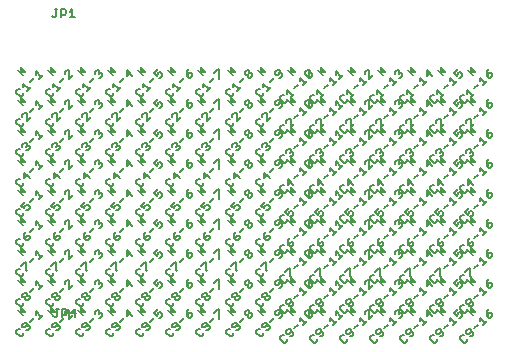
<source format=gbr>
G04 EAGLE Gerber RS-274X export*
G75*
%MOMM*%
%FSLAX34Y34*%
%LPD*%
%INSilkscreen Top*%
%IPPOS*%
%AMOC8*
5,1,8,0,0,1.08239X$1,22.5*%
G01*
%ADD10R,0.762000X0.127000*%
%ADD11C,0.152400*%

G36*
X404129Y238286D02*
X404129Y238286D01*
X404226Y238286D01*
X408267Y238735D01*
X408296Y238743D01*
X408326Y238743D01*
X408414Y238776D01*
X408504Y238801D01*
X408529Y238818D01*
X408557Y238828D01*
X408630Y238887D01*
X408708Y238939D01*
X408726Y238963D01*
X408749Y238982D01*
X408800Y239061D01*
X408856Y239135D01*
X408866Y239163D01*
X408882Y239188D01*
X408905Y239280D01*
X408935Y239368D01*
X408935Y239398D01*
X408942Y239427D01*
X408935Y239520D01*
X408935Y239614D01*
X408925Y239643D01*
X408923Y239672D01*
X408886Y239758D01*
X408856Y239847D01*
X408838Y239871D01*
X408826Y239898D01*
X408722Y240029D01*
X405129Y243622D01*
X405105Y243639D01*
X405086Y243662D01*
X405006Y243710D01*
X404930Y243765D01*
X404901Y243774D01*
X404876Y243789D01*
X404784Y243810D01*
X404695Y243837D01*
X404665Y243837D01*
X404636Y243843D01*
X404543Y243834D01*
X404449Y243831D01*
X404421Y243821D01*
X404391Y243818D01*
X404306Y243779D01*
X404218Y243747D01*
X404195Y243728D01*
X404167Y243716D01*
X404099Y243652D01*
X404026Y243593D01*
X404010Y243568D01*
X403988Y243548D01*
X403944Y243465D01*
X403893Y243386D01*
X403885Y243357D01*
X403871Y243331D01*
X403835Y243167D01*
X403386Y239126D01*
X403391Y239023D01*
X403391Y238919D01*
X403397Y238900D01*
X403398Y238881D01*
X403436Y238784D01*
X403469Y238686D01*
X403481Y238670D01*
X403489Y238652D01*
X403556Y238572D01*
X403618Y238490D01*
X403634Y238479D01*
X403647Y238464D01*
X403736Y238410D01*
X403822Y238352D01*
X403841Y238346D01*
X403857Y238336D01*
X403959Y238313D01*
X404058Y238286D01*
X404083Y238286D01*
X404097Y238282D01*
X404129Y238286D01*
G37*
G36*
X251729Y238286D02*
X251729Y238286D01*
X251826Y238286D01*
X255867Y238735D01*
X255896Y238743D01*
X255926Y238743D01*
X256014Y238776D01*
X256104Y238801D01*
X256129Y238818D01*
X256157Y238828D01*
X256230Y238887D01*
X256308Y238939D01*
X256326Y238963D01*
X256349Y238982D01*
X256400Y239061D01*
X256456Y239135D01*
X256466Y239163D01*
X256482Y239188D01*
X256505Y239280D01*
X256535Y239368D01*
X256535Y239398D01*
X256542Y239427D01*
X256535Y239520D01*
X256535Y239614D01*
X256525Y239643D01*
X256523Y239672D01*
X256486Y239758D01*
X256456Y239847D01*
X256438Y239871D01*
X256426Y239898D01*
X256322Y240029D01*
X252729Y243622D01*
X252705Y243639D01*
X252686Y243662D01*
X252606Y243710D01*
X252530Y243765D01*
X252501Y243774D01*
X252476Y243789D01*
X252384Y243810D01*
X252295Y243837D01*
X252265Y243837D01*
X252236Y243843D01*
X252143Y243834D01*
X252049Y243831D01*
X252021Y243821D01*
X251991Y243818D01*
X251906Y243779D01*
X251818Y243747D01*
X251795Y243728D01*
X251767Y243716D01*
X251699Y243652D01*
X251626Y243593D01*
X251610Y243568D01*
X251588Y243548D01*
X251544Y243465D01*
X251493Y243386D01*
X251485Y243357D01*
X251471Y243331D01*
X251435Y243167D01*
X250986Y239126D01*
X250991Y239023D01*
X250991Y238919D01*
X250997Y238900D01*
X250998Y238881D01*
X251036Y238784D01*
X251069Y238686D01*
X251081Y238670D01*
X251089Y238652D01*
X251156Y238572D01*
X251218Y238490D01*
X251234Y238479D01*
X251247Y238464D01*
X251336Y238410D01*
X251422Y238352D01*
X251441Y238346D01*
X251457Y238336D01*
X251559Y238313D01*
X251658Y238286D01*
X251683Y238286D01*
X251697Y238282D01*
X251729Y238286D01*
G37*
G36*
X327929Y238286D02*
X327929Y238286D01*
X328026Y238286D01*
X332067Y238735D01*
X332096Y238743D01*
X332126Y238743D01*
X332214Y238776D01*
X332304Y238801D01*
X332329Y238818D01*
X332357Y238828D01*
X332430Y238887D01*
X332508Y238939D01*
X332526Y238963D01*
X332549Y238982D01*
X332600Y239061D01*
X332656Y239135D01*
X332666Y239163D01*
X332682Y239188D01*
X332705Y239280D01*
X332735Y239368D01*
X332735Y239398D01*
X332742Y239427D01*
X332735Y239520D01*
X332735Y239614D01*
X332725Y239643D01*
X332723Y239672D01*
X332686Y239758D01*
X332656Y239847D01*
X332638Y239871D01*
X332626Y239898D01*
X332522Y240029D01*
X328929Y243622D01*
X328905Y243639D01*
X328886Y243662D01*
X328806Y243710D01*
X328730Y243765D01*
X328701Y243774D01*
X328676Y243789D01*
X328584Y243810D01*
X328495Y243837D01*
X328465Y243837D01*
X328436Y243843D01*
X328343Y243834D01*
X328249Y243831D01*
X328221Y243821D01*
X328191Y243818D01*
X328106Y243779D01*
X328018Y243747D01*
X327995Y243728D01*
X327967Y243716D01*
X327899Y243652D01*
X327826Y243593D01*
X327810Y243568D01*
X327788Y243548D01*
X327744Y243465D01*
X327693Y243386D01*
X327685Y243357D01*
X327671Y243331D01*
X327635Y243167D01*
X327186Y239126D01*
X327191Y239023D01*
X327191Y238919D01*
X327197Y238900D01*
X327198Y238881D01*
X327236Y238784D01*
X327269Y238686D01*
X327281Y238670D01*
X327289Y238652D01*
X327356Y238572D01*
X327418Y238490D01*
X327434Y238479D01*
X327447Y238464D01*
X327536Y238410D01*
X327622Y238352D01*
X327641Y238346D01*
X327657Y238336D01*
X327759Y238313D01*
X327858Y238286D01*
X327883Y238286D01*
X327897Y238282D01*
X327929Y238286D01*
G37*
G36*
X277129Y238286D02*
X277129Y238286D01*
X277226Y238286D01*
X281267Y238735D01*
X281296Y238743D01*
X281326Y238743D01*
X281414Y238776D01*
X281504Y238801D01*
X281529Y238818D01*
X281557Y238828D01*
X281630Y238887D01*
X281708Y238939D01*
X281726Y238963D01*
X281749Y238982D01*
X281800Y239061D01*
X281856Y239135D01*
X281866Y239163D01*
X281882Y239188D01*
X281905Y239280D01*
X281935Y239368D01*
X281935Y239398D01*
X281942Y239427D01*
X281935Y239520D01*
X281935Y239614D01*
X281925Y239643D01*
X281923Y239672D01*
X281886Y239758D01*
X281856Y239847D01*
X281838Y239871D01*
X281826Y239898D01*
X281722Y240029D01*
X278129Y243622D01*
X278105Y243639D01*
X278086Y243662D01*
X278006Y243710D01*
X277930Y243765D01*
X277901Y243774D01*
X277876Y243789D01*
X277784Y243810D01*
X277695Y243837D01*
X277665Y243837D01*
X277636Y243843D01*
X277543Y243834D01*
X277449Y243831D01*
X277421Y243821D01*
X277391Y243818D01*
X277306Y243779D01*
X277218Y243747D01*
X277195Y243728D01*
X277167Y243716D01*
X277099Y243652D01*
X277026Y243593D01*
X277010Y243568D01*
X276988Y243548D01*
X276944Y243465D01*
X276893Y243386D01*
X276885Y243357D01*
X276871Y243331D01*
X276835Y243167D01*
X276386Y239126D01*
X276391Y239023D01*
X276391Y238919D01*
X276397Y238900D01*
X276398Y238881D01*
X276436Y238784D01*
X276469Y238686D01*
X276481Y238670D01*
X276489Y238652D01*
X276556Y238572D01*
X276618Y238490D01*
X276634Y238479D01*
X276647Y238464D01*
X276736Y238410D01*
X276822Y238352D01*
X276841Y238346D01*
X276857Y238336D01*
X276959Y238313D01*
X277058Y238286D01*
X277083Y238286D01*
X277097Y238282D01*
X277129Y238286D01*
G37*
G36*
X302529Y238286D02*
X302529Y238286D01*
X302626Y238286D01*
X306667Y238735D01*
X306696Y238743D01*
X306726Y238743D01*
X306814Y238776D01*
X306904Y238801D01*
X306929Y238818D01*
X306957Y238828D01*
X307030Y238887D01*
X307108Y238939D01*
X307126Y238963D01*
X307149Y238982D01*
X307200Y239061D01*
X307256Y239135D01*
X307266Y239163D01*
X307282Y239188D01*
X307305Y239280D01*
X307335Y239368D01*
X307335Y239398D01*
X307342Y239427D01*
X307335Y239520D01*
X307335Y239614D01*
X307325Y239643D01*
X307323Y239672D01*
X307286Y239758D01*
X307256Y239847D01*
X307238Y239871D01*
X307226Y239898D01*
X307122Y240029D01*
X303529Y243622D01*
X303505Y243639D01*
X303486Y243662D01*
X303406Y243710D01*
X303330Y243765D01*
X303301Y243774D01*
X303276Y243789D01*
X303184Y243810D01*
X303095Y243837D01*
X303065Y243837D01*
X303036Y243843D01*
X302943Y243834D01*
X302849Y243831D01*
X302821Y243821D01*
X302791Y243818D01*
X302706Y243779D01*
X302618Y243747D01*
X302595Y243728D01*
X302567Y243716D01*
X302499Y243652D01*
X302426Y243593D01*
X302410Y243568D01*
X302388Y243548D01*
X302344Y243465D01*
X302293Y243386D01*
X302285Y243357D01*
X302271Y243331D01*
X302235Y243167D01*
X301786Y239126D01*
X301791Y239023D01*
X301791Y238919D01*
X301797Y238900D01*
X301798Y238881D01*
X301836Y238784D01*
X301869Y238686D01*
X301881Y238670D01*
X301889Y238652D01*
X301956Y238572D01*
X302018Y238490D01*
X302034Y238479D01*
X302047Y238464D01*
X302136Y238410D01*
X302222Y238352D01*
X302241Y238346D01*
X302257Y238336D01*
X302359Y238313D01*
X302458Y238286D01*
X302483Y238286D01*
X302497Y238282D01*
X302529Y238286D01*
G37*
G36*
X226329Y238286D02*
X226329Y238286D01*
X226426Y238286D01*
X230467Y238735D01*
X230496Y238743D01*
X230526Y238743D01*
X230614Y238776D01*
X230704Y238801D01*
X230729Y238818D01*
X230757Y238828D01*
X230830Y238887D01*
X230908Y238939D01*
X230926Y238963D01*
X230949Y238982D01*
X231000Y239061D01*
X231056Y239135D01*
X231066Y239163D01*
X231082Y239188D01*
X231105Y239280D01*
X231135Y239368D01*
X231135Y239398D01*
X231142Y239427D01*
X231135Y239520D01*
X231135Y239614D01*
X231125Y239643D01*
X231123Y239672D01*
X231086Y239758D01*
X231056Y239847D01*
X231038Y239871D01*
X231026Y239898D01*
X230922Y240029D01*
X227329Y243622D01*
X227305Y243639D01*
X227286Y243662D01*
X227206Y243710D01*
X227130Y243765D01*
X227101Y243774D01*
X227076Y243789D01*
X226984Y243810D01*
X226895Y243837D01*
X226865Y243837D01*
X226836Y243843D01*
X226743Y243834D01*
X226649Y243831D01*
X226621Y243821D01*
X226591Y243818D01*
X226506Y243779D01*
X226418Y243747D01*
X226395Y243728D01*
X226367Y243716D01*
X226299Y243652D01*
X226226Y243593D01*
X226210Y243568D01*
X226188Y243548D01*
X226144Y243465D01*
X226093Y243386D01*
X226085Y243357D01*
X226071Y243331D01*
X226035Y243167D01*
X225586Y239126D01*
X225591Y239023D01*
X225591Y238919D01*
X225597Y238900D01*
X225598Y238881D01*
X225636Y238784D01*
X225669Y238686D01*
X225681Y238670D01*
X225689Y238652D01*
X225756Y238572D01*
X225818Y238490D01*
X225834Y238479D01*
X225847Y238464D01*
X225936Y238410D01*
X226022Y238352D01*
X226041Y238346D01*
X226057Y238336D01*
X226159Y238313D01*
X226258Y238286D01*
X226283Y238286D01*
X226297Y238282D01*
X226329Y238286D01*
G37*
G36*
X200929Y238286D02*
X200929Y238286D01*
X201026Y238286D01*
X205067Y238735D01*
X205096Y238743D01*
X205126Y238743D01*
X205214Y238776D01*
X205304Y238801D01*
X205329Y238818D01*
X205357Y238828D01*
X205430Y238887D01*
X205508Y238939D01*
X205526Y238963D01*
X205549Y238982D01*
X205600Y239061D01*
X205656Y239135D01*
X205666Y239163D01*
X205682Y239188D01*
X205705Y239280D01*
X205735Y239368D01*
X205735Y239398D01*
X205742Y239427D01*
X205735Y239520D01*
X205735Y239614D01*
X205725Y239643D01*
X205723Y239672D01*
X205686Y239758D01*
X205656Y239847D01*
X205638Y239871D01*
X205626Y239898D01*
X205522Y240029D01*
X201929Y243622D01*
X201905Y243639D01*
X201886Y243662D01*
X201806Y243710D01*
X201730Y243765D01*
X201701Y243774D01*
X201676Y243789D01*
X201584Y243810D01*
X201495Y243837D01*
X201465Y243837D01*
X201436Y243843D01*
X201343Y243834D01*
X201249Y243831D01*
X201221Y243821D01*
X201191Y243818D01*
X201106Y243779D01*
X201018Y243747D01*
X200995Y243728D01*
X200967Y243716D01*
X200899Y243652D01*
X200826Y243593D01*
X200810Y243568D01*
X200788Y243548D01*
X200744Y243465D01*
X200693Y243386D01*
X200685Y243357D01*
X200671Y243331D01*
X200635Y243167D01*
X200186Y239126D01*
X200191Y239023D01*
X200191Y238919D01*
X200197Y238900D01*
X200198Y238881D01*
X200236Y238784D01*
X200269Y238686D01*
X200281Y238670D01*
X200289Y238652D01*
X200356Y238572D01*
X200418Y238490D01*
X200434Y238479D01*
X200447Y238464D01*
X200536Y238410D01*
X200622Y238352D01*
X200641Y238346D01*
X200657Y238336D01*
X200759Y238313D01*
X200858Y238286D01*
X200883Y238286D01*
X200897Y238282D01*
X200929Y238286D01*
G37*
G36*
X378729Y238286D02*
X378729Y238286D01*
X378826Y238286D01*
X382867Y238735D01*
X382896Y238743D01*
X382926Y238743D01*
X383014Y238776D01*
X383104Y238801D01*
X383129Y238818D01*
X383157Y238828D01*
X383230Y238887D01*
X383308Y238939D01*
X383326Y238963D01*
X383349Y238982D01*
X383400Y239061D01*
X383456Y239135D01*
X383466Y239163D01*
X383482Y239188D01*
X383505Y239280D01*
X383535Y239368D01*
X383535Y239398D01*
X383542Y239427D01*
X383535Y239520D01*
X383535Y239614D01*
X383525Y239643D01*
X383523Y239672D01*
X383486Y239758D01*
X383456Y239847D01*
X383438Y239871D01*
X383426Y239898D01*
X383322Y240029D01*
X379729Y243622D01*
X379705Y243639D01*
X379686Y243662D01*
X379606Y243710D01*
X379530Y243765D01*
X379501Y243774D01*
X379476Y243789D01*
X379384Y243810D01*
X379295Y243837D01*
X379265Y243837D01*
X379236Y243843D01*
X379143Y243834D01*
X379049Y243831D01*
X379021Y243821D01*
X378991Y243818D01*
X378906Y243779D01*
X378818Y243747D01*
X378795Y243728D01*
X378767Y243716D01*
X378699Y243652D01*
X378626Y243593D01*
X378610Y243568D01*
X378588Y243548D01*
X378544Y243465D01*
X378493Y243386D01*
X378485Y243357D01*
X378471Y243331D01*
X378435Y243167D01*
X377986Y239126D01*
X377991Y239023D01*
X377991Y238919D01*
X377997Y238900D01*
X377998Y238881D01*
X378036Y238784D01*
X378069Y238686D01*
X378081Y238670D01*
X378089Y238652D01*
X378156Y238572D01*
X378218Y238490D01*
X378234Y238479D01*
X378247Y238464D01*
X378336Y238410D01*
X378422Y238352D01*
X378441Y238346D01*
X378457Y238336D01*
X378559Y238313D01*
X378658Y238286D01*
X378683Y238286D01*
X378697Y238282D01*
X378729Y238286D01*
G37*
G36*
X353329Y238286D02*
X353329Y238286D01*
X353426Y238286D01*
X357467Y238735D01*
X357496Y238743D01*
X357526Y238743D01*
X357614Y238776D01*
X357704Y238801D01*
X357729Y238818D01*
X357757Y238828D01*
X357830Y238887D01*
X357908Y238939D01*
X357926Y238963D01*
X357949Y238982D01*
X358000Y239061D01*
X358056Y239135D01*
X358066Y239163D01*
X358082Y239188D01*
X358105Y239280D01*
X358135Y239368D01*
X358135Y239398D01*
X358142Y239427D01*
X358135Y239520D01*
X358135Y239614D01*
X358125Y239643D01*
X358123Y239672D01*
X358086Y239758D01*
X358056Y239847D01*
X358038Y239871D01*
X358026Y239898D01*
X357922Y240029D01*
X354329Y243622D01*
X354305Y243639D01*
X354286Y243662D01*
X354206Y243710D01*
X354130Y243765D01*
X354101Y243774D01*
X354076Y243789D01*
X353984Y243810D01*
X353895Y243837D01*
X353865Y243837D01*
X353836Y243843D01*
X353743Y243834D01*
X353649Y243831D01*
X353621Y243821D01*
X353591Y243818D01*
X353506Y243779D01*
X353418Y243747D01*
X353395Y243728D01*
X353367Y243716D01*
X353299Y243652D01*
X353226Y243593D01*
X353210Y243568D01*
X353188Y243548D01*
X353144Y243465D01*
X353093Y243386D01*
X353085Y243357D01*
X353071Y243331D01*
X353035Y243167D01*
X352586Y239126D01*
X352591Y239023D01*
X352591Y238919D01*
X352597Y238900D01*
X352598Y238881D01*
X352636Y238784D01*
X352669Y238686D01*
X352681Y238670D01*
X352689Y238652D01*
X352756Y238572D01*
X352818Y238490D01*
X352834Y238479D01*
X352847Y238464D01*
X352936Y238410D01*
X353022Y238352D01*
X353041Y238346D01*
X353057Y238336D01*
X353159Y238313D01*
X353258Y238286D01*
X353283Y238286D01*
X353297Y238282D01*
X353329Y238286D01*
G37*
G36*
X175529Y238286D02*
X175529Y238286D01*
X175626Y238286D01*
X179667Y238735D01*
X179696Y238743D01*
X179726Y238743D01*
X179814Y238776D01*
X179904Y238801D01*
X179929Y238818D01*
X179957Y238828D01*
X180030Y238887D01*
X180108Y238939D01*
X180126Y238963D01*
X180149Y238982D01*
X180200Y239061D01*
X180256Y239135D01*
X180266Y239163D01*
X180282Y239188D01*
X180305Y239280D01*
X180335Y239368D01*
X180335Y239398D01*
X180342Y239427D01*
X180335Y239520D01*
X180335Y239614D01*
X180325Y239643D01*
X180323Y239672D01*
X180286Y239758D01*
X180256Y239847D01*
X180238Y239871D01*
X180226Y239898D01*
X180122Y240029D01*
X176529Y243622D01*
X176505Y243639D01*
X176486Y243662D01*
X176406Y243710D01*
X176330Y243765D01*
X176301Y243774D01*
X176276Y243789D01*
X176184Y243810D01*
X176095Y243837D01*
X176065Y243837D01*
X176036Y243843D01*
X175943Y243834D01*
X175849Y243831D01*
X175821Y243821D01*
X175791Y243818D01*
X175706Y243779D01*
X175618Y243747D01*
X175595Y243728D01*
X175567Y243716D01*
X175499Y243652D01*
X175426Y243593D01*
X175410Y243568D01*
X175388Y243548D01*
X175344Y243465D01*
X175293Y243386D01*
X175285Y243357D01*
X175271Y243331D01*
X175235Y243167D01*
X174786Y239126D01*
X174791Y239023D01*
X174791Y238919D01*
X174797Y238900D01*
X174798Y238881D01*
X174836Y238784D01*
X174869Y238686D01*
X174881Y238670D01*
X174889Y238652D01*
X174956Y238572D01*
X175018Y238490D01*
X175034Y238479D01*
X175047Y238464D01*
X175136Y238410D01*
X175222Y238352D01*
X175241Y238346D01*
X175257Y238336D01*
X175359Y238313D01*
X175458Y238286D01*
X175483Y238286D01*
X175497Y238282D01*
X175529Y238286D01*
G37*
G36*
X150129Y238286D02*
X150129Y238286D01*
X150226Y238286D01*
X154267Y238735D01*
X154296Y238743D01*
X154326Y238743D01*
X154414Y238776D01*
X154504Y238801D01*
X154529Y238818D01*
X154557Y238828D01*
X154630Y238887D01*
X154708Y238939D01*
X154726Y238963D01*
X154749Y238982D01*
X154800Y239061D01*
X154856Y239135D01*
X154866Y239163D01*
X154882Y239188D01*
X154905Y239280D01*
X154935Y239368D01*
X154935Y239398D01*
X154942Y239427D01*
X154935Y239520D01*
X154935Y239614D01*
X154925Y239643D01*
X154923Y239672D01*
X154886Y239758D01*
X154856Y239847D01*
X154838Y239871D01*
X154826Y239898D01*
X154722Y240029D01*
X151129Y243622D01*
X151105Y243639D01*
X151086Y243662D01*
X151006Y243710D01*
X150930Y243765D01*
X150901Y243774D01*
X150876Y243789D01*
X150784Y243810D01*
X150695Y243837D01*
X150665Y243837D01*
X150636Y243843D01*
X150543Y243834D01*
X150449Y243831D01*
X150421Y243821D01*
X150391Y243818D01*
X150306Y243779D01*
X150218Y243747D01*
X150195Y243728D01*
X150167Y243716D01*
X150099Y243652D01*
X150026Y243593D01*
X150010Y243568D01*
X149988Y243548D01*
X149944Y243465D01*
X149893Y243386D01*
X149885Y243357D01*
X149871Y243331D01*
X149835Y243167D01*
X149386Y239126D01*
X149391Y239023D01*
X149391Y238919D01*
X149397Y238900D01*
X149398Y238881D01*
X149436Y238784D01*
X149469Y238686D01*
X149481Y238670D01*
X149489Y238652D01*
X149556Y238572D01*
X149618Y238490D01*
X149634Y238479D01*
X149647Y238464D01*
X149736Y238410D01*
X149822Y238352D01*
X149841Y238346D01*
X149857Y238336D01*
X149959Y238313D01*
X150058Y238286D01*
X150083Y238286D01*
X150097Y238282D01*
X150129Y238286D01*
G37*
G36*
X124729Y238286D02*
X124729Y238286D01*
X124826Y238286D01*
X128867Y238735D01*
X128896Y238743D01*
X128926Y238743D01*
X129014Y238776D01*
X129104Y238801D01*
X129129Y238818D01*
X129157Y238828D01*
X129230Y238887D01*
X129308Y238939D01*
X129326Y238963D01*
X129349Y238982D01*
X129400Y239061D01*
X129456Y239135D01*
X129466Y239163D01*
X129482Y239188D01*
X129505Y239280D01*
X129535Y239368D01*
X129535Y239398D01*
X129542Y239427D01*
X129535Y239520D01*
X129535Y239614D01*
X129525Y239643D01*
X129523Y239672D01*
X129486Y239758D01*
X129456Y239847D01*
X129438Y239871D01*
X129426Y239898D01*
X129322Y240029D01*
X125729Y243622D01*
X125705Y243639D01*
X125686Y243662D01*
X125606Y243710D01*
X125530Y243765D01*
X125501Y243774D01*
X125476Y243789D01*
X125384Y243810D01*
X125295Y243837D01*
X125265Y243837D01*
X125236Y243843D01*
X125143Y243834D01*
X125049Y243831D01*
X125021Y243821D01*
X124991Y243818D01*
X124906Y243779D01*
X124818Y243747D01*
X124795Y243728D01*
X124767Y243716D01*
X124699Y243652D01*
X124626Y243593D01*
X124610Y243568D01*
X124588Y243548D01*
X124544Y243465D01*
X124493Y243386D01*
X124485Y243357D01*
X124471Y243331D01*
X124435Y243167D01*
X123986Y239126D01*
X123991Y239023D01*
X123991Y238919D01*
X123997Y238900D01*
X123998Y238881D01*
X124036Y238784D01*
X124069Y238686D01*
X124081Y238670D01*
X124089Y238652D01*
X124156Y238572D01*
X124218Y238490D01*
X124234Y238479D01*
X124247Y238464D01*
X124336Y238410D01*
X124422Y238352D01*
X124441Y238346D01*
X124457Y238336D01*
X124559Y238313D01*
X124658Y238286D01*
X124683Y238286D01*
X124697Y238282D01*
X124729Y238286D01*
G37*
G36*
X99329Y238286D02*
X99329Y238286D01*
X99426Y238286D01*
X103467Y238735D01*
X103496Y238743D01*
X103526Y238743D01*
X103614Y238776D01*
X103704Y238801D01*
X103729Y238818D01*
X103757Y238828D01*
X103830Y238887D01*
X103908Y238939D01*
X103926Y238963D01*
X103949Y238982D01*
X104000Y239061D01*
X104056Y239135D01*
X104066Y239163D01*
X104082Y239188D01*
X104105Y239280D01*
X104135Y239368D01*
X104135Y239398D01*
X104142Y239427D01*
X104135Y239520D01*
X104135Y239614D01*
X104125Y239643D01*
X104123Y239672D01*
X104086Y239758D01*
X104056Y239847D01*
X104038Y239871D01*
X104026Y239898D01*
X103922Y240029D01*
X100329Y243622D01*
X100305Y243639D01*
X100286Y243662D01*
X100206Y243710D01*
X100130Y243765D01*
X100101Y243774D01*
X100076Y243789D01*
X99984Y243810D01*
X99895Y243837D01*
X99865Y243837D01*
X99836Y243843D01*
X99743Y243834D01*
X99649Y243831D01*
X99621Y243821D01*
X99591Y243818D01*
X99506Y243779D01*
X99418Y243747D01*
X99395Y243728D01*
X99367Y243716D01*
X99299Y243652D01*
X99226Y243593D01*
X99210Y243568D01*
X99188Y243548D01*
X99144Y243465D01*
X99093Y243386D01*
X99085Y243357D01*
X99071Y243331D01*
X99035Y243167D01*
X98586Y239126D01*
X98591Y239023D01*
X98591Y238919D01*
X98597Y238900D01*
X98598Y238881D01*
X98636Y238784D01*
X98669Y238686D01*
X98681Y238670D01*
X98689Y238652D01*
X98756Y238572D01*
X98818Y238490D01*
X98834Y238479D01*
X98847Y238464D01*
X98936Y238410D01*
X99022Y238352D01*
X99041Y238346D01*
X99057Y238336D01*
X99159Y238313D01*
X99258Y238286D01*
X99283Y238286D01*
X99297Y238282D01*
X99329Y238286D01*
G37*
G36*
X73929Y238286D02*
X73929Y238286D01*
X74026Y238286D01*
X78067Y238735D01*
X78096Y238743D01*
X78126Y238743D01*
X78214Y238776D01*
X78304Y238801D01*
X78329Y238818D01*
X78357Y238828D01*
X78430Y238887D01*
X78508Y238939D01*
X78526Y238963D01*
X78549Y238982D01*
X78600Y239061D01*
X78656Y239135D01*
X78666Y239163D01*
X78682Y239188D01*
X78705Y239280D01*
X78735Y239368D01*
X78735Y239398D01*
X78742Y239427D01*
X78735Y239520D01*
X78735Y239614D01*
X78725Y239643D01*
X78723Y239672D01*
X78686Y239758D01*
X78656Y239847D01*
X78638Y239871D01*
X78626Y239898D01*
X78522Y240029D01*
X74929Y243622D01*
X74905Y243639D01*
X74886Y243662D01*
X74806Y243710D01*
X74730Y243765D01*
X74701Y243774D01*
X74676Y243789D01*
X74584Y243810D01*
X74495Y243837D01*
X74465Y243837D01*
X74436Y243843D01*
X74343Y243834D01*
X74249Y243831D01*
X74221Y243821D01*
X74191Y243818D01*
X74106Y243779D01*
X74018Y243747D01*
X73995Y243728D01*
X73967Y243716D01*
X73899Y243652D01*
X73826Y243593D01*
X73810Y243568D01*
X73788Y243548D01*
X73744Y243465D01*
X73693Y243386D01*
X73685Y243357D01*
X73671Y243331D01*
X73635Y243167D01*
X73186Y239126D01*
X73191Y239023D01*
X73191Y238919D01*
X73197Y238900D01*
X73198Y238881D01*
X73236Y238784D01*
X73269Y238686D01*
X73281Y238670D01*
X73289Y238652D01*
X73356Y238572D01*
X73418Y238490D01*
X73434Y238479D01*
X73447Y238464D01*
X73536Y238410D01*
X73622Y238352D01*
X73641Y238346D01*
X73657Y238336D01*
X73759Y238313D01*
X73858Y238286D01*
X73883Y238286D01*
X73897Y238282D01*
X73929Y238286D01*
G37*
G36*
X48529Y238286D02*
X48529Y238286D01*
X48626Y238286D01*
X52667Y238735D01*
X52696Y238743D01*
X52726Y238743D01*
X52814Y238776D01*
X52904Y238801D01*
X52929Y238818D01*
X52957Y238828D01*
X53030Y238887D01*
X53108Y238939D01*
X53126Y238963D01*
X53149Y238982D01*
X53200Y239061D01*
X53256Y239135D01*
X53266Y239163D01*
X53282Y239188D01*
X53305Y239280D01*
X53335Y239368D01*
X53335Y239398D01*
X53342Y239427D01*
X53335Y239520D01*
X53335Y239614D01*
X53325Y239643D01*
X53323Y239672D01*
X53286Y239758D01*
X53256Y239847D01*
X53238Y239871D01*
X53226Y239898D01*
X53122Y240029D01*
X49529Y243622D01*
X49505Y243639D01*
X49486Y243662D01*
X49406Y243710D01*
X49330Y243765D01*
X49301Y243774D01*
X49276Y243789D01*
X49184Y243810D01*
X49095Y243837D01*
X49065Y243837D01*
X49036Y243843D01*
X48943Y243834D01*
X48849Y243831D01*
X48821Y243821D01*
X48791Y243818D01*
X48706Y243779D01*
X48618Y243747D01*
X48595Y243728D01*
X48567Y243716D01*
X48499Y243652D01*
X48426Y243593D01*
X48410Y243568D01*
X48388Y243548D01*
X48344Y243465D01*
X48293Y243386D01*
X48285Y243357D01*
X48271Y243331D01*
X48235Y243167D01*
X47786Y239126D01*
X47791Y239023D01*
X47791Y238919D01*
X47797Y238900D01*
X47798Y238881D01*
X47836Y238784D01*
X47869Y238686D01*
X47881Y238670D01*
X47889Y238652D01*
X47956Y238572D01*
X48018Y238490D01*
X48034Y238479D01*
X48047Y238464D01*
X48136Y238410D01*
X48222Y238352D01*
X48241Y238346D01*
X48257Y238336D01*
X48359Y238313D01*
X48458Y238286D01*
X48483Y238286D01*
X48497Y238282D01*
X48529Y238286D01*
G37*
G36*
X23129Y238286D02*
X23129Y238286D01*
X23226Y238286D01*
X27267Y238735D01*
X27296Y238743D01*
X27326Y238743D01*
X27414Y238776D01*
X27504Y238801D01*
X27529Y238818D01*
X27557Y238828D01*
X27630Y238887D01*
X27708Y238939D01*
X27726Y238963D01*
X27749Y238982D01*
X27800Y239061D01*
X27856Y239135D01*
X27866Y239163D01*
X27882Y239188D01*
X27905Y239280D01*
X27935Y239368D01*
X27935Y239398D01*
X27942Y239427D01*
X27935Y239520D01*
X27935Y239614D01*
X27925Y239643D01*
X27923Y239672D01*
X27886Y239758D01*
X27856Y239847D01*
X27838Y239871D01*
X27826Y239898D01*
X27722Y240029D01*
X24129Y243622D01*
X24105Y243639D01*
X24086Y243662D01*
X24006Y243710D01*
X23930Y243765D01*
X23901Y243774D01*
X23876Y243789D01*
X23784Y243810D01*
X23695Y243837D01*
X23665Y243837D01*
X23636Y243843D01*
X23543Y243834D01*
X23449Y243831D01*
X23421Y243821D01*
X23391Y243818D01*
X23306Y243779D01*
X23218Y243747D01*
X23195Y243728D01*
X23167Y243716D01*
X23099Y243652D01*
X23026Y243593D01*
X23010Y243568D01*
X22988Y243548D01*
X22944Y243465D01*
X22893Y243386D01*
X22885Y243357D01*
X22871Y243331D01*
X22835Y243167D01*
X22386Y239126D01*
X22391Y239023D01*
X22391Y238919D01*
X22397Y238900D01*
X22398Y238881D01*
X22436Y238784D01*
X22469Y238686D01*
X22481Y238670D01*
X22489Y238652D01*
X22556Y238572D01*
X22618Y238490D01*
X22634Y238479D01*
X22647Y238464D01*
X22736Y238410D01*
X22822Y238352D01*
X22841Y238346D01*
X22857Y238336D01*
X22959Y238313D01*
X23058Y238286D01*
X23083Y238286D01*
X23097Y238282D01*
X23129Y238286D01*
G37*
G36*
X277129Y212886D02*
X277129Y212886D01*
X277226Y212886D01*
X281267Y213335D01*
X281296Y213343D01*
X281326Y213343D01*
X281414Y213376D01*
X281504Y213401D01*
X281529Y213418D01*
X281557Y213428D01*
X281630Y213487D01*
X281708Y213539D01*
X281726Y213563D01*
X281749Y213582D01*
X281800Y213661D01*
X281856Y213735D01*
X281866Y213763D01*
X281882Y213788D01*
X281905Y213880D01*
X281935Y213968D01*
X281935Y213998D01*
X281942Y214027D01*
X281935Y214120D01*
X281935Y214214D01*
X281925Y214243D01*
X281923Y214272D01*
X281886Y214358D01*
X281856Y214447D01*
X281838Y214471D01*
X281826Y214498D01*
X281722Y214629D01*
X278129Y218222D01*
X278105Y218239D01*
X278086Y218262D01*
X278006Y218310D01*
X277930Y218365D01*
X277901Y218374D01*
X277876Y218389D01*
X277784Y218410D01*
X277695Y218437D01*
X277665Y218437D01*
X277636Y218443D01*
X277543Y218434D01*
X277449Y218431D01*
X277421Y218421D01*
X277391Y218418D01*
X277306Y218379D01*
X277218Y218347D01*
X277195Y218328D01*
X277167Y218316D01*
X277099Y218252D01*
X277026Y218193D01*
X277010Y218168D01*
X276988Y218148D01*
X276944Y218065D01*
X276893Y217986D01*
X276885Y217957D01*
X276871Y217931D01*
X276835Y217767D01*
X276386Y213726D01*
X276391Y213623D01*
X276391Y213519D01*
X276397Y213500D01*
X276398Y213481D01*
X276436Y213384D01*
X276469Y213286D01*
X276481Y213270D01*
X276489Y213252D01*
X276556Y213172D01*
X276618Y213090D01*
X276634Y213079D01*
X276647Y213064D01*
X276736Y213010D01*
X276822Y212952D01*
X276841Y212946D01*
X276857Y212936D01*
X276959Y212913D01*
X277058Y212886D01*
X277083Y212886D01*
X277097Y212882D01*
X277129Y212886D01*
G37*
G36*
X150129Y212886D02*
X150129Y212886D01*
X150226Y212886D01*
X154267Y213335D01*
X154296Y213343D01*
X154326Y213343D01*
X154414Y213376D01*
X154504Y213401D01*
X154529Y213418D01*
X154557Y213428D01*
X154630Y213487D01*
X154708Y213539D01*
X154726Y213563D01*
X154749Y213582D01*
X154800Y213661D01*
X154856Y213735D01*
X154866Y213763D01*
X154882Y213788D01*
X154905Y213880D01*
X154935Y213968D01*
X154935Y213998D01*
X154942Y214027D01*
X154935Y214120D01*
X154935Y214214D01*
X154925Y214243D01*
X154923Y214272D01*
X154886Y214358D01*
X154856Y214447D01*
X154838Y214471D01*
X154826Y214498D01*
X154722Y214629D01*
X151129Y218222D01*
X151105Y218239D01*
X151086Y218262D01*
X151006Y218310D01*
X150930Y218365D01*
X150901Y218374D01*
X150876Y218389D01*
X150784Y218410D01*
X150695Y218437D01*
X150665Y218437D01*
X150636Y218443D01*
X150543Y218434D01*
X150449Y218431D01*
X150421Y218421D01*
X150391Y218418D01*
X150306Y218379D01*
X150218Y218347D01*
X150195Y218328D01*
X150167Y218316D01*
X150099Y218252D01*
X150026Y218193D01*
X150010Y218168D01*
X149988Y218148D01*
X149944Y218065D01*
X149893Y217986D01*
X149885Y217957D01*
X149871Y217931D01*
X149835Y217767D01*
X149386Y213726D01*
X149391Y213623D01*
X149391Y213519D01*
X149397Y213500D01*
X149398Y213481D01*
X149436Y213384D01*
X149469Y213286D01*
X149481Y213270D01*
X149489Y213252D01*
X149556Y213172D01*
X149618Y213090D01*
X149634Y213079D01*
X149647Y213064D01*
X149736Y213010D01*
X149822Y212952D01*
X149841Y212946D01*
X149857Y212936D01*
X149959Y212913D01*
X150058Y212886D01*
X150083Y212886D01*
X150097Y212882D01*
X150129Y212886D01*
G37*
G36*
X404129Y212886D02*
X404129Y212886D01*
X404226Y212886D01*
X408267Y213335D01*
X408296Y213343D01*
X408326Y213343D01*
X408414Y213376D01*
X408504Y213401D01*
X408529Y213418D01*
X408557Y213428D01*
X408630Y213487D01*
X408708Y213539D01*
X408726Y213563D01*
X408749Y213582D01*
X408800Y213661D01*
X408856Y213735D01*
X408866Y213763D01*
X408882Y213788D01*
X408905Y213880D01*
X408935Y213968D01*
X408935Y213998D01*
X408942Y214027D01*
X408935Y214120D01*
X408935Y214214D01*
X408925Y214243D01*
X408923Y214272D01*
X408886Y214358D01*
X408856Y214447D01*
X408838Y214471D01*
X408826Y214498D01*
X408722Y214629D01*
X405129Y218222D01*
X405105Y218239D01*
X405086Y218262D01*
X405006Y218310D01*
X404930Y218365D01*
X404901Y218374D01*
X404876Y218389D01*
X404784Y218410D01*
X404695Y218437D01*
X404665Y218437D01*
X404636Y218443D01*
X404543Y218434D01*
X404449Y218431D01*
X404421Y218421D01*
X404391Y218418D01*
X404306Y218379D01*
X404218Y218347D01*
X404195Y218328D01*
X404167Y218316D01*
X404099Y218252D01*
X404026Y218193D01*
X404010Y218168D01*
X403988Y218148D01*
X403944Y218065D01*
X403893Y217986D01*
X403885Y217957D01*
X403871Y217931D01*
X403835Y217767D01*
X403386Y213726D01*
X403391Y213623D01*
X403391Y213519D01*
X403397Y213500D01*
X403398Y213481D01*
X403436Y213384D01*
X403469Y213286D01*
X403481Y213270D01*
X403489Y213252D01*
X403556Y213172D01*
X403618Y213090D01*
X403634Y213079D01*
X403647Y213064D01*
X403736Y213010D01*
X403822Y212952D01*
X403841Y212946D01*
X403857Y212936D01*
X403959Y212913D01*
X404058Y212886D01*
X404083Y212886D01*
X404097Y212882D01*
X404129Y212886D01*
G37*
G36*
X99329Y212886D02*
X99329Y212886D01*
X99426Y212886D01*
X103467Y213335D01*
X103496Y213343D01*
X103526Y213343D01*
X103614Y213376D01*
X103704Y213401D01*
X103729Y213418D01*
X103757Y213428D01*
X103830Y213487D01*
X103908Y213539D01*
X103926Y213563D01*
X103949Y213582D01*
X104000Y213661D01*
X104056Y213735D01*
X104066Y213763D01*
X104082Y213788D01*
X104105Y213880D01*
X104135Y213968D01*
X104135Y213998D01*
X104142Y214027D01*
X104135Y214120D01*
X104135Y214214D01*
X104125Y214243D01*
X104123Y214272D01*
X104086Y214358D01*
X104056Y214447D01*
X104038Y214471D01*
X104026Y214498D01*
X103922Y214629D01*
X100329Y218222D01*
X100305Y218239D01*
X100286Y218262D01*
X100206Y218310D01*
X100130Y218365D01*
X100101Y218374D01*
X100076Y218389D01*
X99984Y218410D01*
X99895Y218437D01*
X99865Y218437D01*
X99836Y218443D01*
X99743Y218434D01*
X99649Y218431D01*
X99621Y218421D01*
X99591Y218418D01*
X99506Y218379D01*
X99418Y218347D01*
X99395Y218328D01*
X99367Y218316D01*
X99299Y218252D01*
X99226Y218193D01*
X99210Y218168D01*
X99188Y218148D01*
X99144Y218065D01*
X99093Y217986D01*
X99085Y217957D01*
X99071Y217931D01*
X99035Y217767D01*
X98586Y213726D01*
X98591Y213623D01*
X98591Y213519D01*
X98597Y213500D01*
X98598Y213481D01*
X98636Y213384D01*
X98669Y213286D01*
X98681Y213270D01*
X98689Y213252D01*
X98756Y213172D01*
X98818Y213090D01*
X98834Y213079D01*
X98847Y213064D01*
X98936Y213010D01*
X99022Y212952D01*
X99041Y212946D01*
X99057Y212936D01*
X99159Y212913D01*
X99258Y212886D01*
X99283Y212886D01*
X99297Y212882D01*
X99329Y212886D01*
G37*
G36*
X327929Y212886D02*
X327929Y212886D01*
X328026Y212886D01*
X332067Y213335D01*
X332096Y213343D01*
X332126Y213343D01*
X332214Y213376D01*
X332304Y213401D01*
X332329Y213418D01*
X332357Y213428D01*
X332430Y213487D01*
X332508Y213539D01*
X332526Y213563D01*
X332549Y213582D01*
X332600Y213661D01*
X332656Y213735D01*
X332666Y213763D01*
X332682Y213788D01*
X332705Y213880D01*
X332735Y213968D01*
X332735Y213998D01*
X332742Y214027D01*
X332735Y214120D01*
X332735Y214214D01*
X332725Y214243D01*
X332723Y214272D01*
X332686Y214358D01*
X332656Y214447D01*
X332638Y214471D01*
X332626Y214498D01*
X332522Y214629D01*
X328929Y218222D01*
X328905Y218239D01*
X328886Y218262D01*
X328806Y218310D01*
X328730Y218365D01*
X328701Y218374D01*
X328676Y218389D01*
X328584Y218410D01*
X328495Y218437D01*
X328465Y218437D01*
X328436Y218443D01*
X328343Y218434D01*
X328249Y218431D01*
X328221Y218421D01*
X328191Y218418D01*
X328106Y218379D01*
X328018Y218347D01*
X327995Y218328D01*
X327967Y218316D01*
X327899Y218252D01*
X327826Y218193D01*
X327810Y218168D01*
X327788Y218148D01*
X327744Y218065D01*
X327693Y217986D01*
X327685Y217957D01*
X327671Y217931D01*
X327635Y217767D01*
X327186Y213726D01*
X327191Y213623D01*
X327191Y213519D01*
X327197Y213500D01*
X327198Y213481D01*
X327236Y213384D01*
X327269Y213286D01*
X327281Y213270D01*
X327289Y213252D01*
X327356Y213172D01*
X327418Y213090D01*
X327434Y213079D01*
X327447Y213064D01*
X327536Y213010D01*
X327622Y212952D01*
X327641Y212946D01*
X327657Y212936D01*
X327759Y212913D01*
X327858Y212886D01*
X327883Y212886D01*
X327897Y212882D01*
X327929Y212886D01*
G37*
G36*
X73929Y212886D02*
X73929Y212886D01*
X74026Y212886D01*
X78067Y213335D01*
X78096Y213343D01*
X78126Y213343D01*
X78214Y213376D01*
X78304Y213401D01*
X78329Y213418D01*
X78357Y213428D01*
X78430Y213487D01*
X78508Y213539D01*
X78526Y213563D01*
X78549Y213582D01*
X78600Y213661D01*
X78656Y213735D01*
X78666Y213763D01*
X78682Y213788D01*
X78705Y213880D01*
X78735Y213968D01*
X78735Y213998D01*
X78742Y214027D01*
X78735Y214120D01*
X78735Y214214D01*
X78725Y214243D01*
X78723Y214272D01*
X78686Y214358D01*
X78656Y214447D01*
X78638Y214471D01*
X78626Y214498D01*
X78522Y214629D01*
X74929Y218222D01*
X74905Y218239D01*
X74886Y218262D01*
X74806Y218310D01*
X74730Y218365D01*
X74701Y218374D01*
X74676Y218389D01*
X74584Y218410D01*
X74495Y218437D01*
X74465Y218437D01*
X74436Y218443D01*
X74343Y218434D01*
X74249Y218431D01*
X74221Y218421D01*
X74191Y218418D01*
X74106Y218379D01*
X74018Y218347D01*
X73995Y218328D01*
X73967Y218316D01*
X73899Y218252D01*
X73826Y218193D01*
X73810Y218168D01*
X73788Y218148D01*
X73744Y218065D01*
X73693Y217986D01*
X73685Y217957D01*
X73671Y217931D01*
X73635Y217767D01*
X73186Y213726D01*
X73191Y213623D01*
X73191Y213519D01*
X73197Y213500D01*
X73198Y213481D01*
X73236Y213384D01*
X73269Y213286D01*
X73281Y213270D01*
X73289Y213252D01*
X73356Y213172D01*
X73418Y213090D01*
X73434Y213079D01*
X73447Y213064D01*
X73536Y213010D01*
X73622Y212952D01*
X73641Y212946D01*
X73657Y212936D01*
X73759Y212913D01*
X73858Y212886D01*
X73883Y212886D01*
X73897Y212882D01*
X73929Y212886D01*
G37*
G36*
X302529Y212886D02*
X302529Y212886D01*
X302626Y212886D01*
X306667Y213335D01*
X306696Y213343D01*
X306726Y213343D01*
X306814Y213376D01*
X306904Y213401D01*
X306929Y213418D01*
X306957Y213428D01*
X307030Y213487D01*
X307108Y213539D01*
X307126Y213563D01*
X307149Y213582D01*
X307200Y213661D01*
X307256Y213735D01*
X307266Y213763D01*
X307282Y213788D01*
X307305Y213880D01*
X307335Y213968D01*
X307335Y213998D01*
X307342Y214027D01*
X307335Y214120D01*
X307335Y214214D01*
X307325Y214243D01*
X307323Y214272D01*
X307286Y214358D01*
X307256Y214447D01*
X307238Y214471D01*
X307226Y214498D01*
X307122Y214629D01*
X303529Y218222D01*
X303505Y218239D01*
X303486Y218262D01*
X303406Y218310D01*
X303330Y218365D01*
X303301Y218374D01*
X303276Y218389D01*
X303184Y218410D01*
X303095Y218437D01*
X303065Y218437D01*
X303036Y218443D01*
X302943Y218434D01*
X302849Y218431D01*
X302821Y218421D01*
X302791Y218418D01*
X302706Y218379D01*
X302618Y218347D01*
X302595Y218328D01*
X302567Y218316D01*
X302499Y218252D01*
X302426Y218193D01*
X302410Y218168D01*
X302388Y218148D01*
X302344Y218065D01*
X302293Y217986D01*
X302285Y217957D01*
X302271Y217931D01*
X302235Y217767D01*
X301786Y213726D01*
X301791Y213623D01*
X301791Y213519D01*
X301797Y213500D01*
X301798Y213481D01*
X301836Y213384D01*
X301869Y213286D01*
X301881Y213270D01*
X301889Y213252D01*
X301956Y213172D01*
X302018Y213090D01*
X302034Y213079D01*
X302047Y213064D01*
X302136Y213010D01*
X302222Y212952D01*
X302241Y212946D01*
X302257Y212936D01*
X302359Y212913D01*
X302458Y212886D01*
X302483Y212886D01*
X302497Y212882D01*
X302529Y212886D01*
G37*
G36*
X226329Y212886D02*
X226329Y212886D01*
X226426Y212886D01*
X230467Y213335D01*
X230496Y213343D01*
X230526Y213343D01*
X230614Y213376D01*
X230704Y213401D01*
X230729Y213418D01*
X230757Y213428D01*
X230830Y213487D01*
X230908Y213539D01*
X230926Y213563D01*
X230949Y213582D01*
X231000Y213661D01*
X231056Y213735D01*
X231066Y213763D01*
X231082Y213788D01*
X231105Y213880D01*
X231135Y213968D01*
X231135Y213998D01*
X231142Y214027D01*
X231135Y214120D01*
X231135Y214214D01*
X231125Y214243D01*
X231123Y214272D01*
X231086Y214358D01*
X231056Y214447D01*
X231038Y214471D01*
X231026Y214498D01*
X230922Y214629D01*
X227329Y218222D01*
X227305Y218239D01*
X227286Y218262D01*
X227206Y218310D01*
X227130Y218365D01*
X227101Y218374D01*
X227076Y218389D01*
X226984Y218410D01*
X226895Y218437D01*
X226865Y218437D01*
X226836Y218443D01*
X226743Y218434D01*
X226649Y218431D01*
X226621Y218421D01*
X226591Y218418D01*
X226506Y218379D01*
X226418Y218347D01*
X226395Y218328D01*
X226367Y218316D01*
X226299Y218252D01*
X226226Y218193D01*
X226210Y218168D01*
X226188Y218148D01*
X226144Y218065D01*
X226093Y217986D01*
X226085Y217957D01*
X226071Y217931D01*
X226035Y217767D01*
X225586Y213726D01*
X225591Y213623D01*
X225591Y213519D01*
X225597Y213500D01*
X225598Y213481D01*
X225636Y213384D01*
X225669Y213286D01*
X225681Y213270D01*
X225689Y213252D01*
X225756Y213172D01*
X225818Y213090D01*
X225834Y213079D01*
X225847Y213064D01*
X225936Y213010D01*
X226022Y212952D01*
X226041Y212946D01*
X226057Y212936D01*
X226159Y212913D01*
X226258Y212886D01*
X226283Y212886D01*
X226297Y212882D01*
X226329Y212886D01*
G37*
G36*
X200929Y212886D02*
X200929Y212886D01*
X201026Y212886D01*
X205067Y213335D01*
X205096Y213343D01*
X205126Y213343D01*
X205214Y213376D01*
X205304Y213401D01*
X205329Y213418D01*
X205357Y213428D01*
X205430Y213487D01*
X205508Y213539D01*
X205526Y213563D01*
X205549Y213582D01*
X205600Y213661D01*
X205656Y213735D01*
X205666Y213763D01*
X205682Y213788D01*
X205705Y213880D01*
X205735Y213968D01*
X205735Y213998D01*
X205742Y214027D01*
X205735Y214120D01*
X205735Y214214D01*
X205725Y214243D01*
X205723Y214272D01*
X205686Y214358D01*
X205656Y214447D01*
X205638Y214471D01*
X205626Y214498D01*
X205522Y214629D01*
X201929Y218222D01*
X201905Y218239D01*
X201886Y218262D01*
X201806Y218310D01*
X201730Y218365D01*
X201701Y218374D01*
X201676Y218389D01*
X201584Y218410D01*
X201495Y218437D01*
X201465Y218437D01*
X201436Y218443D01*
X201343Y218434D01*
X201249Y218431D01*
X201221Y218421D01*
X201191Y218418D01*
X201106Y218379D01*
X201018Y218347D01*
X200995Y218328D01*
X200967Y218316D01*
X200899Y218252D01*
X200826Y218193D01*
X200810Y218168D01*
X200788Y218148D01*
X200744Y218065D01*
X200693Y217986D01*
X200685Y217957D01*
X200671Y217931D01*
X200635Y217767D01*
X200186Y213726D01*
X200191Y213623D01*
X200191Y213519D01*
X200197Y213500D01*
X200198Y213481D01*
X200236Y213384D01*
X200269Y213286D01*
X200281Y213270D01*
X200289Y213252D01*
X200356Y213172D01*
X200418Y213090D01*
X200434Y213079D01*
X200447Y213064D01*
X200536Y213010D01*
X200622Y212952D01*
X200641Y212946D01*
X200657Y212936D01*
X200759Y212913D01*
X200858Y212886D01*
X200883Y212886D01*
X200897Y212882D01*
X200929Y212886D01*
G37*
G36*
X175529Y212886D02*
X175529Y212886D01*
X175626Y212886D01*
X179667Y213335D01*
X179696Y213343D01*
X179726Y213343D01*
X179814Y213376D01*
X179904Y213401D01*
X179929Y213418D01*
X179957Y213428D01*
X180030Y213487D01*
X180108Y213539D01*
X180126Y213563D01*
X180149Y213582D01*
X180200Y213661D01*
X180256Y213735D01*
X180266Y213763D01*
X180282Y213788D01*
X180305Y213880D01*
X180335Y213968D01*
X180335Y213998D01*
X180342Y214027D01*
X180335Y214120D01*
X180335Y214214D01*
X180325Y214243D01*
X180323Y214272D01*
X180286Y214358D01*
X180256Y214447D01*
X180238Y214471D01*
X180226Y214498D01*
X180122Y214629D01*
X176529Y218222D01*
X176505Y218239D01*
X176486Y218262D01*
X176406Y218310D01*
X176330Y218365D01*
X176301Y218374D01*
X176276Y218389D01*
X176184Y218410D01*
X176095Y218437D01*
X176065Y218437D01*
X176036Y218443D01*
X175943Y218434D01*
X175849Y218431D01*
X175821Y218421D01*
X175791Y218418D01*
X175706Y218379D01*
X175618Y218347D01*
X175595Y218328D01*
X175567Y218316D01*
X175499Y218252D01*
X175426Y218193D01*
X175410Y218168D01*
X175388Y218148D01*
X175344Y218065D01*
X175293Y217986D01*
X175285Y217957D01*
X175271Y217931D01*
X175235Y217767D01*
X174786Y213726D01*
X174791Y213623D01*
X174791Y213519D01*
X174797Y213500D01*
X174798Y213481D01*
X174836Y213384D01*
X174869Y213286D01*
X174881Y213270D01*
X174889Y213252D01*
X174956Y213172D01*
X175018Y213090D01*
X175034Y213079D01*
X175047Y213064D01*
X175136Y213010D01*
X175222Y212952D01*
X175241Y212946D01*
X175257Y212936D01*
X175359Y212913D01*
X175458Y212886D01*
X175483Y212886D01*
X175497Y212882D01*
X175529Y212886D01*
G37*
G36*
X48529Y212886D02*
X48529Y212886D01*
X48626Y212886D01*
X52667Y213335D01*
X52696Y213343D01*
X52726Y213343D01*
X52814Y213376D01*
X52904Y213401D01*
X52929Y213418D01*
X52957Y213428D01*
X53030Y213487D01*
X53108Y213539D01*
X53126Y213563D01*
X53149Y213582D01*
X53200Y213661D01*
X53256Y213735D01*
X53266Y213763D01*
X53282Y213788D01*
X53305Y213880D01*
X53335Y213968D01*
X53335Y213998D01*
X53342Y214027D01*
X53335Y214120D01*
X53335Y214214D01*
X53325Y214243D01*
X53323Y214272D01*
X53286Y214358D01*
X53256Y214447D01*
X53238Y214471D01*
X53226Y214498D01*
X53122Y214629D01*
X49529Y218222D01*
X49505Y218239D01*
X49486Y218262D01*
X49406Y218310D01*
X49330Y218365D01*
X49301Y218374D01*
X49276Y218389D01*
X49184Y218410D01*
X49095Y218437D01*
X49065Y218437D01*
X49036Y218443D01*
X48943Y218434D01*
X48849Y218431D01*
X48821Y218421D01*
X48791Y218418D01*
X48706Y218379D01*
X48618Y218347D01*
X48595Y218328D01*
X48567Y218316D01*
X48499Y218252D01*
X48426Y218193D01*
X48410Y218168D01*
X48388Y218148D01*
X48344Y218065D01*
X48293Y217986D01*
X48285Y217957D01*
X48271Y217931D01*
X48235Y217767D01*
X47786Y213726D01*
X47791Y213623D01*
X47791Y213519D01*
X47797Y213500D01*
X47798Y213481D01*
X47836Y213384D01*
X47869Y213286D01*
X47881Y213270D01*
X47889Y213252D01*
X47956Y213172D01*
X48018Y213090D01*
X48034Y213079D01*
X48047Y213064D01*
X48136Y213010D01*
X48222Y212952D01*
X48241Y212946D01*
X48257Y212936D01*
X48359Y212913D01*
X48458Y212886D01*
X48483Y212886D01*
X48497Y212882D01*
X48529Y212886D01*
G37*
G36*
X124729Y212886D02*
X124729Y212886D01*
X124826Y212886D01*
X128867Y213335D01*
X128896Y213343D01*
X128926Y213343D01*
X129014Y213376D01*
X129104Y213401D01*
X129129Y213418D01*
X129157Y213428D01*
X129230Y213487D01*
X129308Y213539D01*
X129326Y213563D01*
X129349Y213582D01*
X129400Y213661D01*
X129456Y213735D01*
X129466Y213763D01*
X129482Y213788D01*
X129505Y213880D01*
X129535Y213968D01*
X129535Y213998D01*
X129542Y214027D01*
X129535Y214120D01*
X129535Y214214D01*
X129525Y214243D01*
X129523Y214272D01*
X129486Y214358D01*
X129456Y214447D01*
X129438Y214471D01*
X129426Y214498D01*
X129322Y214629D01*
X125729Y218222D01*
X125705Y218239D01*
X125686Y218262D01*
X125606Y218310D01*
X125530Y218365D01*
X125501Y218374D01*
X125476Y218389D01*
X125384Y218410D01*
X125295Y218437D01*
X125265Y218437D01*
X125236Y218443D01*
X125143Y218434D01*
X125049Y218431D01*
X125021Y218421D01*
X124991Y218418D01*
X124906Y218379D01*
X124818Y218347D01*
X124795Y218328D01*
X124767Y218316D01*
X124699Y218252D01*
X124626Y218193D01*
X124610Y218168D01*
X124588Y218148D01*
X124544Y218065D01*
X124493Y217986D01*
X124485Y217957D01*
X124471Y217931D01*
X124435Y217767D01*
X123986Y213726D01*
X123991Y213623D01*
X123991Y213519D01*
X123997Y213500D01*
X123998Y213481D01*
X124036Y213384D01*
X124069Y213286D01*
X124081Y213270D01*
X124089Y213252D01*
X124156Y213172D01*
X124218Y213090D01*
X124234Y213079D01*
X124247Y213064D01*
X124336Y213010D01*
X124422Y212952D01*
X124441Y212946D01*
X124457Y212936D01*
X124559Y212913D01*
X124658Y212886D01*
X124683Y212886D01*
X124697Y212882D01*
X124729Y212886D01*
G37*
G36*
X23129Y212886D02*
X23129Y212886D01*
X23226Y212886D01*
X27267Y213335D01*
X27296Y213343D01*
X27326Y213343D01*
X27414Y213376D01*
X27504Y213401D01*
X27529Y213418D01*
X27557Y213428D01*
X27630Y213487D01*
X27708Y213539D01*
X27726Y213563D01*
X27749Y213582D01*
X27800Y213661D01*
X27856Y213735D01*
X27866Y213763D01*
X27882Y213788D01*
X27905Y213880D01*
X27935Y213968D01*
X27935Y213998D01*
X27942Y214027D01*
X27935Y214120D01*
X27935Y214214D01*
X27925Y214243D01*
X27923Y214272D01*
X27886Y214358D01*
X27856Y214447D01*
X27838Y214471D01*
X27826Y214498D01*
X27722Y214629D01*
X24129Y218222D01*
X24105Y218239D01*
X24086Y218262D01*
X24006Y218310D01*
X23930Y218365D01*
X23901Y218374D01*
X23876Y218389D01*
X23784Y218410D01*
X23695Y218437D01*
X23665Y218437D01*
X23636Y218443D01*
X23543Y218434D01*
X23449Y218431D01*
X23421Y218421D01*
X23391Y218418D01*
X23306Y218379D01*
X23218Y218347D01*
X23195Y218328D01*
X23167Y218316D01*
X23099Y218252D01*
X23026Y218193D01*
X23010Y218168D01*
X22988Y218148D01*
X22944Y218065D01*
X22893Y217986D01*
X22885Y217957D01*
X22871Y217931D01*
X22835Y217767D01*
X22386Y213726D01*
X22391Y213623D01*
X22391Y213519D01*
X22397Y213500D01*
X22398Y213481D01*
X22436Y213384D01*
X22469Y213286D01*
X22481Y213270D01*
X22489Y213252D01*
X22556Y213172D01*
X22618Y213090D01*
X22634Y213079D01*
X22647Y213064D01*
X22736Y213010D01*
X22822Y212952D01*
X22841Y212946D01*
X22857Y212936D01*
X22959Y212913D01*
X23058Y212886D01*
X23083Y212886D01*
X23097Y212882D01*
X23129Y212886D01*
G37*
G36*
X251729Y212886D02*
X251729Y212886D01*
X251826Y212886D01*
X255867Y213335D01*
X255896Y213343D01*
X255926Y213343D01*
X256014Y213376D01*
X256104Y213401D01*
X256129Y213418D01*
X256157Y213428D01*
X256230Y213487D01*
X256308Y213539D01*
X256326Y213563D01*
X256349Y213582D01*
X256400Y213661D01*
X256456Y213735D01*
X256466Y213763D01*
X256482Y213788D01*
X256505Y213880D01*
X256535Y213968D01*
X256535Y213998D01*
X256542Y214027D01*
X256535Y214120D01*
X256535Y214214D01*
X256525Y214243D01*
X256523Y214272D01*
X256486Y214358D01*
X256456Y214447D01*
X256438Y214471D01*
X256426Y214498D01*
X256322Y214629D01*
X252729Y218222D01*
X252705Y218239D01*
X252686Y218262D01*
X252606Y218310D01*
X252530Y218365D01*
X252501Y218374D01*
X252476Y218389D01*
X252384Y218410D01*
X252295Y218437D01*
X252265Y218437D01*
X252236Y218443D01*
X252143Y218434D01*
X252049Y218431D01*
X252021Y218421D01*
X251991Y218418D01*
X251906Y218379D01*
X251818Y218347D01*
X251795Y218328D01*
X251767Y218316D01*
X251699Y218252D01*
X251626Y218193D01*
X251610Y218168D01*
X251588Y218148D01*
X251544Y218065D01*
X251493Y217986D01*
X251485Y217957D01*
X251471Y217931D01*
X251435Y217767D01*
X250986Y213726D01*
X250991Y213623D01*
X250991Y213519D01*
X250997Y213500D01*
X250998Y213481D01*
X251036Y213384D01*
X251069Y213286D01*
X251081Y213270D01*
X251089Y213252D01*
X251156Y213172D01*
X251218Y213090D01*
X251234Y213079D01*
X251247Y213064D01*
X251336Y213010D01*
X251422Y212952D01*
X251441Y212946D01*
X251457Y212936D01*
X251559Y212913D01*
X251658Y212886D01*
X251683Y212886D01*
X251697Y212882D01*
X251729Y212886D01*
G37*
G36*
X353329Y212886D02*
X353329Y212886D01*
X353426Y212886D01*
X357467Y213335D01*
X357496Y213343D01*
X357526Y213343D01*
X357614Y213376D01*
X357704Y213401D01*
X357729Y213418D01*
X357757Y213428D01*
X357830Y213487D01*
X357908Y213539D01*
X357926Y213563D01*
X357949Y213582D01*
X358000Y213661D01*
X358056Y213735D01*
X358066Y213763D01*
X358082Y213788D01*
X358105Y213880D01*
X358135Y213968D01*
X358135Y213998D01*
X358142Y214027D01*
X358135Y214120D01*
X358135Y214214D01*
X358125Y214243D01*
X358123Y214272D01*
X358086Y214358D01*
X358056Y214447D01*
X358038Y214471D01*
X358026Y214498D01*
X357922Y214629D01*
X354329Y218222D01*
X354305Y218239D01*
X354286Y218262D01*
X354206Y218310D01*
X354130Y218365D01*
X354101Y218374D01*
X354076Y218389D01*
X353984Y218410D01*
X353895Y218437D01*
X353865Y218437D01*
X353836Y218443D01*
X353743Y218434D01*
X353649Y218431D01*
X353621Y218421D01*
X353591Y218418D01*
X353506Y218379D01*
X353418Y218347D01*
X353395Y218328D01*
X353367Y218316D01*
X353299Y218252D01*
X353226Y218193D01*
X353210Y218168D01*
X353188Y218148D01*
X353144Y218065D01*
X353093Y217986D01*
X353085Y217957D01*
X353071Y217931D01*
X353035Y217767D01*
X352586Y213726D01*
X352591Y213623D01*
X352591Y213519D01*
X352597Y213500D01*
X352598Y213481D01*
X352636Y213384D01*
X352669Y213286D01*
X352681Y213270D01*
X352689Y213252D01*
X352756Y213172D01*
X352818Y213090D01*
X352834Y213079D01*
X352847Y213064D01*
X352936Y213010D01*
X353022Y212952D01*
X353041Y212946D01*
X353057Y212936D01*
X353159Y212913D01*
X353258Y212886D01*
X353283Y212886D01*
X353297Y212882D01*
X353329Y212886D01*
G37*
G36*
X378729Y212886D02*
X378729Y212886D01*
X378826Y212886D01*
X382867Y213335D01*
X382896Y213343D01*
X382926Y213343D01*
X383014Y213376D01*
X383104Y213401D01*
X383129Y213418D01*
X383157Y213428D01*
X383230Y213487D01*
X383308Y213539D01*
X383326Y213563D01*
X383349Y213582D01*
X383400Y213661D01*
X383456Y213735D01*
X383466Y213763D01*
X383482Y213788D01*
X383505Y213880D01*
X383535Y213968D01*
X383535Y213998D01*
X383542Y214027D01*
X383535Y214120D01*
X383535Y214214D01*
X383525Y214243D01*
X383523Y214272D01*
X383486Y214358D01*
X383456Y214447D01*
X383438Y214471D01*
X383426Y214498D01*
X383322Y214629D01*
X379729Y218222D01*
X379705Y218239D01*
X379686Y218262D01*
X379606Y218310D01*
X379530Y218365D01*
X379501Y218374D01*
X379476Y218389D01*
X379384Y218410D01*
X379295Y218437D01*
X379265Y218437D01*
X379236Y218443D01*
X379143Y218434D01*
X379049Y218431D01*
X379021Y218421D01*
X378991Y218418D01*
X378906Y218379D01*
X378818Y218347D01*
X378795Y218328D01*
X378767Y218316D01*
X378699Y218252D01*
X378626Y218193D01*
X378610Y218168D01*
X378588Y218148D01*
X378544Y218065D01*
X378493Y217986D01*
X378485Y217957D01*
X378471Y217931D01*
X378435Y217767D01*
X377986Y213726D01*
X377991Y213623D01*
X377991Y213519D01*
X377997Y213500D01*
X377998Y213481D01*
X378036Y213384D01*
X378069Y213286D01*
X378081Y213270D01*
X378089Y213252D01*
X378156Y213172D01*
X378218Y213090D01*
X378234Y213079D01*
X378247Y213064D01*
X378336Y213010D01*
X378422Y212952D01*
X378441Y212946D01*
X378457Y212936D01*
X378559Y212913D01*
X378658Y212886D01*
X378683Y212886D01*
X378697Y212882D01*
X378729Y212886D01*
G37*
G36*
X150129Y187486D02*
X150129Y187486D01*
X150226Y187486D01*
X154267Y187935D01*
X154296Y187943D01*
X154326Y187943D01*
X154414Y187976D01*
X154504Y188001D01*
X154529Y188018D01*
X154557Y188028D01*
X154630Y188087D01*
X154708Y188139D01*
X154726Y188163D01*
X154749Y188182D01*
X154800Y188261D01*
X154856Y188335D01*
X154866Y188363D01*
X154882Y188388D01*
X154905Y188480D01*
X154935Y188568D01*
X154935Y188598D01*
X154942Y188627D01*
X154935Y188720D01*
X154935Y188814D01*
X154925Y188843D01*
X154923Y188872D01*
X154886Y188958D01*
X154856Y189047D01*
X154838Y189071D01*
X154826Y189098D01*
X154722Y189229D01*
X151129Y192822D01*
X151105Y192839D01*
X151086Y192862D01*
X151006Y192910D01*
X150930Y192965D01*
X150901Y192974D01*
X150876Y192989D01*
X150784Y193010D01*
X150695Y193037D01*
X150665Y193037D01*
X150636Y193043D01*
X150543Y193034D01*
X150449Y193031D01*
X150421Y193021D01*
X150391Y193018D01*
X150306Y192979D01*
X150218Y192947D01*
X150195Y192928D01*
X150167Y192916D01*
X150099Y192852D01*
X150026Y192793D01*
X150010Y192768D01*
X149988Y192748D01*
X149944Y192665D01*
X149893Y192586D01*
X149885Y192557D01*
X149871Y192531D01*
X149835Y192367D01*
X149386Y188326D01*
X149391Y188223D01*
X149391Y188119D01*
X149397Y188100D01*
X149398Y188081D01*
X149436Y187984D01*
X149469Y187886D01*
X149481Y187870D01*
X149489Y187852D01*
X149556Y187772D01*
X149618Y187690D01*
X149634Y187679D01*
X149647Y187664D01*
X149736Y187610D01*
X149822Y187552D01*
X149841Y187546D01*
X149857Y187536D01*
X149959Y187513D01*
X150058Y187486D01*
X150083Y187486D01*
X150097Y187482D01*
X150129Y187486D01*
G37*
G36*
X124729Y187486D02*
X124729Y187486D01*
X124826Y187486D01*
X128867Y187935D01*
X128896Y187943D01*
X128926Y187943D01*
X129014Y187976D01*
X129104Y188001D01*
X129129Y188018D01*
X129157Y188028D01*
X129230Y188087D01*
X129308Y188139D01*
X129326Y188163D01*
X129349Y188182D01*
X129400Y188261D01*
X129456Y188335D01*
X129466Y188363D01*
X129482Y188388D01*
X129505Y188480D01*
X129535Y188568D01*
X129535Y188598D01*
X129542Y188627D01*
X129535Y188720D01*
X129535Y188814D01*
X129525Y188843D01*
X129523Y188872D01*
X129486Y188958D01*
X129456Y189047D01*
X129438Y189071D01*
X129426Y189098D01*
X129322Y189229D01*
X125729Y192822D01*
X125705Y192839D01*
X125686Y192862D01*
X125606Y192910D01*
X125530Y192965D01*
X125501Y192974D01*
X125476Y192989D01*
X125384Y193010D01*
X125295Y193037D01*
X125265Y193037D01*
X125236Y193043D01*
X125143Y193034D01*
X125049Y193031D01*
X125021Y193021D01*
X124991Y193018D01*
X124906Y192979D01*
X124818Y192947D01*
X124795Y192928D01*
X124767Y192916D01*
X124699Y192852D01*
X124626Y192793D01*
X124610Y192768D01*
X124588Y192748D01*
X124544Y192665D01*
X124493Y192586D01*
X124485Y192557D01*
X124471Y192531D01*
X124435Y192367D01*
X123986Y188326D01*
X123991Y188223D01*
X123991Y188119D01*
X123997Y188100D01*
X123998Y188081D01*
X124036Y187984D01*
X124069Y187886D01*
X124081Y187870D01*
X124089Y187852D01*
X124156Y187772D01*
X124218Y187690D01*
X124234Y187679D01*
X124247Y187664D01*
X124336Y187610D01*
X124422Y187552D01*
X124441Y187546D01*
X124457Y187536D01*
X124559Y187513D01*
X124658Y187486D01*
X124683Y187486D01*
X124697Y187482D01*
X124729Y187486D01*
G37*
G36*
X73929Y187486D02*
X73929Y187486D01*
X74026Y187486D01*
X78067Y187935D01*
X78096Y187943D01*
X78126Y187943D01*
X78214Y187976D01*
X78304Y188001D01*
X78329Y188018D01*
X78357Y188028D01*
X78430Y188087D01*
X78508Y188139D01*
X78526Y188163D01*
X78549Y188182D01*
X78600Y188261D01*
X78656Y188335D01*
X78666Y188363D01*
X78682Y188388D01*
X78705Y188480D01*
X78735Y188568D01*
X78735Y188598D01*
X78742Y188627D01*
X78735Y188720D01*
X78735Y188814D01*
X78725Y188843D01*
X78723Y188872D01*
X78686Y188958D01*
X78656Y189047D01*
X78638Y189071D01*
X78626Y189098D01*
X78522Y189229D01*
X74929Y192822D01*
X74905Y192839D01*
X74886Y192862D01*
X74806Y192910D01*
X74730Y192965D01*
X74701Y192974D01*
X74676Y192989D01*
X74584Y193010D01*
X74495Y193037D01*
X74465Y193037D01*
X74436Y193043D01*
X74343Y193034D01*
X74249Y193031D01*
X74221Y193021D01*
X74191Y193018D01*
X74106Y192979D01*
X74018Y192947D01*
X73995Y192928D01*
X73967Y192916D01*
X73899Y192852D01*
X73826Y192793D01*
X73810Y192768D01*
X73788Y192748D01*
X73744Y192665D01*
X73693Y192586D01*
X73685Y192557D01*
X73671Y192531D01*
X73635Y192367D01*
X73186Y188326D01*
X73191Y188223D01*
X73191Y188119D01*
X73197Y188100D01*
X73198Y188081D01*
X73236Y187984D01*
X73269Y187886D01*
X73281Y187870D01*
X73289Y187852D01*
X73356Y187772D01*
X73418Y187690D01*
X73434Y187679D01*
X73447Y187664D01*
X73536Y187610D01*
X73622Y187552D01*
X73641Y187546D01*
X73657Y187536D01*
X73759Y187513D01*
X73858Y187486D01*
X73883Y187486D01*
X73897Y187482D01*
X73929Y187486D01*
G37*
G36*
X277129Y187486D02*
X277129Y187486D01*
X277226Y187486D01*
X281267Y187935D01*
X281296Y187943D01*
X281326Y187943D01*
X281414Y187976D01*
X281504Y188001D01*
X281529Y188018D01*
X281557Y188028D01*
X281630Y188087D01*
X281708Y188139D01*
X281726Y188163D01*
X281749Y188182D01*
X281800Y188261D01*
X281856Y188335D01*
X281866Y188363D01*
X281882Y188388D01*
X281905Y188480D01*
X281935Y188568D01*
X281935Y188598D01*
X281942Y188627D01*
X281935Y188720D01*
X281935Y188814D01*
X281925Y188843D01*
X281923Y188872D01*
X281886Y188958D01*
X281856Y189047D01*
X281838Y189071D01*
X281826Y189098D01*
X281722Y189229D01*
X278129Y192822D01*
X278105Y192839D01*
X278086Y192862D01*
X278006Y192910D01*
X277930Y192965D01*
X277901Y192974D01*
X277876Y192989D01*
X277784Y193010D01*
X277695Y193037D01*
X277665Y193037D01*
X277636Y193043D01*
X277543Y193034D01*
X277449Y193031D01*
X277421Y193021D01*
X277391Y193018D01*
X277306Y192979D01*
X277218Y192947D01*
X277195Y192928D01*
X277167Y192916D01*
X277099Y192852D01*
X277026Y192793D01*
X277010Y192768D01*
X276988Y192748D01*
X276944Y192665D01*
X276893Y192586D01*
X276885Y192557D01*
X276871Y192531D01*
X276835Y192367D01*
X276386Y188326D01*
X276391Y188223D01*
X276391Y188119D01*
X276397Y188100D01*
X276398Y188081D01*
X276436Y187984D01*
X276469Y187886D01*
X276481Y187870D01*
X276489Y187852D01*
X276556Y187772D01*
X276618Y187690D01*
X276634Y187679D01*
X276647Y187664D01*
X276736Y187610D01*
X276822Y187552D01*
X276841Y187546D01*
X276857Y187536D01*
X276959Y187513D01*
X277058Y187486D01*
X277083Y187486D01*
X277097Y187482D01*
X277129Y187486D01*
G37*
G36*
X251729Y187486D02*
X251729Y187486D01*
X251826Y187486D01*
X255867Y187935D01*
X255896Y187943D01*
X255926Y187943D01*
X256014Y187976D01*
X256104Y188001D01*
X256129Y188018D01*
X256157Y188028D01*
X256230Y188087D01*
X256308Y188139D01*
X256326Y188163D01*
X256349Y188182D01*
X256400Y188261D01*
X256456Y188335D01*
X256466Y188363D01*
X256482Y188388D01*
X256505Y188480D01*
X256535Y188568D01*
X256535Y188598D01*
X256542Y188627D01*
X256535Y188720D01*
X256535Y188814D01*
X256525Y188843D01*
X256523Y188872D01*
X256486Y188958D01*
X256456Y189047D01*
X256438Y189071D01*
X256426Y189098D01*
X256322Y189229D01*
X252729Y192822D01*
X252705Y192839D01*
X252686Y192862D01*
X252606Y192910D01*
X252530Y192965D01*
X252501Y192974D01*
X252476Y192989D01*
X252384Y193010D01*
X252295Y193037D01*
X252265Y193037D01*
X252236Y193043D01*
X252143Y193034D01*
X252049Y193031D01*
X252021Y193021D01*
X251991Y193018D01*
X251906Y192979D01*
X251818Y192947D01*
X251795Y192928D01*
X251767Y192916D01*
X251699Y192852D01*
X251626Y192793D01*
X251610Y192768D01*
X251588Y192748D01*
X251544Y192665D01*
X251493Y192586D01*
X251485Y192557D01*
X251471Y192531D01*
X251435Y192367D01*
X250986Y188326D01*
X250991Y188223D01*
X250991Y188119D01*
X250997Y188100D01*
X250998Y188081D01*
X251036Y187984D01*
X251069Y187886D01*
X251081Y187870D01*
X251089Y187852D01*
X251156Y187772D01*
X251218Y187690D01*
X251234Y187679D01*
X251247Y187664D01*
X251336Y187610D01*
X251422Y187552D01*
X251441Y187546D01*
X251457Y187536D01*
X251559Y187513D01*
X251658Y187486D01*
X251683Y187486D01*
X251697Y187482D01*
X251729Y187486D01*
G37*
G36*
X48529Y187486D02*
X48529Y187486D01*
X48626Y187486D01*
X52667Y187935D01*
X52696Y187943D01*
X52726Y187943D01*
X52814Y187976D01*
X52904Y188001D01*
X52929Y188018D01*
X52957Y188028D01*
X53030Y188087D01*
X53108Y188139D01*
X53126Y188163D01*
X53149Y188182D01*
X53200Y188261D01*
X53256Y188335D01*
X53266Y188363D01*
X53282Y188388D01*
X53305Y188480D01*
X53335Y188568D01*
X53335Y188598D01*
X53342Y188627D01*
X53335Y188720D01*
X53335Y188814D01*
X53325Y188843D01*
X53323Y188872D01*
X53286Y188958D01*
X53256Y189047D01*
X53238Y189071D01*
X53226Y189098D01*
X53122Y189229D01*
X49529Y192822D01*
X49505Y192839D01*
X49486Y192862D01*
X49406Y192910D01*
X49330Y192965D01*
X49301Y192974D01*
X49276Y192989D01*
X49184Y193010D01*
X49095Y193037D01*
X49065Y193037D01*
X49036Y193043D01*
X48943Y193034D01*
X48849Y193031D01*
X48821Y193021D01*
X48791Y193018D01*
X48706Y192979D01*
X48618Y192947D01*
X48595Y192928D01*
X48567Y192916D01*
X48499Y192852D01*
X48426Y192793D01*
X48410Y192768D01*
X48388Y192748D01*
X48344Y192665D01*
X48293Y192586D01*
X48285Y192557D01*
X48271Y192531D01*
X48235Y192367D01*
X47786Y188326D01*
X47791Y188223D01*
X47791Y188119D01*
X47797Y188100D01*
X47798Y188081D01*
X47836Y187984D01*
X47869Y187886D01*
X47881Y187870D01*
X47889Y187852D01*
X47956Y187772D01*
X48018Y187690D01*
X48034Y187679D01*
X48047Y187664D01*
X48136Y187610D01*
X48222Y187552D01*
X48241Y187546D01*
X48257Y187536D01*
X48359Y187513D01*
X48458Y187486D01*
X48483Y187486D01*
X48497Y187482D01*
X48529Y187486D01*
G37*
G36*
X23129Y187486D02*
X23129Y187486D01*
X23226Y187486D01*
X27267Y187935D01*
X27296Y187943D01*
X27326Y187943D01*
X27414Y187976D01*
X27504Y188001D01*
X27529Y188018D01*
X27557Y188028D01*
X27630Y188087D01*
X27708Y188139D01*
X27726Y188163D01*
X27749Y188182D01*
X27800Y188261D01*
X27856Y188335D01*
X27866Y188363D01*
X27882Y188388D01*
X27905Y188480D01*
X27935Y188568D01*
X27935Y188598D01*
X27942Y188627D01*
X27935Y188720D01*
X27935Y188814D01*
X27925Y188843D01*
X27923Y188872D01*
X27886Y188958D01*
X27856Y189047D01*
X27838Y189071D01*
X27826Y189098D01*
X27722Y189229D01*
X24129Y192822D01*
X24105Y192839D01*
X24086Y192862D01*
X24006Y192910D01*
X23930Y192965D01*
X23901Y192974D01*
X23876Y192989D01*
X23784Y193010D01*
X23695Y193037D01*
X23665Y193037D01*
X23636Y193043D01*
X23543Y193034D01*
X23449Y193031D01*
X23421Y193021D01*
X23391Y193018D01*
X23306Y192979D01*
X23218Y192947D01*
X23195Y192928D01*
X23167Y192916D01*
X23099Y192852D01*
X23026Y192793D01*
X23010Y192768D01*
X22988Y192748D01*
X22944Y192665D01*
X22893Y192586D01*
X22885Y192557D01*
X22871Y192531D01*
X22835Y192367D01*
X22386Y188326D01*
X22391Y188223D01*
X22391Y188119D01*
X22397Y188100D01*
X22398Y188081D01*
X22436Y187984D01*
X22469Y187886D01*
X22481Y187870D01*
X22489Y187852D01*
X22556Y187772D01*
X22618Y187690D01*
X22634Y187679D01*
X22647Y187664D01*
X22736Y187610D01*
X22822Y187552D01*
X22841Y187546D01*
X22857Y187536D01*
X22959Y187513D01*
X23058Y187486D01*
X23083Y187486D01*
X23097Y187482D01*
X23129Y187486D01*
G37*
G36*
X404129Y187486D02*
X404129Y187486D01*
X404226Y187486D01*
X408267Y187935D01*
X408296Y187943D01*
X408326Y187943D01*
X408414Y187976D01*
X408504Y188001D01*
X408529Y188018D01*
X408557Y188028D01*
X408630Y188087D01*
X408708Y188139D01*
X408726Y188163D01*
X408749Y188182D01*
X408800Y188261D01*
X408856Y188335D01*
X408866Y188363D01*
X408882Y188388D01*
X408905Y188480D01*
X408935Y188568D01*
X408935Y188598D01*
X408942Y188627D01*
X408935Y188720D01*
X408935Y188814D01*
X408925Y188843D01*
X408923Y188872D01*
X408886Y188958D01*
X408856Y189047D01*
X408838Y189071D01*
X408826Y189098D01*
X408722Y189229D01*
X405129Y192822D01*
X405105Y192839D01*
X405086Y192862D01*
X405006Y192910D01*
X404930Y192965D01*
X404901Y192974D01*
X404876Y192989D01*
X404784Y193010D01*
X404695Y193037D01*
X404665Y193037D01*
X404636Y193043D01*
X404543Y193034D01*
X404449Y193031D01*
X404421Y193021D01*
X404391Y193018D01*
X404306Y192979D01*
X404218Y192947D01*
X404195Y192928D01*
X404167Y192916D01*
X404099Y192852D01*
X404026Y192793D01*
X404010Y192768D01*
X403988Y192748D01*
X403944Y192665D01*
X403893Y192586D01*
X403885Y192557D01*
X403871Y192531D01*
X403835Y192367D01*
X403386Y188326D01*
X403391Y188223D01*
X403391Y188119D01*
X403397Y188100D01*
X403398Y188081D01*
X403436Y187984D01*
X403469Y187886D01*
X403481Y187870D01*
X403489Y187852D01*
X403556Y187772D01*
X403618Y187690D01*
X403634Y187679D01*
X403647Y187664D01*
X403736Y187610D01*
X403822Y187552D01*
X403841Y187546D01*
X403857Y187536D01*
X403959Y187513D01*
X404058Y187486D01*
X404083Y187486D01*
X404097Y187482D01*
X404129Y187486D01*
G37*
G36*
X353329Y187486D02*
X353329Y187486D01*
X353426Y187486D01*
X357467Y187935D01*
X357496Y187943D01*
X357526Y187943D01*
X357614Y187976D01*
X357704Y188001D01*
X357729Y188018D01*
X357757Y188028D01*
X357830Y188087D01*
X357908Y188139D01*
X357926Y188163D01*
X357949Y188182D01*
X358000Y188261D01*
X358056Y188335D01*
X358066Y188363D01*
X358082Y188388D01*
X358105Y188480D01*
X358135Y188568D01*
X358135Y188598D01*
X358142Y188627D01*
X358135Y188720D01*
X358135Y188814D01*
X358125Y188843D01*
X358123Y188872D01*
X358086Y188958D01*
X358056Y189047D01*
X358038Y189071D01*
X358026Y189098D01*
X357922Y189229D01*
X354329Y192822D01*
X354305Y192839D01*
X354286Y192862D01*
X354206Y192910D01*
X354130Y192965D01*
X354101Y192974D01*
X354076Y192989D01*
X353984Y193010D01*
X353895Y193037D01*
X353865Y193037D01*
X353836Y193043D01*
X353743Y193034D01*
X353649Y193031D01*
X353621Y193021D01*
X353591Y193018D01*
X353506Y192979D01*
X353418Y192947D01*
X353395Y192928D01*
X353367Y192916D01*
X353299Y192852D01*
X353226Y192793D01*
X353210Y192768D01*
X353188Y192748D01*
X353144Y192665D01*
X353093Y192586D01*
X353085Y192557D01*
X353071Y192531D01*
X353035Y192367D01*
X352586Y188326D01*
X352591Y188223D01*
X352591Y188119D01*
X352597Y188100D01*
X352598Y188081D01*
X352636Y187984D01*
X352669Y187886D01*
X352681Y187870D01*
X352689Y187852D01*
X352756Y187772D01*
X352818Y187690D01*
X352834Y187679D01*
X352847Y187664D01*
X352936Y187610D01*
X353022Y187552D01*
X353041Y187546D01*
X353057Y187536D01*
X353159Y187513D01*
X353258Y187486D01*
X353283Y187486D01*
X353297Y187482D01*
X353329Y187486D01*
G37*
G36*
X175529Y187486D02*
X175529Y187486D01*
X175626Y187486D01*
X179667Y187935D01*
X179696Y187943D01*
X179726Y187943D01*
X179814Y187976D01*
X179904Y188001D01*
X179929Y188018D01*
X179957Y188028D01*
X180030Y188087D01*
X180108Y188139D01*
X180126Y188163D01*
X180149Y188182D01*
X180200Y188261D01*
X180256Y188335D01*
X180266Y188363D01*
X180282Y188388D01*
X180305Y188480D01*
X180335Y188568D01*
X180335Y188598D01*
X180342Y188627D01*
X180335Y188720D01*
X180335Y188814D01*
X180325Y188843D01*
X180323Y188872D01*
X180286Y188958D01*
X180256Y189047D01*
X180238Y189071D01*
X180226Y189098D01*
X180122Y189229D01*
X176529Y192822D01*
X176505Y192839D01*
X176486Y192862D01*
X176406Y192910D01*
X176330Y192965D01*
X176301Y192974D01*
X176276Y192989D01*
X176184Y193010D01*
X176095Y193037D01*
X176065Y193037D01*
X176036Y193043D01*
X175943Y193034D01*
X175849Y193031D01*
X175821Y193021D01*
X175791Y193018D01*
X175706Y192979D01*
X175618Y192947D01*
X175595Y192928D01*
X175567Y192916D01*
X175499Y192852D01*
X175426Y192793D01*
X175410Y192768D01*
X175388Y192748D01*
X175344Y192665D01*
X175293Y192586D01*
X175285Y192557D01*
X175271Y192531D01*
X175235Y192367D01*
X174786Y188326D01*
X174791Y188223D01*
X174791Y188119D01*
X174797Y188100D01*
X174798Y188081D01*
X174836Y187984D01*
X174869Y187886D01*
X174881Y187870D01*
X174889Y187852D01*
X174956Y187772D01*
X175018Y187690D01*
X175034Y187679D01*
X175047Y187664D01*
X175136Y187610D01*
X175222Y187552D01*
X175241Y187546D01*
X175257Y187536D01*
X175359Y187513D01*
X175458Y187486D01*
X175483Y187486D01*
X175497Y187482D01*
X175529Y187486D01*
G37*
G36*
X302529Y187486D02*
X302529Y187486D01*
X302626Y187486D01*
X306667Y187935D01*
X306696Y187943D01*
X306726Y187943D01*
X306814Y187976D01*
X306904Y188001D01*
X306929Y188018D01*
X306957Y188028D01*
X307030Y188087D01*
X307108Y188139D01*
X307126Y188163D01*
X307149Y188182D01*
X307200Y188261D01*
X307256Y188335D01*
X307266Y188363D01*
X307282Y188388D01*
X307305Y188480D01*
X307335Y188568D01*
X307335Y188598D01*
X307342Y188627D01*
X307335Y188720D01*
X307335Y188814D01*
X307325Y188843D01*
X307323Y188872D01*
X307286Y188958D01*
X307256Y189047D01*
X307238Y189071D01*
X307226Y189098D01*
X307122Y189229D01*
X303529Y192822D01*
X303505Y192839D01*
X303486Y192862D01*
X303406Y192910D01*
X303330Y192965D01*
X303301Y192974D01*
X303276Y192989D01*
X303184Y193010D01*
X303095Y193037D01*
X303065Y193037D01*
X303036Y193043D01*
X302943Y193034D01*
X302849Y193031D01*
X302821Y193021D01*
X302791Y193018D01*
X302706Y192979D01*
X302618Y192947D01*
X302595Y192928D01*
X302567Y192916D01*
X302499Y192852D01*
X302426Y192793D01*
X302410Y192768D01*
X302388Y192748D01*
X302344Y192665D01*
X302293Y192586D01*
X302285Y192557D01*
X302271Y192531D01*
X302235Y192367D01*
X301786Y188326D01*
X301791Y188223D01*
X301791Y188119D01*
X301797Y188100D01*
X301798Y188081D01*
X301836Y187984D01*
X301869Y187886D01*
X301881Y187870D01*
X301889Y187852D01*
X301956Y187772D01*
X302018Y187690D01*
X302034Y187679D01*
X302047Y187664D01*
X302136Y187610D01*
X302222Y187552D01*
X302241Y187546D01*
X302257Y187536D01*
X302359Y187513D01*
X302458Y187486D01*
X302483Y187486D01*
X302497Y187482D01*
X302529Y187486D01*
G37*
G36*
X378729Y187486D02*
X378729Y187486D01*
X378826Y187486D01*
X382867Y187935D01*
X382896Y187943D01*
X382926Y187943D01*
X383014Y187976D01*
X383104Y188001D01*
X383129Y188018D01*
X383157Y188028D01*
X383230Y188087D01*
X383308Y188139D01*
X383326Y188163D01*
X383349Y188182D01*
X383400Y188261D01*
X383456Y188335D01*
X383466Y188363D01*
X383482Y188388D01*
X383505Y188480D01*
X383535Y188568D01*
X383535Y188598D01*
X383542Y188627D01*
X383535Y188720D01*
X383535Y188814D01*
X383525Y188843D01*
X383523Y188872D01*
X383486Y188958D01*
X383456Y189047D01*
X383438Y189071D01*
X383426Y189098D01*
X383322Y189229D01*
X379729Y192822D01*
X379705Y192839D01*
X379686Y192862D01*
X379606Y192910D01*
X379530Y192965D01*
X379501Y192974D01*
X379476Y192989D01*
X379384Y193010D01*
X379295Y193037D01*
X379265Y193037D01*
X379236Y193043D01*
X379143Y193034D01*
X379049Y193031D01*
X379021Y193021D01*
X378991Y193018D01*
X378906Y192979D01*
X378818Y192947D01*
X378795Y192928D01*
X378767Y192916D01*
X378699Y192852D01*
X378626Y192793D01*
X378610Y192768D01*
X378588Y192748D01*
X378544Y192665D01*
X378493Y192586D01*
X378485Y192557D01*
X378471Y192531D01*
X378435Y192367D01*
X377986Y188326D01*
X377991Y188223D01*
X377991Y188119D01*
X377997Y188100D01*
X377998Y188081D01*
X378036Y187984D01*
X378069Y187886D01*
X378081Y187870D01*
X378089Y187852D01*
X378156Y187772D01*
X378218Y187690D01*
X378234Y187679D01*
X378247Y187664D01*
X378336Y187610D01*
X378422Y187552D01*
X378441Y187546D01*
X378457Y187536D01*
X378559Y187513D01*
X378658Y187486D01*
X378683Y187486D01*
X378697Y187482D01*
X378729Y187486D01*
G37*
G36*
X99329Y187486D02*
X99329Y187486D01*
X99426Y187486D01*
X103467Y187935D01*
X103496Y187943D01*
X103526Y187943D01*
X103614Y187976D01*
X103704Y188001D01*
X103729Y188018D01*
X103757Y188028D01*
X103830Y188087D01*
X103908Y188139D01*
X103926Y188163D01*
X103949Y188182D01*
X104000Y188261D01*
X104056Y188335D01*
X104066Y188363D01*
X104082Y188388D01*
X104105Y188480D01*
X104135Y188568D01*
X104135Y188598D01*
X104142Y188627D01*
X104135Y188720D01*
X104135Y188814D01*
X104125Y188843D01*
X104123Y188872D01*
X104086Y188958D01*
X104056Y189047D01*
X104038Y189071D01*
X104026Y189098D01*
X103922Y189229D01*
X100329Y192822D01*
X100305Y192839D01*
X100286Y192862D01*
X100206Y192910D01*
X100130Y192965D01*
X100101Y192974D01*
X100076Y192989D01*
X99984Y193010D01*
X99895Y193037D01*
X99865Y193037D01*
X99836Y193043D01*
X99743Y193034D01*
X99649Y193031D01*
X99621Y193021D01*
X99591Y193018D01*
X99506Y192979D01*
X99418Y192947D01*
X99395Y192928D01*
X99367Y192916D01*
X99299Y192852D01*
X99226Y192793D01*
X99210Y192768D01*
X99188Y192748D01*
X99144Y192665D01*
X99093Y192586D01*
X99085Y192557D01*
X99071Y192531D01*
X99035Y192367D01*
X98586Y188326D01*
X98591Y188223D01*
X98591Y188119D01*
X98597Y188100D01*
X98598Y188081D01*
X98636Y187984D01*
X98669Y187886D01*
X98681Y187870D01*
X98689Y187852D01*
X98756Y187772D01*
X98818Y187690D01*
X98834Y187679D01*
X98847Y187664D01*
X98936Y187610D01*
X99022Y187552D01*
X99041Y187546D01*
X99057Y187536D01*
X99159Y187513D01*
X99258Y187486D01*
X99283Y187486D01*
X99297Y187482D01*
X99329Y187486D01*
G37*
G36*
X327929Y187486D02*
X327929Y187486D01*
X328026Y187486D01*
X332067Y187935D01*
X332096Y187943D01*
X332126Y187943D01*
X332214Y187976D01*
X332304Y188001D01*
X332329Y188018D01*
X332357Y188028D01*
X332430Y188087D01*
X332508Y188139D01*
X332526Y188163D01*
X332549Y188182D01*
X332600Y188261D01*
X332656Y188335D01*
X332666Y188363D01*
X332682Y188388D01*
X332705Y188480D01*
X332735Y188568D01*
X332735Y188598D01*
X332742Y188627D01*
X332735Y188720D01*
X332735Y188814D01*
X332725Y188843D01*
X332723Y188872D01*
X332686Y188958D01*
X332656Y189047D01*
X332638Y189071D01*
X332626Y189098D01*
X332522Y189229D01*
X328929Y192822D01*
X328905Y192839D01*
X328886Y192862D01*
X328806Y192910D01*
X328730Y192965D01*
X328701Y192974D01*
X328676Y192989D01*
X328584Y193010D01*
X328495Y193037D01*
X328465Y193037D01*
X328436Y193043D01*
X328343Y193034D01*
X328249Y193031D01*
X328221Y193021D01*
X328191Y193018D01*
X328106Y192979D01*
X328018Y192947D01*
X327995Y192928D01*
X327967Y192916D01*
X327899Y192852D01*
X327826Y192793D01*
X327810Y192768D01*
X327788Y192748D01*
X327744Y192665D01*
X327693Y192586D01*
X327685Y192557D01*
X327671Y192531D01*
X327635Y192367D01*
X327186Y188326D01*
X327191Y188223D01*
X327191Y188119D01*
X327197Y188100D01*
X327198Y188081D01*
X327236Y187984D01*
X327269Y187886D01*
X327281Y187870D01*
X327289Y187852D01*
X327356Y187772D01*
X327418Y187690D01*
X327434Y187679D01*
X327447Y187664D01*
X327536Y187610D01*
X327622Y187552D01*
X327641Y187546D01*
X327657Y187536D01*
X327759Y187513D01*
X327858Y187486D01*
X327883Y187486D01*
X327897Y187482D01*
X327929Y187486D01*
G37*
G36*
X226329Y187486D02*
X226329Y187486D01*
X226426Y187486D01*
X230467Y187935D01*
X230496Y187943D01*
X230526Y187943D01*
X230614Y187976D01*
X230704Y188001D01*
X230729Y188018D01*
X230757Y188028D01*
X230830Y188087D01*
X230908Y188139D01*
X230926Y188163D01*
X230949Y188182D01*
X231000Y188261D01*
X231056Y188335D01*
X231066Y188363D01*
X231082Y188388D01*
X231105Y188480D01*
X231135Y188568D01*
X231135Y188598D01*
X231142Y188627D01*
X231135Y188720D01*
X231135Y188814D01*
X231125Y188843D01*
X231123Y188872D01*
X231086Y188958D01*
X231056Y189047D01*
X231038Y189071D01*
X231026Y189098D01*
X230922Y189229D01*
X227329Y192822D01*
X227305Y192839D01*
X227286Y192862D01*
X227206Y192910D01*
X227130Y192965D01*
X227101Y192974D01*
X227076Y192989D01*
X226984Y193010D01*
X226895Y193037D01*
X226865Y193037D01*
X226836Y193043D01*
X226743Y193034D01*
X226649Y193031D01*
X226621Y193021D01*
X226591Y193018D01*
X226506Y192979D01*
X226418Y192947D01*
X226395Y192928D01*
X226367Y192916D01*
X226299Y192852D01*
X226226Y192793D01*
X226210Y192768D01*
X226188Y192748D01*
X226144Y192665D01*
X226093Y192586D01*
X226085Y192557D01*
X226071Y192531D01*
X226035Y192367D01*
X225586Y188326D01*
X225591Y188223D01*
X225591Y188119D01*
X225597Y188100D01*
X225598Y188081D01*
X225636Y187984D01*
X225669Y187886D01*
X225681Y187870D01*
X225689Y187852D01*
X225756Y187772D01*
X225818Y187690D01*
X225834Y187679D01*
X225847Y187664D01*
X225936Y187610D01*
X226022Y187552D01*
X226041Y187546D01*
X226057Y187536D01*
X226159Y187513D01*
X226258Y187486D01*
X226283Y187486D01*
X226297Y187482D01*
X226329Y187486D01*
G37*
G36*
X200929Y187486D02*
X200929Y187486D01*
X201026Y187486D01*
X205067Y187935D01*
X205096Y187943D01*
X205126Y187943D01*
X205214Y187976D01*
X205304Y188001D01*
X205329Y188018D01*
X205357Y188028D01*
X205430Y188087D01*
X205508Y188139D01*
X205526Y188163D01*
X205549Y188182D01*
X205600Y188261D01*
X205656Y188335D01*
X205666Y188363D01*
X205682Y188388D01*
X205705Y188480D01*
X205735Y188568D01*
X205735Y188598D01*
X205742Y188627D01*
X205735Y188720D01*
X205735Y188814D01*
X205725Y188843D01*
X205723Y188872D01*
X205686Y188958D01*
X205656Y189047D01*
X205638Y189071D01*
X205626Y189098D01*
X205522Y189229D01*
X201929Y192822D01*
X201905Y192839D01*
X201886Y192862D01*
X201806Y192910D01*
X201730Y192965D01*
X201701Y192974D01*
X201676Y192989D01*
X201584Y193010D01*
X201495Y193037D01*
X201465Y193037D01*
X201436Y193043D01*
X201343Y193034D01*
X201249Y193031D01*
X201221Y193021D01*
X201191Y193018D01*
X201106Y192979D01*
X201018Y192947D01*
X200995Y192928D01*
X200967Y192916D01*
X200899Y192852D01*
X200826Y192793D01*
X200810Y192768D01*
X200788Y192748D01*
X200744Y192665D01*
X200693Y192586D01*
X200685Y192557D01*
X200671Y192531D01*
X200635Y192367D01*
X200186Y188326D01*
X200191Y188223D01*
X200191Y188119D01*
X200197Y188100D01*
X200198Y188081D01*
X200236Y187984D01*
X200269Y187886D01*
X200281Y187870D01*
X200289Y187852D01*
X200356Y187772D01*
X200418Y187690D01*
X200434Y187679D01*
X200447Y187664D01*
X200536Y187610D01*
X200622Y187552D01*
X200641Y187546D01*
X200657Y187536D01*
X200759Y187513D01*
X200858Y187486D01*
X200883Y187486D01*
X200897Y187482D01*
X200929Y187486D01*
G37*
G36*
X200929Y162086D02*
X200929Y162086D01*
X201026Y162086D01*
X205067Y162535D01*
X205096Y162543D01*
X205126Y162543D01*
X205214Y162576D01*
X205304Y162601D01*
X205329Y162618D01*
X205357Y162628D01*
X205430Y162687D01*
X205508Y162739D01*
X205526Y162763D01*
X205549Y162782D01*
X205600Y162861D01*
X205656Y162935D01*
X205666Y162963D01*
X205682Y162988D01*
X205705Y163080D01*
X205735Y163168D01*
X205735Y163198D01*
X205742Y163227D01*
X205735Y163320D01*
X205735Y163414D01*
X205725Y163443D01*
X205723Y163472D01*
X205686Y163558D01*
X205656Y163647D01*
X205638Y163671D01*
X205626Y163698D01*
X205522Y163829D01*
X201929Y167422D01*
X201905Y167439D01*
X201886Y167462D01*
X201806Y167510D01*
X201730Y167565D01*
X201701Y167574D01*
X201676Y167589D01*
X201584Y167610D01*
X201495Y167637D01*
X201465Y167637D01*
X201436Y167643D01*
X201343Y167634D01*
X201249Y167631D01*
X201221Y167621D01*
X201191Y167618D01*
X201106Y167579D01*
X201018Y167547D01*
X200995Y167528D01*
X200967Y167516D01*
X200899Y167452D01*
X200826Y167393D01*
X200810Y167368D01*
X200788Y167348D01*
X200744Y167265D01*
X200693Y167186D01*
X200685Y167157D01*
X200671Y167131D01*
X200635Y166967D01*
X200186Y162926D01*
X200191Y162823D01*
X200191Y162719D01*
X200197Y162700D01*
X200198Y162681D01*
X200236Y162584D01*
X200269Y162486D01*
X200281Y162470D01*
X200289Y162452D01*
X200356Y162372D01*
X200418Y162290D01*
X200434Y162279D01*
X200447Y162264D01*
X200536Y162210D01*
X200622Y162152D01*
X200641Y162146D01*
X200657Y162136D01*
X200759Y162113D01*
X200858Y162086D01*
X200883Y162086D01*
X200897Y162082D01*
X200929Y162086D01*
G37*
G36*
X124729Y162086D02*
X124729Y162086D01*
X124826Y162086D01*
X128867Y162535D01*
X128896Y162543D01*
X128926Y162543D01*
X129014Y162576D01*
X129104Y162601D01*
X129129Y162618D01*
X129157Y162628D01*
X129230Y162687D01*
X129308Y162739D01*
X129326Y162763D01*
X129349Y162782D01*
X129400Y162861D01*
X129456Y162935D01*
X129466Y162963D01*
X129482Y162988D01*
X129505Y163080D01*
X129535Y163168D01*
X129535Y163198D01*
X129542Y163227D01*
X129535Y163320D01*
X129535Y163414D01*
X129525Y163443D01*
X129523Y163472D01*
X129486Y163558D01*
X129456Y163647D01*
X129438Y163671D01*
X129426Y163698D01*
X129322Y163829D01*
X125729Y167422D01*
X125705Y167439D01*
X125686Y167462D01*
X125606Y167510D01*
X125530Y167565D01*
X125501Y167574D01*
X125476Y167589D01*
X125384Y167610D01*
X125295Y167637D01*
X125265Y167637D01*
X125236Y167643D01*
X125143Y167634D01*
X125049Y167631D01*
X125021Y167621D01*
X124991Y167618D01*
X124906Y167579D01*
X124818Y167547D01*
X124795Y167528D01*
X124767Y167516D01*
X124699Y167452D01*
X124626Y167393D01*
X124610Y167368D01*
X124588Y167348D01*
X124544Y167265D01*
X124493Y167186D01*
X124485Y167157D01*
X124471Y167131D01*
X124435Y166967D01*
X123986Y162926D01*
X123991Y162823D01*
X123991Y162719D01*
X123997Y162700D01*
X123998Y162681D01*
X124036Y162584D01*
X124069Y162486D01*
X124081Y162470D01*
X124089Y162452D01*
X124156Y162372D01*
X124218Y162290D01*
X124234Y162279D01*
X124247Y162264D01*
X124336Y162210D01*
X124422Y162152D01*
X124441Y162146D01*
X124457Y162136D01*
X124559Y162113D01*
X124658Y162086D01*
X124683Y162086D01*
X124697Y162082D01*
X124729Y162086D01*
G37*
G36*
X175529Y162086D02*
X175529Y162086D01*
X175626Y162086D01*
X179667Y162535D01*
X179696Y162543D01*
X179726Y162543D01*
X179814Y162576D01*
X179904Y162601D01*
X179929Y162618D01*
X179957Y162628D01*
X180030Y162687D01*
X180108Y162739D01*
X180126Y162763D01*
X180149Y162782D01*
X180200Y162861D01*
X180256Y162935D01*
X180266Y162963D01*
X180282Y162988D01*
X180305Y163080D01*
X180335Y163168D01*
X180335Y163198D01*
X180342Y163227D01*
X180335Y163320D01*
X180335Y163414D01*
X180325Y163443D01*
X180323Y163472D01*
X180286Y163558D01*
X180256Y163647D01*
X180238Y163671D01*
X180226Y163698D01*
X180122Y163829D01*
X176529Y167422D01*
X176505Y167439D01*
X176486Y167462D01*
X176406Y167510D01*
X176330Y167565D01*
X176301Y167574D01*
X176276Y167589D01*
X176184Y167610D01*
X176095Y167637D01*
X176065Y167637D01*
X176036Y167643D01*
X175943Y167634D01*
X175849Y167631D01*
X175821Y167621D01*
X175791Y167618D01*
X175706Y167579D01*
X175618Y167547D01*
X175595Y167528D01*
X175567Y167516D01*
X175499Y167452D01*
X175426Y167393D01*
X175410Y167368D01*
X175388Y167348D01*
X175344Y167265D01*
X175293Y167186D01*
X175285Y167157D01*
X175271Y167131D01*
X175235Y166967D01*
X174786Y162926D01*
X174791Y162823D01*
X174791Y162719D01*
X174797Y162700D01*
X174798Y162681D01*
X174836Y162584D01*
X174869Y162486D01*
X174881Y162470D01*
X174889Y162452D01*
X174956Y162372D01*
X175018Y162290D01*
X175034Y162279D01*
X175047Y162264D01*
X175136Y162210D01*
X175222Y162152D01*
X175241Y162146D01*
X175257Y162136D01*
X175359Y162113D01*
X175458Y162086D01*
X175483Y162086D01*
X175497Y162082D01*
X175529Y162086D01*
G37*
G36*
X73929Y162086D02*
X73929Y162086D01*
X74026Y162086D01*
X78067Y162535D01*
X78096Y162543D01*
X78126Y162543D01*
X78214Y162576D01*
X78304Y162601D01*
X78329Y162618D01*
X78357Y162628D01*
X78430Y162687D01*
X78508Y162739D01*
X78526Y162763D01*
X78549Y162782D01*
X78600Y162861D01*
X78656Y162935D01*
X78666Y162963D01*
X78682Y162988D01*
X78705Y163080D01*
X78735Y163168D01*
X78735Y163198D01*
X78742Y163227D01*
X78735Y163320D01*
X78735Y163414D01*
X78725Y163443D01*
X78723Y163472D01*
X78686Y163558D01*
X78656Y163647D01*
X78638Y163671D01*
X78626Y163698D01*
X78522Y163829D01*
X74929Y167422D01*
X74905Y167439D01*
X74886Y167462D01*
X74806Y167510D01*
X74730Y167565D01*
X74701Y167574D01*
X74676Y167589D01*
X74584Y167610D01*
X74495Y167637D01*
X74465Y167637D01*
X74436Y167643D01*
X74343Y167634D01*
X74249Y167631D01*
X74221Y167621D01*
X74191Y167618D01*
X74106Y167579D01*
X74018Y167547D01*
X73995Y167528D01*
X73967Y167516D01*
X73899Y167452D01*
X73826Y167393D01*
X73810Y167368D01*
X73788Y167348D01*
X73744Y167265D01*
X73693Y167186D01*
X73685Y167157D01*
X73671Y167131D01*
X73635Y166967D01*
X73186Y162926D01*
X73191Y162823D01*
X73191Y162719D01*
X73197Y162700D01*
X73198Y162681D01*
X73236Y162584D01*
X73269Y162486D01*
X73281Y162470D01*
X73289Y162452D01*
X73356Y162372D01*
X73418Y162290D01*
X73434Y162279D01*
X73447Y162264D01*
X73536Y162210D01*
X73622Y162152D01*
X73641Y162146D01*
X73657Y162136D01*
X73759Y162113D01*
X73858Y162086D01*
X73883Y162086D01*
X73897Y162082D01*
X73929Y162086D01*
G37*
G36*
X327929Y162086D02*
X327929Y162086D01*
X328026Y162086D01*
X332067Y162535D01*
X332096Y162543D01*
X332126Y162543D01*
X332214Y162576D01*
X332304Y162601D01*
X332329Y162618D01*
X332357Y162628D01*
X332430Y162687D01*
X332508Y162739D01*
X332526Y162763D01*
X332549Y162782D01*
X332600Y162861D01*
X332656Y162935D01*
X332666Y162963D01*
X332682Y162988D01*
X332705Y163080D01*
X332735Y163168D01*
X332735Y163198D01*
X332742Y163227D01*
X332735Y163320D01*
X332735Y163414D01*
X332725Y163443D01*
X332723Y163472D01*
X332686Y163558D01*
X332656Y163647D01*
X332638Y163671D01*
X332626Y163698D01*
X332522Y163829D01*
X328929Y167422D01*
X328905Y167439D01*
X328886Y167462D01*
X328806Y167510D01*
X328730Y167565D01*
X328701Y167574D01*
X328676Y167589D01*
X328584Y167610D01*
X328495Y167637D01*
X328465Y167637D01*
X328436Y167643D01*
X328343Y167634D01*
X328249Y167631D01*
X328221Y167621D01*
X328191Y167618D01*
X328106Y167579D01*
X328018Y167547D01*
X327995Y167528D01*
X327967Y167516D01*
X327899Y167452D01*
X327826Y167393D01*
X327810Y167368D01*
X327788Y167348D01*
X327744Y167265D01*
X327693Y167186D01*
X327685Y167157D01*
X327671Y167131D01*
X327635Y166967D01*
X327186Y162926D01*
X327191Y162823D01*
X327191Y162719D01*
X327197Y162700D01*
X327198Y162681D01*
X327236Y162584D01*
X327269Y162486D01*
X327281Y162470D01*
X327289Y162452D01*
X327356Y162372D01*
X327418Y162290D01*
X327434Y162279D01*
X327447Y162264D01*
X327536Y162210D01*
X327622Y162152D01*
X327641Y162146D01*
X327657Y162136D01*
X327759Y162113D01*
X327858Y162086D01*
X327883Y162086D01*
X327897Y162082D01*
X327929Y162086D01*
G37*
G36*
X404129Y162086D02*
X404129Y162086D01*
X404226Y162086D01*
X408267Y162535D01*
X408296Y162543D01*
X408326Y162543D01*
X408414Y162576D01*
X408504Y162601D01*
X408529Y162618D01*
X408557Y162628D01*
X408630Y162687D01*
X408708Y162739D01*
X408726Y162763D01*
X408749Y162782D01*
X408800Y162861D01*
X408856Y162935D01*
X408866Y162963D01*
X408882Y162988D01*
X408905Y163080D01*
X408935Y163168D01*
X408935Y163198D01*
X408942Y163227D01*
X408935Y163320D01*
X408935Y163414D01*
X408925Y163443D01*
X408923Y163472D01*
X408886Y163558D01*
X408856Y163647D01*
X408838Y163671D01*
X408826Y163698D01*
X408722Y163829D01*
X405129Y167422D01*
X405105Y167439D01*
X405086Y167462D01*
X405006Y167510D01*
X404930Y167565D01*
X404901Y167574D01*
X404876Y167589D01*
X404784Y167610D01*
X404695Y167637D01*
X404665Y167637D01*
X404636Y167643D01*
X404543Y167634D01*
X404449Y167631D01*
X404421Y167621D01*
X404391Y167618D01*
X404306Y167579D01*
X404218Y167547D01*
X404195Y167528D01*
X404167Y167516D01*
X404099Y167452D01*
X404026Y167393D01*
X404010Y167368D01*
X403988Y167348D01*
X403944Y167265D01*
X403893Y167186D01*
X403885Y167157D01*
X403871Y167131D01*
X403835Y166967D01*
X403386Y162926D01*
X403391Y162823D01*
X403391Y162719D01*
X403397Y162700D01*
X403398Y162681D01*
X403436Y162584D01*
X403469Y162486D01*
X403481Y162470D01*
X403489Y162452D01*
X403556Y162372D01*
X403618Y162290D01*
X403634Y162279D01*
X403647Y162264D01*
X403736Y162210D01*
X403822Y162152D01*
X403841Y162146D01*
X403857Y162136D01*
X403959Y162113D01*
X404058Y162086D01*
X404083Y162086D01*
X404097Y162082D01*
X404129Y162086D01*
G37*
G36*
X251729Y162086D02*
X251729Y162086D01*
X251826Y162086D01*
X255867Y162535D01*
X255896Y162543D01*
X255926Y162543D01*
X256014Y162576D01*
X256104Y162601D01*
X256129Y162618D01*
X256157Y162628D01*
X256230Y162687D01*
X256308Y162739D01*
X256326Y162763D01*
X256349Y162782D01*
X256400Y162861D01*
X256456Y162935D01*
X256466Y162963D01*
X256482Y162988D01*
X256505Y163080D01*
X256535Y163168D01*
X256535Y163198D01*
X256542Y163227D01*
X256535Y163320D01*
X256535Y163414D01*
X256525Y163443D01*
X256523Y163472D01*
X256486Y163558D01*
X256456Y163647D01*
X256438Y163671D01*
X256426Y163698D01*
X256322Y163829D01*
X252729Y167422D01*
X252705Y167439D01*
X252686Y167462D01*
X252606Y167510D01*
X252530Y167565D01*
X252501Y167574D01*
X252476Y167589D01*
X252384Y167610D01*
X252295Y167637D01*
X252265Y167637D01*
X252236Y167643D01*
X252143Y167634D01*
X252049Y167631D01*
X252021Y167621D01*
X251991Y167618D01*
X251906Y167579D01*
X251818Y167547D01*
X251795Y167528D01*
X251767Y167516D01*
X251699Y167452D01*
X251626Y167393D01*
X251610Y167368D01*
X251588Y167348D01*
X251544Y167265D01*
X251493Y167186D01*
X251485Y167157D01*
X251471Y167131D01*
X251435Y166967D01*
X250986Y162926D01*
X250991Y162823D01*
X250991Y162719D01*
X250997Y162700D01*
X250998Y162681D01*
X251036Y162584D01*
X251069Y162486D01*
X251081Y162470D01*
X251089Y162452D01*
X251156Y162372D01*
X251218Y162290D01*
X251234Y162279D01*
X251247Y162264D01*
X251336Y162210D01*
X251422Y162152D01*
X251441Y162146D01*
X251457Y162136D01*
X251559Y162113D01*
X251658Y162086D01*
X251683Y162086D01*
X251697Y162082D01*
X251729Y162086D01*
G37*
G36*
X48529Y162086D02*
X48529Y162086D01*
X48626Y162086D01*
X52667Y162535D01*
X52696Y162543D01*
X52726Y162543D01*
X52814Y162576D01*
X52904Y162601D01*
X52929Y162618D01*
X52957Y162628D01*
X53030Y162687D01*
X53108Y162739D01*
X53126Y162763D01*
X53149Y162782D01*
X53200Y162861D01*
X53256Y162935D01*
X53266Y162963D01*
X53282Y162988D01*
X53305Y163080D01*
X53335Y163168D01*
X53335Y163198D01*
X53342Y163227D01*
X53335Y163320D01*
X53335Y163414D01*
X53325Y163443D01*
X53323Y163472D01*
X53286Y163558D01*
X53256Y163647D01*
X53238Y163671D01*
X53226Y163698D01*
X53122Y163829D01*
X49529Y167422D01*
X49505Y167439D01*
X49486Y167462D01*
X49406Y167510D01*
X49330Y167565D01*
X49301Y167574D01*
X49276Y167589D01*
X49184Y167610D01*
X49095Y167637D01*
X49065Y167637D01*
X49036Y167643D01*
X48943Y167634D01*
X48849Y167631D01*
X48821Y167621D01*
X48791Y167618D01*
X48706Y167579D01*
X48618Y167547D01*
X48595Y167528D01*
X48567Y167516D01*
X48499Y167452D01*
X48426Y167393D01*
X48410Y167368D01*
X48388Y167348D01*
X48344Y167265D01*
X48293Y167186D01*
X48285Y167157D01*
X48271Y167131D01*
X48235Y166967D01*
X47786Y162926D01*
X47791Y162823D01*
X47791Y162719D01*
X47797Y162700D01*
X47798Y162681D01*
X47836Y162584D01*
X47869Y162486D01*
X47881Y162470D01*
X47889Y162452D01*
X47956Y162372D01*
X48018Y162290D01*
X48034Y162279D01*
X48047Y162264D01*
X48136Y162210D01*
X48222Y162152D01*
X48241Y162146D01*
X48257Y162136D01*
X48359Y162113D01*
X48458Y162086D01*
X48483Y162086D01*
X48497Y162082D01*
X48529Y162086D01*
G37*
G36*
X23129Y162086D02*
X23129Y162086D01*
X23226Y162086D01*
X27267Y162535D01*
X27296Y162543D01*
X27326Y162543D01*
X27414Y162576D01*
X27504Y162601D01*
X27529Y162618D01*
X27557Y162628D01*
X27630Y162687D01*
X27708Y162739D01*
X27726Y162763D01*
X27749Y162782D01*
X27800Y162861D01*
X27856Y162935D01*
X27866Y162963D01*
X27882Y162988D01*
X27905Y163080D01*
X27935Y163168D01*
X27935Y163198D01*
X27942Y163227D01*
X27935Y163320D01*
X27935Y163414D01*
X27925Y163443D01*
X27923Y163472D01*
X27886Y163558D01*
X27856Y163647D01*
X27838Y163671D01*
X27826Y163698D01*
X27722Y163829D01*
X24129Y167422D01*
X24105Y167439D01*
X24086Y167462D01*
X24006Y167510D01*
X23930Y167565D01*
X23901Y167574D01*
X23876Y167589D01*
X23784Y167610D01*
X23695Y167637D01*
X23665Y167637D01*
X23636Y167643D01*
X23543Y167634D01*
X23449Y167631D01*
X23421Y167621D01*
X23391Y167618D01*
X23306Y167579D01*
X23218Y167547D01*
X23195Y167528D01*
X23167Y167516D01*
X23099Y167452D01*
X23026Y167393D01*
X23010Y167368D01*
X22988Y167348D01*
X22944Y167265D01*
X22893Y167186D01*
X22885Y167157D01*
X22871Y167131D01*
X22835Y166967D01*
X22386Y162926D01*
X22391Y162823D01*
X22391Y162719D01*
X22397Y162700D01*
X22398Y162681D01*
X22436Y162584D01*
X22469Y162486D01*
X22481Y162470D01*
X22489Y162452D01*
X22556Y162372D01*
X22618Y162290D01*
X22634Y162279D01*
X22647Y162264D01*
X22736Y162210D01*
X22822Y162152D01*
X22841Y162146D01*
X22857Y162136D01*
X22959Y162113D01*
X23058Y162086D01*
X23083Y162086D01*
X23097Y162082D01*
X23129Y162086D01*
G37*
G36*
X378729Y162086D02*
X378729Y162086D01*
X378826Y162086D01*
X382867Y162535D01*
X382896Y162543D01*
X382926Y162543D01*
X383014Y162576D01*
X383104Y162601D01*
X383129Y162618D01*
X383157Y162628D01*
X383230Y162687D01*
X383308Y162739D01*
X383326Y162763D01*
X383349Y162782D01*
X383400Y162861D01*
X383456Y162935D01*
X383466Y162963D01*
X383482Y162988D01*
X383505Y163080D01*
X383535Y163168D01*
X383535Y163198D01*
X383542Y163227D01*
X383535Y163320D01*
X383535Y163414D01*
X383525Y163443D01*
X383523Y163472D01*
X383486Y163558D01*
X383456Y163647D01*
X383438Y163671D01*
X383426Y163698D01*
X383322Y163829D01*
X379729Y167422D01*
X379705Y167439D01*
X379686Y167462D01*
X379606Y167510D01*
X379530Y167565D01*
X379501Y167574D01*
X379476Y167589D01*
X379384Y167610D01*
X379295Y167637D01*
X379265Y167637D01*
X379236Y167643D01*
X379143Y167634D01*
X379049Y167631D01*
X379021Y167621D01*
X378991Y167618D01*
X378906Y167579D01*
X378818Y167547D01*
X378795Y167528D01*
X378767Y167516D01*
X378699Y167452D01*
X378626Y167393D01*
X378610Y167368D01*
X378588Y167348D01*
X378544Y167265D01*
X378493Y167186D01*
X378485Y167157D01*
X378471Y167131D01*
X378435Y166967D01*
X377986Y162926D01*
X377991Y162823D01*
X377991Y162719D01*
X377997Y162700D01*
X377998Y162681D01*
X378036Y162584D01*
X378069Y162486D01*
X378081Y162470D01*
X378089Y162452D01*
X378156Y162372D01*
X378218Y162290D01*
X378234Y162279D01*
X378247Y162264D01*
X378336Y162210D01*
X378422Y162152D01*
X378441Y162146D01*
X378457Y162136D01*
X378559Y162113D01*
X378658Y162086D01*
X378683Y162086D01*
X378697Y162082D01*
X378729Y162086D01*
G37*
G36*
X302529Y162086D02*
X302529Y162086D01*
X302626Y162086D01*
X306667Y162535D01*
X306696Y162543D01*
X306726Y162543D01*
X306814Y162576D01*
X306904Y162601D01*
X306929Y162618D01*
X306957Y162628D01*
X307030Y162687D01*
X307108Y162739D01*
X307126Y162763D01*
X307149Y162782D01*
X307200Y162861D01*
X307256Y162935D01*
X307266Y162963D01*
X307282Y162988D01*
X307305Y163080D01*
X307335Y163168D01*
X307335Y163198D01*
X307342Y163227D01*
X307335Y163320D01*
X307335Y163414D01*
X307325Y163443D01*
X307323Y163472D01*
X307286Y163558D01*
X307256Y163647D01*
X307238Y163671D01*
X307226Y163698D01*
X307122Y163829D01*
X303529Y167422D01*
X303505Y167439D01*
X303486Y167462D01*
X303406Y167510D01*
X303330Y167565D01*
X303301Y167574D01*
X303276Y167589D01*
X303184Y167610D01*
X303095Y167637D01*
X303065Y167637D01*
X303036Y167643D01*
X302943Y167634D01*
X302849Y167631D01*
X302821Y167621D01*
X302791Y167618D01*
X302706Y167579D01*
X302618Y167547D01*
X302595Y167528D01*
X302567Y167516D01*
X302499Y167452D01*
X302426Y167393D01*
X302410Y167368D01*
X302388Y167348D01*
X302344Y167265D01*
X302293Y167186D01*
X302285Y167157D01*
X302271Y167131D01*
X302235Y166967D01*
X301786Y162926D01*
X301791Y162823D01*
X301791Y162719D01*
X301797Y162700D01*
X301798Y162681D01*
X301836Y162584D01*
X301869Y162486D01*
X301881Y162470D01*
X301889Y162452D01*
X301956Y162372D01*
X302018Y162290D01*
X302034Y162279D01*
X302047Y162264D01*
X302136Y162210D01*
X302222Y162152D01*
X302241Y162146D01*
X302257Y162136D01*
X302359Y162113D01*
X302458Y162086D01*
X302483Y162086D01*
X302497Y162082D01*
X302529Y162086D01*
G37*
G36*
X353329Y162086D02*
X353329Y162086D01*
X353426Y162086D01*
X357467Y162535D01*
X357496Y162543D01*
X357526Y162543D01*
X357614Y162576D01*
X357704Y162601D01*
X357729Y162618D01*
X357757Y162628D01*
X357830Y162687D01*
X357908Y162739D01*
X357926Y162763D01*
X357949Y162782D01*
X358000Y162861D01*
X358056Y162935D01*
X358066Y162963D01*
X358082Y162988D01*
X358105Y163080D01*
X358135Y163168D01*
X358135Y163198D01*
X358142Y163227D01*
X358135Y163320D01*
X358135Y163414D01*
X358125Y163443D01*
X358123Y163472D01*
X358086Y163558D01*
X358056Y163647D01*
X358038Y163671D01*
X358026Y163698D01*
X357922Y163829D01*
X354329Y167422D01*
X354305Y167439D01*
X354286Y167462D01*
X354206Y167510D01*
X354130Y167565D01*
X354101Y167574D01*
X354076Y167589D01*
X353984Y167610D01*
X353895Y167637D01*
X353865Y167637D01*
X353836Y167643D01*
X353743Y167634D01*
X353649Y167631D01*
X353621Y167621D01*
X353591Y167618D01*
X353506Y167579D01*
X353418Y167547D01*
X353395Y167528D01*
X353367Y167516D01*
X353299Y167452D01*
X353226Y167393D01*
X353210Y167368D01*
X353188Y167348D01*
X353144Y167265D01*
X353093Y167186D01*
X353085Y167157D01*
X353071Y167131D01*
X353035Y166967D01*
X352586Y162926D01*
X352591Y162823D01*
X352591Y162719D01*
X352597Y162700D01*
X352598Y162681D01*
X352636Y162584D01*
X352669Y162486D01*
X352681Y162470D01*
X352689Y162452D01*
X352756Y162372D01*
X352818Y162290D01*
X352834Y162279D01*
X352847Y162264D01*
X352936Y162210D01*
X353022Y162152D01*
X353041Y162146D01*
X353057Y162136D01*
X353159Y162113D01*
X353258Y162086D01*
X353283Y162086D01*
X353297Y162082D01*
X353329Y162086D01*
G37*
G36*
X277129Y162086D02*
X277129Y162086D01*
X277226Y162086D01*
X281267Y162535D01*
X281296Y162543D01*
X281326Y162543D01*
X281414Y162576D01*
X281504Y162601D01*
X281529Y162618D01*
X281557Y162628D01*
X281630Y162687D01*
X281708Y162739D01*
X281726Y162763D01*
X281749Y162782D01*
X281800Y162861D01*
X281856Y162935D01*
X281866Y162963D01*
X281882Y162988D01*
X281905Y163080D01*
X281935Y163168D01*
X281935Y163198D01*
X281942Y163227D01*
X281935Y163320D01*
X281935Y163414D01*
X281925Y163443D01*
X281923Y163472D01*
X281886Y163558D01*
X281856Y163647D01*
X281838Y163671D01*
X281826Y163698D01*
X281722Y163829D01*
X278129Y167422D01*
X278105Y167439D01*
X278086Y167462D01*
X278006Y167510D01*
X277930Y167565D01*
X277901Y167574D01*
X277876Y167589D01*
X277784Y167610D01*
X277695Y167637D01*
X277665Y167637D01*
X277636Y167643D01*
X277543Y167634D01*
X277449Y167631D01*
X277421Y167621D01*
X277391Y167618D01*
X277306Y167579D01*
X277218Y167547D01*
X277195Y167528D01*
X277167Y167516D01*
X277099Y167452D01*
X277026Y167393D01*
X277010Y167368D01*
X276988Y167348D01*
X276944Y167265D01*
X276893Y167186D01*
X276885Y167157D01*
X276871Y167131D01*
X276835Y166967D01*
X276386Y162926D01*
X276391Y162823D01*
X276391Y162719D01*
X276397Y162700D01*
X276398Y162681D01*
X276436Y162584D01*
X276469Y162486D01*
X276481Y162470D01*
X276489Y162452D01*
X276556Y162372D01*
X276618Y162290D01*
X276634Y162279D01*
X276647Y162264D01*
X276736Y162210D01*
X276822Y162152D01*
X276841Y162146D01*
X276857Y162136D01*
X276959Y162113D01*
X277058Y162086D01*
X277083Y162086D01*
X277097Y162082D01*
X277129Y162086D01*
G37*
G36*
X150129Y162086D02*
X150129Y162086D01*
X150226Y162086D01*
X154267Y162535D01*
X154296Y162543D01*
X154326Y162543D01*
X154414Y162576D01*
X154504Y162601D01*
X154529Y162618D01*
X154557Y162628D01*
X154630Y162687D01*
X154708Y162739D01*
X154726Y162763D01*
X154749Y162782D01*
X154800Y162861D01*
X154856Y162935D01*
X154866Y162963D01*
X154882Y162988D01*
X154905Y163080D01*
X154935Y163168D01*
X154935Y163198D01*
X154942Y163227D01*
X154935Y163320D01*
X154935Y163414D01*
X154925Y163443D01*
X154923Y163472D01*
X154886Y163558D01*
X154856Y163647D01*
X154838Y163671D01*
X154826Y163698D01*
X154722Y163829D01*
X151129Y167422D01*
X151105Y167439D01*
X151086Y167462D01*
X151006Y167510D01*
X150930Y167565D01*
X150901Y167574D01*
X150876Y167589D01*
X150784Y167610D01*
X150695Y167637D01*
X150665Y167637D01*
X150636Y167643D01*
X150543Y167634D01*
X150449Y167631D01*
X150421Y167621D01*
X150391Y167618D01*
X150306Y167579D01*
X150218Y167547D01*
X150195Y167528D01*
X150167Y167516D01*
X150099Y167452D01*
X150026Y167393D01*
X150010Y167368D01*
X149988Y167348D01*
X149944Y167265D01*
X149893Y167186D01*
X149885Y167157D01*
X149871Y167131D01*
X149835Y166967D01*
X149386Y162926D01*
X149391Y162823D01*
X149391Y162719D01*
X149397Y162700D01*
X149398Y162681D01*
X149436Y162584D01*
X149469Y162486D01*
X149481Y162470D01*
X149489Y162452D01*
X149556Y162372D01*
X149618Y162290D01*
X149634Y162279D01*
X149647Y162264D01*
X149736Y162210D01*
X149822Y162152D01*
X149841Y162146D01*
X149857Y162136D01*
X149959Y162113D01*
X150058Y162086D01*
X150083Y162086D01*
X150097Y162082D01*
X150129Y162086D01*
G37*
G36*
X226329Y162086D02*
X226329Y162086D01*
X226426Y162086D01*
X230467Y162535D01*
X230496Y162543D01*
X230526Y162543D01*
X230614Y162576D01*
X230704Y162601D01*
X230729Y162618D01*
X230757Y162628D01*
X230830Y162687D01*
X230908Y162739D01*
X230926Y162763D01*
X230949Y162782D01*
X231000Y162861D01*
X231056Y162935D01*
X231066Y162963D01*
X231082Y162988D01*
X231105Y163080D01*
X231135Y163168D01*
X231135Y163198D01*
X231142Y163227D01*
X231135Y163320D01*
X231135Y163414D01*
X231125Y163443D01*
X231123Y163472D01*
X231086Y163558D01*
X231056Y163647D01*
X231038Y163671D01*
X231026Y163698D01*
X230922Y163829D01*
X227329Y167422D01*
X227305Y167439D01*
X227286Y167462D01*
X227206Y167510D01*
X227130Y167565D01*
X227101Y167574D01*
X227076Y167589D01*
X226984Y167610D01*
X226895Y167637D01*
X226865Y167637D01*
X226836Y167643D01*
X226743Y167634D01*
X226649Y167631D01*
X226621Y167621D01*
X226591Y167618D01*
X226506Y167579D01*
X226418Y167547D01*
X226395Y167528D01*
X226367Y167516D01*
X226299Y167452D01*
X226226Y167393D01*
X226210Y167368D01*
X226188Y167348D01*
X226144Y167265D01*
X226093Y167186D01*
X226085Y167157D01*
X226071Y167131D01*
X226035Y166967D01*
X225586Y162926D01*
X225591Y162823D01*
X225591Y162719D01*
X225597Y162700D01*
X225598Y162681D01*
X225636Y162584D01*
X225669Y162486D01*
X225681Y162470D01*
X225689Y162452D01*
X225756Y162372D01*
X225818Y162290D01*
X225834Y162279D01*
X225847Y162264D01*
X225936Y162210D01*
X226022Y162152D01*
X226041Y162146D01*
X226057Y162136D01*
X226159Y162113D01*
X226258Y162086D01*
X226283Y162086D01*
X226297Y162082D01*
X226329Y162086D01*
G37*
G36*
X99329Y162086D02*
X99329Y162086D01*
X99426Y162086D01*
X103467Y162535D01*
X103496Y162543D01*
X103526Y162543D01*
X103614Y162576D01*
X103704Y162601D01*
X103729Y162618D01*
X103757Y162628D01*
X103830Y162687D01*
X103908Y162739D01*
X103926Y162763D01*
X103949Y162782D01*
X104000Y162861D01*
X104056Y162935D01*
X104066Y162963D01*
X104082Y162988D01*
X104105Y163080D01*
X104135Y163168D01*
X104135Y163198D01*
X104142Y163227D01*
X104135Y163320D01*
X104135Y163414D01*
X104125Y163443D01*
X104123Y163472D01*
X104086Y163558D01*
X104056Y163647D01*
X104038Y163671D01*
X104026Y163698D01*
X103922Y163829D01*
X100329Y167422D01*
X100305Y167439D01*
X100286Y167462D01*
X100206Y167510D01*
X100130Y167565D01*
X100101Y167574D01*
X100076Y167589D01*
X99984Y167610D01*
X99895Y167637D01*
X99865Y167637D01*
X99836Y167643D01*
X99743Y167634D01*
X99649Y167631D01*
X99621Y167621D01*
X99591Y167618D01*
X99506Y167579D01*
X99418Y167547D01*
X99395Y167528D01*
X99367Y167516D01*
X99299Y167452D01*
X99226Y167393D01*
X99210Y167368D01*
X99188Y167348D01*
X99144Y167265D01*
X99093Y167186D01*
X99085Y167157D01*
X99071Y167131D01*
X99035Y166967D01*
X98586Y162926D01*
X98591Y162823D01*
X98591Y162719D01*
X98597Y162700D01*
X98598Y162681D01*
X98636Y162584D01*
X98669Y162486D01*
X98681Y162470D01*
X98689Y162452D01*
X98756Y162372D01*
X98818Y162290D01*
X98834Y162279D01*
X98847Y162264D01*
X98936Y162210D01*
X99022Y162152D01*
X99041Y162146D01*
X99057Y162136D01*
X99159Y162113D01*
X99258Y162086D01*
X99283Y162086D01*
X99297Y162082D01*
X99329Y162086D01*
G37*
G36*
X327929Y136686D02*
X327929Y136686D01*
X328026Y136686D01*
X332067Y137135D01*
X332096Y137143D01*
X332126Y137143D01*
X332214Y137176D01*
X332304Y137201D01*
X332329Y137218D01*
X332357Y137228D01*
X332430Y137287D01*
X332508Y137339D01*
X332526Y137363D01*
X332549Y137382D01*
X332600Y137461D01*
X332656Y137535D01*
X332666Y137563D01*
X332682Y137588D01*
X332705Y137680D01*
X332735Y137768D01*
X332735Y137798D01*
X332742Y137827D01*
X332735Y137920D01*
X332735Y138014D01*
X332725Y138043D01*
X332723Y138072D01*
X332686Y138158D01*
X332656Y138247D01*
X332638Y138271D01*
X332626Y138298D01*
X332522Y138429D01*
X328929Y142022D01*
X328905Y142039D01*
X328886Y142062D01*
X328806Y142110D01*
X328730Y142165D01*
X328701Y142174D01*
X328676Y142189D01*
X328584Y142210D01*
X328495Y142237D01*
X328465Y142237D01*
X328436Y142243D01*
X328343Y142234D01*
X328249Y142231D01*
X328221Y142221D01*
X328191Y142218D01*
X328106Y142179D01*
X328018Y142147D01*
X327995Y142128D01*
X327967Y142116D01*
X327899Y142052D01*
X327826Y141993D01*
X327810Y141968D01*
X327788Y141948D01*
X327744Y141865D01*
X327693Y141786D01*
X327685Y141757D01*
X327671Y141731D01*
X327635Y141567D01*
X327186Y137526D01*
X327191Y137423D01*
X327191Y137319D01*
X327197Y137300D01*
X327198Y137281D01*
X327236Y137184D01*
X327269Y137086D01*
X327281Y137070D01*
X327289Y137052D01*
X327356Y136972D01*
X327418Y136890D01*
X327434Y136879D01*
X327447Y136864D01*
X327536Y136810D01*
X327622Y136752D01*
X327641Y136746D01*
X327657Y136736D01*
X327759Y136713D01*
X327858Y136686D01*
X327883Y136686D01*
X327897Y136682D01*
X327929Y136686D01*
G37*
G36*
X302529Y136686D02*
X302529Y136686D01*
X302626Y136686D01*
X306667Y137135D01*
X306696Y137143D01*
X306726Y137143D01*
X306814Y137176D01*
X306904Y137201D01*
X306929Y137218D01*
X306957Y137228D01*
X307030Y137287D01*
X307108Y137339D01*
X307126Y137363D01*
X307149Y137382D01*
X307200Y137461D01*
X307256Y137535D01*
X307266Y137563D01*
X307282Y137588D01*
X307305Y137680D01*
X307335Y137768D01*
X307335Y137798D01*
X307342Y137827D01*
X307335Y137920D01*
X307335Y138014D01*
X307325Y138043D01*
X307323Y138072D01*
X307286Y138158D01*
X307256Y138247D01*
X307238Y138271D01*
X307226Y138298D01*
X307122Y138429D01*
X303529Y142022D01*
X303505Y142039D01*
X303486Y142062D01*
X303406Y142110D01*
X303330Y142165D01*
X303301Y142174D01*
X303276Y142189D01*
X303184Y142210D01*
X303095Y142237D01*
X303065Y142237D01*
X303036Y142243D01*
X302943Y142234D01*
X302849Y142231D01*
X302821Y142221D01*
X302791Y142218D01*
X302706Y142179D01*
X302618Y142147D01*
X302595Y142128D01*
X302567Y142116D01*
X302499Y142052D01*
X302426Y141993D01*
X302410Y141968D01*
X302388Y141948D01*
X302344Y141865D01*
X302293Y141786D01*
X302285Y141757D01*
X302271Y141731D01*
X302235Y141567D01*
X301786Y137526D01*
X301791Y137423D01*
X301791Y137319D01*
X301797Y137300D01*
X301798Y137281D01*
X301836Y137184D01*
X301869Y137086D01*
X301881Y137070D01*
X301889Y137052D01*
X301956Y136972D01*
X302018Y136890D01*
X302034Y136879D01*
X302047Y136864D01*
X302136Y136810D01*
X302222Y136752D01*
X302241Y136746D01*
X302257Y136736D01*
X302359Y136713D01*
X302458Y136686D01*
X302483Y136686D01*
X302497Y136682D01*
X302529Y136686D01*
G37*
G36*
X251729Y136686D02*
X251729Y136686D01*
X251826Y136686D01*
X255867Y137135D01*
X255896Y137143D01*
X255926Y137143D01*
X256014Y137176D01*
X256104Y137201D01*
X256129Y137218D01*
X256157Y137228D01*
X256230Y137287D01*
X256308Y137339D01*
X256326Y137363D01*
X256349Y137382D01*
X256400Y137461D01*
X256456Y137535D01*
X256466Y137563D01*
X256482Y137588D01*
X256505Y137680D01*
X256535Y137768D01*
X256535Y137798D01*
X256542Y137827D01*
X256535Y137920D01*
X256535Y138014D01*
X256525Y138043D01*
X256523Y138072D01*
X256486Y138158D01*
X256456Y138247D01*
X256438Y138271D01*
X256426Y138298D01*
X256322Y138429D01*
X252729Y142022D01*
X252705Y142039D01*
X252686Y142062D01*
X252606Y142110D01*
X252530Y142165D01*
X252501Y142174D01*
X252476Y142189D01*
X252384Y142210D01*
X252295Y142237D01*
X252265Y142237D01*
X252236Y142243D01*
X252143Y142234D01*
X252049Y142231D01*
X252021Y142221D01*
X251991Y142218D01*
X251906Y142179D01*
X251818Y142147D01*
X251795Y142128D01*
X251767Y142116D01*
X251699Y142052D01*
X251626Y141993D01*
X251610Y141968D01*
X251588Y141948D01*
X251544Y141865D01*
X251493Y141786D01*
X251485Y141757D01*
X251471Y141731D01*
X251435Y141567D01*
X250986Y137526D01*
X250991Y137423D01*
X250991Y137319D01*
X250997Y137300D01*
X250998Y137281D01*
X251036Y137184D01*
X251069Y137086D01*
X251081Y137070D01*
X251089Y137052D01*
X251156Y136972D01*
X251218Y136890D01*
X251234Y136879D01*
X251247Y136864D01*
X251336Y136810D01*
X251422Y136752D01*
X251441Y136746D01*
X251457Y136736D01*
X251559Y136713D01*
X251658Y136686D01*
X251683Y136686D01*
X251697Y136682D01*
X251729Y136686D01*
G37*
G36*
X378729Y136686D02*
X378729Y136686D01*
X378826Y136686D01*
X382867Y137135D01*
X382896Y137143D01*
X382926Y137143D01*
X383014Y137176D01*
X383104Y137201D01*
X383129Y137218D01*
X383157Y137228D01*
X383230Y137287D01*
X383308Y137339D01*
X383326Y137363D01*
X383349Y137382D01*
X383400Y137461D01*
X383456Y137535D01*
X383466Y137563D01*
X383482Y137588D01*
X383505Y137680D01*
X383535Y137768D01*
X383535Y137798D01*
X383542Y137827D01*
X383535Y137920D01*
X383535Y138014D01*
X383525Y138043D01*
X383523Y138072D01*
X383486Y138158D01*
X383456Y138247D01*
X383438Y138271D01*
X383426Y138298D01*
X383322Y138429D01*
X379729Y142022D01*
X379705Y142039D01*
X379686Y142062D01*
X379606Y142110D01*
X379530Y142165D01*
X379501Y142174D01*
X379476Y142189D01*
X379384Y142210D01*
X379295Y142237D01*
X379265Y142237D01*
X379236Y142243D01*
X379143Y142234D01*
X379049Y142231D01*
X379021Y142221D01*
X378991Y142218D01*
X378906Y142179D01*
X378818Y142147D01*
X378795Y142128D01*
X378767Y142116D01*
X378699Y142052D01*
X378626Y141993D01*
X378610Y141968D01*
X378588Y141948D01*
X378544Y141865D01*
X378493Y141786D01*
X378485Y141757D01*
X378471Y141731D01*
X378435Y141567D01*
X377986Y137526D01*
X377991Y137423D01*
X377991Y137319D01*
X377997Y137300D01*
X377998Y137281D01*
X378036Y137184D01*
X378069Y137086D01*
X378081Y137070D01*
X378089Y137052D01*
X378156Y136972D01*
X378218Y136890D01*
X378234Y136879D01*
X378247Y136864D01*
X378336Y136810D01*
X378422Y136752D01*
X378441Y136746D01*
X378457Y136736D01*
X378559Y136713D01*
X378658Y136686D01*
X378683Y136686D01*
X378697Y136682D01*
X378729Y136686D01*
G37*
G36*
X175529Y136686D02*
X175529Y136686D01*
X175626Y136686D01*
X179667Y137135D01*
X179696Y137143D01*
X179726Y137143D01*
X179814Y137176D01*
X179904Y137201D01*
X179929Y137218D01*
X179957Y137228D01*
X180030Y137287D01*
X180108Y137339D01*
X180126Y137363D01*
X180149Y137382D01*
X180200Y137461D01*
X180256Y137535D01*
X180266Y137563D01*
X180282Y137588D01*
X180305Y137680D01*
X180335Y137768D01*
X180335Y137798D01*
X180342Y137827D01*
X180335Y137920D01*
X180335Y138014D01*
X180325Y138043D01*
X180323Y138072D01*
X180286Y138158D01*
X180256Y138247D01*
X180238Y138271D01*
X180226Y138298D01*
X180122Y138429D01*
X176529Y142022D01*
X176505Y142039D01*
X176486Y142062D01*
X176406Y142110D01*
X176330Y142165D01*
X176301Y142174D01*
X176276Y142189D01*
X176184Y142210D01*
X176095Y142237D01*
X176065Y142237D01*
X176036Y142243D01*
X175943Y142234D01*
X175849Y142231D01*
X175821Y142221D01*
X175791Y142218D01*
X175706Y142179D01*
X175618Y142147D01*
X175595Y142128D01*
X175567Y142116D01*
X175499Y142052D01*
X175426Y141993D01*
X175410Y141968D01*
X175388Y141948D01*
X175344Y141865D01*
X175293Y141786D01*
X175285Y141757D01*
X175271Y141731D01*
X175235Y141567D01*
X174786Y137526D01*
X174791Y137423D01*
X174791Y137319D01*
X174797Y137300D01*
X174798Y137281D01*
X174836Y137184D01*
X174869Y137086D01*
X174881Y137070D01*
X174889Y137052D01*
X174956Y136972D01*
X175018Y136890D01*
X175034Y136879D01*
X175047Y136864D01*
X175136Y136810D01*
X175222Y136752D01*
X175241Y136746D01*
X175257Y136736D01*
X175359Y136713D01*
X175458Y136686D01*
X175483Y136686D01*
X175497Y136682D01*
X175529Y136686D01*
G37*
G36*
X124729Y136686D02*
X124729Y136686D01*
X124826Y136686D01*
X128867Y137135D01*
X128896Y137143D01*
X128926Y137143D01*
X129014Y137176D01*
X129104Y137201D01*
X129129Y137218D01*
X129157Y137228D01*
X129230Y137287D01*
X129308Y137339D01*
X129326Y137363D01*
X129349Y137382D01*
X129400Y137461D01*
X129456Y137535D01*
X129466Y137563D01*
X129482Y137588D01*
X129505Y137680D01*
X129535Y137768D01*
X129535Y137798D01*
X129542Y137827D01*
X129535Y137920D01*
X129535Y138014D01*
X129525Y138043D01*
X129523Y138072D01*
X129486Y138158D01*
X129456Y138247D01*
X129438Y138271D01*
X129426Y138298D01*
X129322Y138429D01*
X125729Y142022D01*
X125705Y142039D01*
X125686Y142062D01*
X125606Y142110D01*
X125530Y142165D01*
X125501Y142174D01*
X125476Y142189D01*
X125384Y142210D01*
X125295Y142237D01*
X125265Y142237D01*
X125236Y142243D01*
X125143Y142234D01*
X125049Y142231D01*
X125021Y142221D01*
X124991Y142218D01*
X124906Y142179D01*
X124818Y142147D01*
X124795Y142128D01*
X124767Y142116D01*
X124699Y142052D01*
X124626Y141993D01*
X124610Y141968D01*
X124588Y141948D01*
X124544Y141865D01*
X124493Y141786D01*
X124485Y141757D01*
X124471Y141731D01*
X124435Y141567D01*
X123986Y137526D01*
X123991Y137423D01*
X123991Y137319D01*
X123997Y137300D01*
X123998Y137281D01*
X124036Y137184D01*
X124069Y137086D01*
X124081Y137070D01*
X124089Y137052D01*
X124156Y136972D01*
X124218Y136890D01*
X124234Y136879D01*
X124247Y136864D01*
X124336Y136810D01*
X124422Y136752D01*
X124441Y136746D01*
X124457Y136736D01*
X124559Y136713D01*
X124658Y136686D01*
X124683Y136686D01*
X124697Y136682D01*
X124729Y136686D01*
G37*
G36*
X23129Y136686D02*
X23129Y136686D01*
X23226Y136686D01*
X27267Y137135D01*
X27296Y137143D01*
X27326Y137143D01*
X27414Y137176D01*
X27504Y137201D01*
X27529Y137218D01*
X27557Y137228D01*
X27630Y137287D01*
X27708Y137339D01*
X27726Y137363D01*
X27749Y137382D01*
X27800Y137461D01*
X27856Y137535D01*
X27866Y137563D01*
X27882Y137588D01*
X27905Y137680D01*
X27935Y137768D01*
X27935Y137798D01*
X27942Y137827D01*
X27935Y137920D01*
X27935Y138014D01*
X27925Y138043D01*
X27923Y138072D01*
X27886Y138158D01*
X27856Y138247D01*
X27838Y138271D01*
X27826Y138298D01*
X27722Y138429D01*
X24129Y142022D01*
X24105Y142039D01*
X24086Y142062D01*
X24006Y142110D01*
X23930Y142165D01*
X23901Y142174D01*
X23876Y142189D01*
X23784Y142210D01*
X23695Y142237D01*
X23665Y142237D01*
X23636Y142243D01*
X23543Y142234D01*
X23449Y142231D01*
X23421Y142221D01*
X23391Y142218D01*
X23306Y142179D01*
X23218Y142147D01*
X23195Y142128D01*
X23167Y142116D01*
X23099Y142052D01*
X23026Y141993D01*
X23010Y141968D01*
X22988Y141948D01*
X22944Y141865D01*
X22893Y141786D01*
X22885Y141757D01*
X22871Y141731D01*
X22835Y141567D01*
X22386Y137526D01*
X22391Y137423D01*
X22391Y137319D01*
X22397Y137300D01*
X22398Y137281D01*
X22436Y137184D01*
X22469Y137086D01*
X22481Y137070D01*
X22489Y137052D01*
X22556Y136972D01*
X22618Y136890D01*
X22634Y136879D01*
X22647Y136864D01*
X22736Y136810D01*
X22822Y136752D01*
X22841Y136746D01*
X22857Y136736D01*
X22959Y136713D01*
X23058Y136686D01*
X23083Y136686D01*
X23097Y136682D01*
X23129Y136686D01*
G37*
G36*
X353329Y136686D02*
X353329Y136686D01*
X353426Y136686D01*
X357467Y137135D01*
X357496Y137143D01*
X357526Y137143D01*
X357614Y137176D01*
X357704Y137201D01*
X357729Y137218D01*
X357757Y137228D01*
X357830Y137287D01*
X357908Y137339D01*
X357926Y137363D01*
X357949Y137382D01*
X358000Y137461D01*
X358056Y137535D01*
X358066Y137563D01*
X358082Y137588D01*
X358105Y137680D01*
X358135Y137768D01*
X358135Y137798D01*
X358142Y137827D01*
X358135Y137920D01*
X358135Y138014D01*
X358125Y138043D01*
X358123Y138072D01*
X358086Y138158D01*
X358056Y138247D01*
X358038Y138271D01*
X358026Y138298D01*
X357922Y138429D01*
X354329Y142022D01*
X354305Y142039D01*
X354286Y142062D01*
X354206Y142110D01*
X354130Y142165D01*
X354101Y142174D01*
X354076Y142189D01*
X353984Y142210D01*
X353895Y142237D01*
X353865Y142237D01*
X353836Y142243D01*
X353743Y142234D01*
X353649Y142231D01*
X353621Y142221D01*
X353591Y142218D01*
X353506Y142179D01*
X353418Y142147D01*
X353395Y142128D01*
X353367Y142116D01*
X353299Y142052D01*
X353226Y141993D01*
X353210Y141968D01*
X353188Y141948D01*
X353144Y141865D01*
X353093Y141786D01*
X353085Y141757D01*
X353071Y141731D01*
X353035Y141567D01*
X352586Y137526D01*
X352591Y137423D01*
X352591Y137319D01*
X352597Y137300D01*
X352598Y137281D01*
X352636Y137184D01*
X352669Y137086D01*
X352681Y137070D01*
X352689Y137052D01*
X352756Y136972D01*
X352818Y136890D01*
X352834Y136879D01*
X352847Y136864D01*
X352936Y136810D01*
X353022Y136752D01*
X353041Y136746D01*
X353057Y136736D01*
X353159Y136713D01*
X353258Y136686D01*
X353283Y136686D01*
X353297Y136682D01*
X353329Y136686D01*
G37*
G36*
X404129Y136686D02*
X404129Y136686D01*
X404226Y136686D01*
X408267Y137135D01*
X408296Y137143D01*
X408326Y137143D01*
X408414Y137176D01*
X408504Y137201D01*
X408529Y137218D01*
X408557Y137228D01*
X408630Y137287D01*
X408708Y137339D01*
X408726Y137363D01*
X408749Y137382D01*
X408800Y137461D01*
X408856Y137535D01*
X408866Y137563D01*
X408882Y137588D01*
X408905Y137680D01*
X408935Y137768D01*
X408935Y137798D01*
X408942Y137827D01*
X408935Y137920D01*
X408935Y138014D01*
X408925Y138043D01*
X408923Y138072D01*
X408886Y138158D01*
X408856Y138247D01*
X408838Y138271D01*
X408826Y138298D01*
X408722Y138429D01*
X405129Y142022D01*
X405105Y142039D01*
X405086Y142062D01*
X405006Y142110D01*
X404930Y142165D01*
X404901Y142174D01*
X404876Y142189D01*
X404784Y142210D01*
X404695Y142237D01*
X404665Y142237D01*
X404636Y142243D01*
X404543Y142234D01*
X404449Y142231D01*
X404421Y142221D01*
X404391Y142218D01*
X404306Y142179D01*
X404218Y142147D01*
X404195Y142128D01*
X404167Y142116D01*
X404099Y142052D01*
X404026Y141993D01*
X404010Y141968D01*
X403988Y141948D01*
X403944Y141865D01*
X403893Y141786D01*
X403885Y141757D01*
X403871Y141731D01*
X403835Y141567D01*
X403386Y137526D01*
X403391Y137423D01*
X403391Y137319D01*
X403397Y137300D01*
X403398Y137281D01*
X403436Y137184D01*
X403469Y137086D01*
X403481Y137070D01*
X403489Y137052D01*
X403556Y136972D01*
X403618Y136890D01*
X403634Y136879D01*
X403647Y136864D01*
X403736Y136810D01*
X403822Y136752D01*
X403841Y136746D01*
X403857Y136736D01*
X403959Y136713D01*
X404058Y136686D01*
X404083Y136686D01*
X404097Y136682D01*
X404129Y136686D01*
G37*
G36*
X277129Y136686D02*
X277129Y136686D01*
X277226Y136686D01*
X281267Y137135D01*
X281296Y137143D01*
X281326Y137143D01*
X281414Y137176D01*
X281504Y137201D01*
X281529Y137218D01*
X281557Y137228D01*
X281630Y137287D01*
X281708Y137339D01*
X281726Y137363D01*
X281749Y137382D01*
X281800Y137461D01*
X281856Y137535D01*
X281866Y137563D01*
X281882Y137588D01*
X281905Y137680D01*
X281935Y137768D01*
X281935Y137798D01*
X281942Y137827D01*
X281935Y137920D01*
X281935Y138014D01*
X281925Y138043D01*
X281923Y138072D01*
X281886Y138158D01*
X281856Y138247D01*
X281838Y138271D01*
X281826Y138298D01*
X281722Y138429D01*
X278129Y142022D01*
X278105Y142039D01*
X278086Y142062D01*
X278006Y142110D01*
X277930Y142165D01*
X277901Y142174D01*
X277876Y142189D01*
X277784Y142210D01*
X277695Y142237D01*
X277665Y142237D01*
X277636Y142243D01*
X277543Y142234D01*
X277449Y142231D01*
X277421Y142221D01*
X277391Y142218D01*
X277306Y142179D01*
X277218Y142147D01*
X277195Y142128D01*
X277167Y142116D01*
X277099Y142052D01*
X277026Y141993D01*
X277010Y141968D01*
X276988Y141948D01*
X276944Y141865D01*
X276893Y141786D01*
X276885Y141757D01*
X276871Y141731D01*
X276835Y141567D01*
X276386Y137526D01*
X276391Y137423D01*
X276391Y137319D01*
X276397Y137300D01*
X276398Y137281D01*
X276436Y137184D01*
X276469Y137086D01*
X276481Y137070D01*
X276489Y137052D01*
X276556Y136972D01*
X276618Y136890D01*
X276634Y136879D01*
X276647Y136864D01*
X276736Y136810D01*
X276822Y136752D01*
X276841Y136746D01*
X276857Y136736D01*
X276959Y136713D01*
X277058Y136686D01*
X277083Y136686D01*
X277097Y136682D01*
X277129Y136686D01*
G37*
G36*
X200929Y136686D02*
X200929Y136686D01*
X201026Y136686D01*
X205067Y137135D01*
X205096Y137143D01*
X205126Y137143D01*
X205214Y137176D01*
X205304Y137201D01*
X205329Y137218D01*
X205357Y137228D01*
X205430Y137287D01*
X205508Y137339D01*
X205526Y137363D01*
X205549Y137382D01*
X205600Y137461D01*
X205656Y137535D01*
X205666Y137563D01*
X205682Y137588D01*
X205705Y137680D01*
X205735Y137768D01*
X205735Y137798D01*
X205742Y137827D01*
X205735Y137920D01*
X205735Y138014D01*
X205725Y138043D01*
X205723Y138072D01*
X205686Y138158D01*
X205656Y138247D01*
X205638Y138271D01*
X205626Y138298D01*
X205522Y138429D01*
X201929Y142022D01*
X201905Y142039D01*
X201886Y142062D01*
X201806Y142110D01*
X201730Y142165D01*
X201701Y142174D01*
X201676Y142189D01*
X201584Y142210D01*
X201495Y142237D01*
X201465Y142237D01*
X201436Y142243D01*
X201343Y142234D01*
X201249Y142231D01*
X201221Y142221D01*
X201191Y142218D01*
X201106Y142179D01*
X201018Y142147D01*
X200995Y142128D01*
X200967Y142116D01*
X200899Y142052D01*
X200826Y141993D01*
X200810Y141968D01*
X200788Y141948D01*
X200744Y141865D01*
X200693Y141786D01*
X200685Y141757D01*
X200671Y141731D01*
X200635Y141567D01*
X200186Y137526D01*
X200191Y137423D01*
X200191Y137319D01*
X200197Y137300D01*
X200198Y137281D01*
X200236Y137184D01*
X200269Y137086D01*
X200281Y137070D01*
X200289Y137052D01*
X200356Y136972D01*
X200418Y136890D01*
X200434Y136879D01*
X200447Y136864D01*
X200536Y136810D01*
X200622Y136752D01*
X200641Y136746D01*
X200657Y136736D01*
X200759Y136713D01*
X200858Y136686D01*
X200883Y136686D01*
X200897Y136682D01*
X200929Y136686D01*
G37*
G36*
X73929Y136686D02*
X73929Y136686D01*
X74026Y136686D01*
X78067Y137135D01*
X78096Y137143D01*
X78126Y137143D01*
X78214Y137176D01*
X78304Y137201D01*
X78329Y137218D01*
X78357Y137228D01*
X78430Y137287D01*
X78508Y137339D01*
X78526Y137363D01*
X78549Y137382D01*
X78600Y137461D01*
X78656Y137535D01*
X78666Y137563D01*
X78682Y137588D01*
X78705Y137680D01*
X78735Y137768D01*
X78735Y137798D01*
X78742Y137827D01*
X78735Y137920D01*
X78735Y138014D01*
X78725Y138043D01*
X78723Y138072D01*
X78686Y138158D01*
X78656Y138247D01*
X78638Y138271D01*
X78626Y138298D01*
X78522Y138429D01*
X74929Y142022D01*
X74905Y142039D01*
X74886Y142062D01*
X74806Y142110D01*
X74730Y142165D01*
X74701Y142174D01*
X74676Y142189D01*
X74584Y142210D01*
X74495Y142237D01*
X74465Y142237D01*
X74436Y142243D01*
X74343Y142234D01*
X74249Y142231D01*
X74221Y142221D01*
X74191Y142218D01*
X74106Y142179D01*
X74018Y142147D01*
X73995Y142128D01*
X73967Y142116D01*
X73899Y142052D01*
X73826Y141993D01*
X73810Y141968D01*
X73788Y141948D01*
X73744Y141865D01*
X73693Y141786D01*
X73685Y141757D01*
X73671Y141731D01*
X73635Y141567D01*
X73186Y137526D01*
X73191Y137423D01*
X73191Y137319D01*
X73197Y137300D01*
X73198Y137281D01*
X73236Y137184D01*
X73269Y137086D01*
X73281Y137070D01*
X73289Y137052D01*
X73356Y136972D01*
X73418Y136890D01*
X73434Y136879D01*
X73447Y136864D01*
X73536Y136810D01*
X73622Y136752D01*
X73641Y136746D01*
X73657Y136736D01*
X73759Y136713D01*
X73858Y136686D01*
X73883Y136686D01*
X73897Y136682D01*
X73929Y136686D01*
G37*
G36*
X48529Y136686D02*
X48529Y136686D01*
X48626Y136686D01*
X52667Y137135D01*
X52696Y137143D01*
X52726Y137143D01*
X52814Y137176D01*
X52904Y137201D01*
X52929Y137218D01*
X52957Y137228D01*
X53030Y137287D01*
X53108Y137339D01*
X53126Y137363D01*
X53149Y137382D01*
X53200Y137461D01*
X53256Y137535D01*
X53266Y137563D01*
X53282Y137588D01*
X53305Y137680D01*
X53335Y137768D01*
X53335Y137798D01*
X53342Y137827D01*
X53335Y137920D01*
X53335Y138014D01*
X53325Y138043D01*
X53323Y138072D01*
X53286Y138158D01*
X53256Y138247D01*
X53238Y138271D01*
X53226Y138298D01*
X53122Y138429D01*
X49529Y142022D01*
X49505Y142039D01*
X49486Y142062D01*
X49406Y142110D01*
X49330Y142165D01*
X49301Y142174D01*
X49276Y142189D01*
X49184Y142210D01*
X49095Y142237D01*
X49065Y142237D01*
X49036Y142243D01*
X48943Y142234D01*
X48849Y142231D01*
X48821Y142221D01*
X48791Y142218D01*
X48706Y142179D01*
X48618Y142147D01*
X48595Y142128D01*
X48567Y142116D01*
X48499Y142052D01*
X48426Y141993D01*
X48410Y141968D01*
X48388Y141948D01*
X48344Y141865D01*
X48293Y141786D01*
X48285Y141757D01*
X48271Y141731D01*
X48235Y141567D01*
X47786Y137526D01*
X47791Y137423D01*
X47791Y137319D01*
X47797Y137300D01*
X47798Y137281D01*
X47836Y137184D01*
X47869Y137086D01*
X47881Y137070D01*
X47889Y137052D01*
X47956Y136972D01*
X48018Y136890D01*
X48034Y136879D01*
X48047Y136864D01*
X48136Y136810D01*
X48222Y136752D01*
X48241Y136746D01*
X48257Y136736D01*
X48359Y136713D01*
X48458Y136686D01*
X48483Y136686D01*
X48497Y136682D01*
X48529Y136686D01*
G37*
G36*
X226329Y136686D02*
X226329Y136686D01*
X226426Y136686D01*
X230467Y137135D01*
X230496Y137143D01*
X230526Y137143D01*
X230614Y137176D01*
X230704Y137201D01*
X230729Y137218D01*
X230757Y137228D01*
X230830Y137287D01*
X230908Y137339D01*
X230926Y137363D01*
X230949Y137382D01*
X231000Y137461D01*
X231056Y137535D01*
X231066Y137563D01*
X231082Y137588D01*
X231105Y137680D01*
X231135Y137768D01*
X231135Y137798D01*
X231142Y137827D01*
X231135Y137920D01*
X231135Y138014D01*
X231125Y138043D01*
X231123Y138072D01*
X231086Y138158D01*
X231056Y138247D01*
X231038Y138271D01*
X231026Y138298D01*
X230922Y138429D01*
X227329Y142022D01*
X227305Y142039D01*
X227286Y142062D01*
X227206Y142110D01*
X227130Y142165D01*
X227101Y142174D01*
X227076Y142189D01*
X226984Y142210D01*
X226895Y142237D01*
X226865Y142237D01*
X226836Y142243D01*
X226743Y142234D01*
X226649Y142231D01*
X226621Y142221D01*
X226591Y142218D01*
X226506Y142179D01*
X226418Y142147D01*
X226395Y142128D01*
X226367Y142116D01*
X226299Y142052D01*
X226226Y141993D01*
X226210Y141968D01*
X226188Y141948D01*
X226144Y141865D01*
X226093Y141786D01*
X226085Y141757D01*
X226071Y141731D01*
X226035Y141567D01*
X225586Y137526D01*
X225591Y137423D01*
X225591Y137319D01*
X225597Y137300D01*
X225598Y137281D01*
X225636Y137184D01*
X225669Y137086D01*
X225681Y137070D01*
X225689Y137052D01*
X225756Y136972D01*
X225818Y136890D01*
X225834Y136879D01*
X225847Y136864D01*
X225936Y136810D01*
X226022Y136752D01*
X226041Y136746D01*
X226057Y136736D01*
X226159Y136713D01*
X226258Y136686D01*
X226283Y136686D01*
X226297Y136682D01*
X226329Y136686D01*
G37*
G36*
X150129Y136686D02*
X150129Y136686D01*
X150226Y136686D01*
X154267Y137135D01*
X154296Y137143D01*
X154326Y137143D01*
X154414Y137176D01*
X154504Y137201D01*
X154529Y137218D01*
X154557Y137228D01*
X154630Y137287D01*
X154708Y137339D01*
X154726Y137363D01*
X154749Y137382D01*
X154800Y137461D01*
X154856Y137535D01*
X154866Y137563D01*
X154882Y137588D01*
X154905Y137680D01*
X154935Y137768D01*
X154935Y137798D01*
X154942Y137827D01*
X154935Y137920D01*
X154935Y138014D01*
X154925Y138043D01*
X154923Y138072D01*
X154886Y138158D01*
X154856Y138247D01*
X154838Y138271D01*
X154826Y138298D01*
X154722Y138429D01*
X151129Y142022D01*
X151105Y142039D01*
X151086Y142062D01*
X151006Y142110D01*
X150930Y142165D01*
X150901Y142174D01*
X150876Y142189D01*
X150784Y142210D01*
X150695Y142237D01*
X150665Y142237D01*
X150636Y142243D01*
X150543Y142234D01*
X150449Y142231D01*
X150421Y142221D01*
X150391Y142218D01*
X150306Y142179D01*
X150218Y142147D01*
X150195Y142128D01*
X150167Y142116D01*
X150099Y142052D01*
X150026Y141993D01*
X150010Y141968D01*
X149988Y141948D01*
X149944Y141865D01*
X149893Y141786D01*
X149885Y141757D01*
X149871Y141731D01*
X149835Y141567D01*
X149386Y137526D01*
X149391Y137423D01*
X149391Y137319D01*
X149397Y137300D01*
X149398Y137281D01*
X149436Y137184D01*
X149469Y137086D01*
X149481Y137070D01*
X149489Y137052D01*
X149556Y136972D01*
X149618Y136890D01*
X149634Y136879D01*
X149647Y136864D01*
X149736Y136810D01*
X149822Y136752D01*
X149841Y136746D01*
X149857Y136736D01*
X149959Y136713D01*
X150058Y136686D01*
X150083Y136686D01*
X150097Y136682D01*
X150129Y136686D01*
G37*
G36*
X99329Y136686D02*
X99329Y136686D01*
X99426Y136686D01*
X103467Y137135D01*
X103496Y137143D01*
X103526Y137143D01*
X103614Y137176D01*
X103704Y137201D01*
X103729Y137218D01*
X103757Y137228D01*
X103830Y137287D01*
X103908Y137339D01*
X103926Y137363D01*
X103949Y137382D01*
X104000Y137461D01*
X104056Y137535D01*
X104066Y137563D01*
X104082Y137588D01*
X104105Y137680D01*
X104135Y137768D01*
X104135Y137798D01*
X104142Y137827D01*
X104135Y137920D01*
X104135Y138014D01*
X104125Y138043D01*
X104123Y138072D01*
X104086Y138158D01*
X104056Y138247D01*
X104038Y138271D01*
X104026Y138298D01*
X103922Y138429D01*
X100329Y142022D01*
X100305Y142039D01*
X100286Y142062D01*
X100206Y142110D01*
X100130Y142165D01*
X100101Y142174D01*
X100076Y142189D01*
X99984Y142210D01*
X99895Y142237D01*
X99865Y142237D01*
X99836Y142243D01*
X99743Y142234D01*
X99649Y142231D01*
X99621Y142221D01*
X99591Y142218D01*
X99506Y142179D01*
X99418Y142147D01*
X99395Y142128D01*
X99367Y142116D01*
X99299Y142052D01*
X99226Y141993D01*
X99210Y141968D01*
X99188Y141948D01*
X99144Y141865D01*
X99093Y141786D01*
X99085Y141757D01*
X99071Y141731D01*
X99035Y141567D01*
X98586Y137526D01*
X98591Y137423D01*
X98591Y137319D01*
X98597Y137300D01*
X98598Y137281D01*
X98636Y137184D01*
X98669Y137086D01*
X98681Y137070D01*
X98689Y137052D01*
X98756Y136972D01*
X98818Y136890D01*
X98834Y136879D01*
X98847Y136864D01*
X98936Y136810D01*
X99022Y136752D01*
X99041Y136746D01*
X99057Y136736D01*
X99159Y136713D01*
X99258Y136686D01*
X99283Y136686D01*
X99297Y136682D01*
X99329Y136686D01*
G37*
G36*
X277129Y111286D02*
X277129Y111286D01*
X277226Y111286D01*
X281267Y111735D01*
X281296Y111743D01*
X281326Y111743D01*
X281414Y111776D01*
X281504Y111801D01*
X281529Y111818D01*
X281557Y111828D01*
X281630Y111887D01*
X281708Y111939D01*
X281726Y111963D01*
X281749Y111982D01*
X281800Y112061D01*
X281856Y112135D01*
X281866Y112163D01*
X281882Y112188D01*
X281905Y112280D01*
X281935Y112368D01*
X281935Y112398D01*
X281942Y112427D01*
X281935Y112520D01*
X281935Y112614D01*
X281925Y112643D01*
X281923Y112672D01*
X281886Y112758D01*
X281856Y112847D01*
X281838Y112871D01*
X281826Y112898D01*
X281722Y113029D01*
X278129Y116622D01*
X278105Y116639D01*
X278086Y116662D01*
X278006Y116710D01*
X277930Y116765D01*
X277901Y116774D01*
X277876Y116789D01*
X277784Y116810D01*
X277695Y116837D01*
X277665Y116837D01*
X277636Y116843D01*
X277543Y116834D01*
X277449Y116831D01*
X277421Y116821D01*
X277391Y116818D01*
X277306Y116779D01*
X277218Y116747D01*
X277195Y116728D01*
X277167Y116716D01*
X277099Y116652D01*
X277026Y116593D01*
X277010Y116568D01*
X276988Y116548D01*
X276944Y116465D01*
X276893Y116386D01*
X276885Y116357D01*
X276871Y116331D01*
X276835Y116167D01*
X276386Y112126D01*
X276391Y112023D01*
X276391Y111919D01*
X276397Y111900D01*
X276398Y111881D01*
X276436Y111784D01*
X276469Y111686D01*
X276481Y111670D01*
X276489Y111652D01*
X276556Y111572D01*
X276618Y111490D01*
X276634Y111479D01*
X276647Y111464D01*
X276736Y111410D01*
X276822Y111352D01*
X276841Y111346D01*
X276857Y111336D01*
X276959Y111313D01*
X277058Y111286D01*
X277083Y111286D01*
X277097Y111282D01*
X277129Y111286D01*
G37*
G36*
X404129Y111286D02*
X404129Y111286D01*
X404226Y111286D01*
X408267Y111735D01*
X408296Y111743D01*
X408326Y111743D01*
X408414Y111776D01*
X408504Y111801D01*
X408529Y111818D01*
X408557Y111828D01*
X408630Y111887D01*
X408708Y111939D01*
X408726Y111963D01*
X408749Y111982D01*
X408800Y112061D01*
X408856Y112135D01*
X408866Y112163D01*
X408882Y112188D01*
X408905Y112280D01*
X408935Y112368D01*
X408935Y112398D01*
X408942Y112427D01*
X408935Y112520D01*
X408935Y112614D01*
X408925Y112643D01*
X408923Y112672D01*
X408886Y112758D01*
X408856Y112847D01*
X408838Y112871D01*
X408826Y112898D01*
X408722Y113029D01*
X405129Y116622D01*
X405105Y116639D01*
X405086Y116662D01*
X405006Y116710D01*
X404930Y116765D01*
X404901Y116774D01*
X404876Y116789D01*
X404784Y116810D01*
X404695Y116837D01*
X404665Y116837D01*
X404636Y116843D01*
X404543Y116834D01*
X404449Y116831D01*
X404421Y116821D01*
X404391Y116818D01*
X404306Y116779D01*
X404218Y116747D01*
X404195Y116728D01*
X404167Y116716D01*
X404099Y116652D01*
X404026Y116593D01*
X404010Y116568D01*
X403988Y116548D01*
X403944Y116465D01*
X403893Y116386D01*
X403885Y116357D01*
X403871Y116331D01*
X403835Y116167D01*
X403386Y112126D01*
X403391Y112023D01*
X403391Y111919D01*
X403397Y111900D01*
X403398Y111881D01*
X403436Y111784D01*
X403469Y111686D01*
X403481Y111670D01*
X403489Y111652D01*
X403556Y111572D01*
X403618Y111490D01*
X403634Y111479D01*
X403647Y111464D01*
X403736Y111410D01*
X403822Y111352D01*
X403841Y111346D01*
X403857Y111336D01*
X403959Y111313D01*
X404058Y111286D01*
X404083Y111286D01*
X404097Y111282D01*
X404129Y111286D01*
G37*
G36*
X48529Y111286D02*
X48529Y111286D01*
X48626Y111286D01*
X52667Y111735D01*
X52696Y111743D01*
X52726Y111743D01*
X52814Y111776D01*
X52904Y111801D01*
X52929Y111818D01*
X52957Y111828D01*
X53030Y111887D01*
X53108Y111939D01*
X53126Y111963D01*
X53149Y111982D01*
X53200Y112061D01*
X53256Y112135D01*
X53266Y112163D01*
X53282Y112188D01*
X53305Y112280D01*
X53335Y112368D01*
X53335Y112398D01*
X53342Y112427D01*
X53335Y112520D01*
X53335Y112614D01*
X53325Y112643D01*
X53323Y112672D01*
X53286Y112758D01*
X53256Y112847D01*
X53238Y112871D01*
X53226Y112898D01*
X53122Y113029D01*
X49529Y116622D01*
X49505Y116639D01*
X49486Y116662D01*
X49406Y116710D01*
X49330Y116765D01*
X49301Y116774D01*
X49276Y116789D01*
X49184Y116810D01*
X49095Y116837D01*
X49065Y116837D01*
X49036Y116843D01*
X48943Y116834D01*
X48849Y116831D01*
X48821Y116821D01*
X48791Y116818D01*
X48706Y116779D01*
X48618Y116747D01*
X48595Y116728D01*
X48567Y116716D01*
X48499Y116652D01*
X48426Y116593D01*
X48410Y116568D01*
X48388Y116548D01*
X48344Y116465D01*
X48293Y116386D01*
X48285Y116357D01*
X48271Y116331D01*
X48235Y116167D01*
X47786Y112126D01*
X47791Y112023D01*
X47791Y111919D01*
X47797Y111900D01*
X47798Y111881D01*
X47836Y111784D01*
X47869Y111686D01*
X47881Y111670D01*
X47889Y111652D01*
X47956Y111572D01*
X48018Y111490D01*
X48034Y111479D01*
X48047Y111464D01*
X48136Y111410D01*
X48222Y111352D01*
X48241Y111346D01*
X48257Y111336D01*
X48359Y111313D01*
X48458Y111286D01*
X48483Y111286D01*
X48497Y111282D01*
X48529Y111286D01*
G37*
G36*
X73929Y111286D02*
X73929Y111286D01*
X74026Y111286D01*
X78067Y111735D01*
X78096Y111743D01*
X78126Y111743D01*
X78214Y111776D01*
X78304Y111801D01*
X78329Y111818D01*
X78357Y111828D01*
X78430Y111887D01*
X78508Y111939D01*
X78526Y111963D01*
X78549Y111982D01*
X78600Y112061D01*
X78656Y112135D01*
X78666Y112163D01*
X78682Y112188D01*
X78705Y112280D01*
X78735Y112368D01*
X78735Y112398D01*
X78742Y112427D01*
X78735Y112520D01*
X78735Y112614D01*
X78725Y112643D01*
X78723Y112672D01*
X78686Y112758D01*
X78656Y112847D01*
X78638Y112871D01*
X78626Y112898D01*
X78522Y113029D01*
X74929Y116622D01*
X74905Y116639D01*
X74886Y116662D01*
X74806Y116710D01*
X74730Y116765D01*
X74701Y116774D01*
X74676Y116789D01*
X74584Y116810D01*
X74495Y116837D01*
X74465Y116837D01*
X74436Y116843D01*
X74343Y116834D01*
X74249Y116831D01*
X74221Y116821D01*
X74191Y116818D01*
X74106Y116779D01*
X74018Y116747D01*
X73995Y116728D01*
X73967Y116716D01*
X73899Y116652D01*
X73826Y116593D01*
X73810Y116568D01*
X73788Y116548D01*
X73744Y116465D01*
X73693Y116386D01*
X73685Y116357D01*
X73671Y116331D01*
X73635Y116167D01*
X73186Y112126D01*
X73191Y112023D01*
X73191Y111919D01*
X73197Y111900D01*
X73198Y111881D01*
X73236Y111784D01*
X73269Y111686D01*
X73281Y111670D01*
X73289Y111652D01*
X73356Y111572D01*
X73418Y111490D01*
X73434Y111479D01*
X73447Y111464D01*
X73536Y111410D01*
X73622Y111352D01*
X73641Y111346D01*
X73657Y111336D01*
X73759Y111313D01*
X73858Y111286D01*
X73883Y111286D01*
X73897Y111282D01*
X73929Y111286D01*
G37*
G36*
X226329Y111286D02*
X226329Y111286D01*
X226426Y111286D01*
X230467Y111735D01*
X230496Y111743D01*
X230526Y111743D01*
X230614Y111776D01*
X230704Y111801D01*
X230729Y111818D01*
X230757Y111828D01*
X230830Y111887D01*
X230908Y111939D01*
X230926Y111963D01*
X230949Y111982D01*
X231000Y112061D01*
X231056Y112135D01*
X231066Y112163D01*
X231082Y112188D01*
X231105Y112280D01*
X231135Y112368D01*
X231135Y112398D01*
X231142Y112427D01*
X231135Y112520D01*
X231135Y112614D01*
X231125Y112643D01*
X231123Y112672D01*
X231086Y112758D01*
X231056Y112847D01*
X231038Y112871D01*
X231026Y112898D01*
X230922Y113029D01*
X227329Y116622D01*
X227305Y116639D01*
X227286Y116662D01*
X227206Y116710D01*
X227130Y116765D01*
X227101Y116774D01*
X227076Y116789D01*
X226984Y116810D01*
X226895Y116837D01*
X226865Y116837D01*
X226836Y116843D01*
X226743Y116834D01*
X226649Y116831D01*
X226621Y116821D01*
X226591Y116818D01*
X226506Y116779D01*
X226418Y116747D01*
X226395Y116728D01*
X226367Y116716D01*
X226299Y116652D01*
X226226Y116593D01*
X226210Y116568D01*
X226188Y116548D01*
X226144Y116465D01*
X226093Y116386D01*
X226085Y116357D01*
X226071Y116331D01*
X226035Y116167D01*
X225586Y112126D01*
X225591Y112023D01*
X225591Y111919D01*
X225597Y111900D01*
X225598Y111881D01*
X225636Y111784D01*
X225669Y111686D01*
X225681Y111670D01*
X225689Y111652D01*
X225756Y111572D01*
X225818Y111490D01*
X225834Y111479D01*
X225847Y111464D01*
X225936Y111410D01*
X226022Y111352D01*
X226041Y111346D01*
X226057Y111336D01*
X226159Y111313D01*
X226258Y111286D01*
X226283Y111286D01*
X226297Y111282D01*
X226329Y111286D01*
G37*
G36*
X302529Y111286D02*
X302529Y111286D01*
X302626Y111286D01*
X306667Y111735D01*
X306696Y111743D01*
X306726Y111743D01*
X306814Y111776D01*
X306904Y111801D01*
X306929Y111818D01*
X306957Y111828D01*
X307030Y111887D01*
X307108Y111939D01*
X307126Y111963D01*
X307149Y111982D01*
X307200Y112061D01*
X307256Y112135D01*
X307266Y112163D01*
X307282Y112188D01*
X307305Y112280D01*
X307335Y112368D01*
X307335Y112398D01*
X307342Y112427D01*
X307335Y112520D01*
X307335Y112614D01*
X307325Y112643D01*
X307323Y112672D01*
X307286Y112758D01*
X307256Y112847D01*
X307238Y112871D01*
X307226Y112898D01*
X307122Y113029D01*
X303529Y116622D01*
X303505Y116639D01*
X303486Y116662D01*
X303406Y116710D01*
X303330Y116765D01*
X303301Y116774D01*
X303276Y116789D01*
X303184Y116810D01*
X303095Y116837D01*
X303065Y116837D01*
X303036Y116843D01*
X302943Y116834D01*
X302849Y116831D01*
X302821Y116821D01*
X302791Y116818D01*
X302706Y116779D01*
X302618Y116747D01*
X302595Y116728D01*
X302567Y116716D01*
X302499Y116652D01*
X302426Y116593D01*
X302410Y116568D01*
X302388Y116548D01*
X302344Y116465D01*
X302293Y116386D01*
X302285Y116357D01*
X302271Y116331D01*
X302235Y116167D01*
X301786Y112126D01*
X301791Y112023D01*
X301791Y111919D01*
X301797Y111900D01*
X301798Y111881D01*
X301836Y111784D01*
X301869Y111686D01*
X301881Y111670D01*
X301889Y111652D01*
X301956Y111572D01*
X302018Y111490D01*
X302034Y111479D01*
X302047Y111464D01*
X302136Y111410D01*
X302222Y111352D01*
X302241Y111346D01*
X302257Y111336D01*
X302359Y111313D01*
X302458Y111286D01*
X302483Y111286D01*
X302497Y111282D01*
X302529Y111286D01*
G37*
G36*
X353329Y111286D02*
X353329Y111286D01*
X353426Y111286D01*
X357467Y111735D01*
X357496Y111743D01*
X357526Y111743D01*
X357614Y111776D01*
X357704Y111801D01*
X357729Y111818D01*
X357757Y111828D01*
X357830Y111887D01*
X357908Y111939D01*
X357926Y111963D01*
X357949Y111982D01*
X358000Y112061D01*
X358056Y112135D01*
X358066Y112163D01*
X358082Y112188D01*
X358105Y112280D01*
X358135Y112368D01*
X358135Y112398D01*
X358142Y112427D01*
X358135Y112520D01*
X358135Y112614D01*
X358125Y112643D01*
X358123Y112672D01*
X358086Y112758D01*
X358056Y112847D01*
X358038Y112871D01*
X358026Y112898D01*
X357922Y113029D01*
X354329Y116622D01*
X354305Y116639D01*
X354286Y116662D01*
X354206Y116710D01*
X354130Y116765D01*
X354101Y116774D01*
X354076Y116789D01*
X353984Y116810D01*
X353895Y116837D01*
X353865Y116837D01*
X353836Y116843D01*
X353743Y116834D01*
X353649Y116831D01*
X353621Y116821D01*
X353591Y116818D01*
X353506Y116779D01*
X353418Y116747D01*
X353395Y116728D01*
X353367Y116716D01*
X353299Y116652D01*
X353226Y116593D01*
X353210Y116568D01*
X353188Y116548D01*
X353144Y116465D01*
X353093Y116386D01*
X353085Y116357D01*
X353071Y116331D01*
X353035Y116167D01*
X352586Y112126D01*
X352591Y112023D01*
X352591Y111919D01*
X352597Y111900D01*
X352598Y111881D01*
X352636Y111784D01*
X352669Y111686D01*
X352681Y111670D01*
X352689Y111652D01*
X352756Y111572D01*
X352818Y111490D01*
X352834Y111479D01*
X352847Y111464D01*
X352936Y111410D01*
X353022Y111352D01*
X353041Y111346D01*
X353057Y111336D01*
X353159Y111313D01*
X353258Y111286D01*
X353283Y111286D01*
X353297Y111282D01*
X353329Y111286D01*
G37*
G36*
X327929Y111286D02*
X327929Y111286D01*
X328026Y111286D01*
X332067Y111735D01*
X332096Y111743D01*
X332126Y111743D01*
X332214Y111776D01*
X332304Y111801D01*
X332329Y111818D01*
X332357Y111828D01*
X332430Y111887D01*
X332508Y111939D01*
X332526Y111963D01*
X332549Y111982D01*
X332600Y112061D01*
X332656Y112135D01*
X332666Y112163D01*
X332682Y112188D01*
X332705Y112280D01*
X332735Y112368D01*
X332735Y112398D01*
X332742Y112427D01*
X332735Y112520D01*
X332735Y112614D01*
X332725Y112643D01*
X332723Y112672D01*
X332686Y112758D01*
X332656Y112847D01*
X332638Y112871D01*
X332626Y112898D01*
X332522Y113029D01*
X328929Y116622D01*
X328905Y116639D01*
X328886Y116662D01*
X328806Y116710D01*
X328730Y116765D01*
X328701Y116774D01*
X328676Y116789D01*
X328584Y116810D01*
X328495Y116837D01*
X328465Y116837D01*
X328436Y116843D01*
X328343Y116834D01*
X328249Y116831D01*
X328221Y116821D01*
X328191Y116818D01*
X328106Y116779D01*
X328018Y116747D01*
X327995Y116728D01*
X327967Y116716D01*
X327899Y116652D01*
X327826Y116593D01*
X327810Y116568D01*
X327788Y116548D01*
X327744Y116465D01*
X327693Y116386D01*
X327685Y116357D01*
X327671Y116331D01*
X327635Y116167D01*
X327186Y112126D01*
X327191Y112023D01*
X327191Y111919D01*
X327197Y111900D01*
X327198Y111881D01*
X327236Y111784D01*
X327269Y111686D01*
X327281Y111670D01*
X327289Y111652D01*
X327356Y111572D01*
X327418Y111490D01*
X327434Y111479D01*
X327447Y111464D01*
X327536Y111410D01*
X327622Y111352D01*
X327641Y111346D01*
X327657Y111336D01*
X327759Y111313D01*
X327858Y111286D01*
X327883Y111286D01*
X327897Y111282D01*
X327929Y111286D01*
G37*
G36*
X150129Y111286D02*
X150129Y111286D01*
X150226Y111286D01*
X154267Y111735D01*
X154296Y111743D01*
X154326Y111743D01*
X154414Y111776D01*
X154504Y111801D01*
X154529Y111818D01*
X154557Y111828D01*
X154630Y111887D01*
X154708Y111939D01*
X154726Y111963D01*
X154749Y111982D01*
X154800Y112061D01*
X154856Y112135D01*
X154866Y112163D01*
X154882Y112188D01*
X154905Y112280D01*
X154935Y112368D01*
X154935Y112398D01*
X154942Y112427D01*
X154935Y112520D01*
X154935Y112614D01*
X154925Y112643D01*
X154923Y112672D01*
X154886Y112758D01*
X154856Y112847D01*
X154838Y112871D01*
X154826Y112898D01*
X154722Y113029D01*
X151129Y116622D01*
X151105Y116639D01*
X151086Y116662D01*
X151006Y116710D01*
X150930Y116765D01*
X150901Y116774D01*
X150876Y116789D01*
X150784Y116810D01*
X150695Y116837D01*
X150665Y116837D01*
X150636Y116843D01*
X150543Y116834D01*
X150449Y116831D01*
X150421Y116821D01*
X150391Y116818D01*
X150306Y116779D01*
X150218Y116747D01*
X150195Y116728D01*
X150167Y116716D01*
X150099Y116652D01*
X150026Y116593D01*
X150010Y116568D01*
X149988Y116548D01*
X149944Y116465D01*
X149893Y116386D01*
X149885Y116357D01*
X149871Y116331D01*
X149835Y116167D01*
X149386Y112126D01*
X149391Y112023D01*
X149391Y111919D01*
X149397Y111900D01*
X149398Y111881D01*
X149436Y111784D01*
X149469Y111686D01*
X149481Y111670D01*
X149489Y111652D01*
X149556Y111572D01*
X149618Y111490D01*
X149634Y111479D01*
X149647Y111464D01*
X149736Y111410D01*
X149822Y111352D01*
X149841Y111346D01*
X149857Y111336D01*
X149959Y111313D01*
X150058Y111286D01*
X150083Y111286D01*
X150097Y111282D01*
X150129Y111286D01*
G37*
G36*
X200929Y111286D02*
X200929Y111286D01*
X201026Y111286D01*
X205067Y111735D01*
X205096Y111743D01*
X205126Y111743D01*
X205214Y111776D01*
X205304Y111801D01*
X205329Y111818D01*
X205357Y111828D01*
X205430Y111887D01*
X205508Y111939D01*
X205526Y111963D01*
X205549Y111982D01*
X205600Y112061D01*
X205656Y112135D01*
X205666Y112163D01*
X205682Y112188D01*
X205705Y112280D01*
X205735Y112368D01*
X205735Y112398D01*
X205742Y112427D01*
X205735Y112520D01*
X205735Y112614D01*
X205725Y112643D01*
X205723Y112672D01*
X205686Y112758D01*
X205656Y112847D01*
X205638Y112871D01*
X205626Y112898D01*
X205522Y113029D01*
X201929Y116622D01*
X201905Y116639D01*
X201886Y116662D01*
X201806Y116710D01*
X201730Y116765D01*
X201701Y116774D01*
X201676Y116789D01*
X201584Y116810D01*
X201495Y116837D01*
X201465Y116837D01*
X201436Y116843D01*
X201343Y116834D01*
X201249Y116831D01*
X201221Y116821D01*
X201191Y116818D01*
X201106Y116779D01*
X201018Y116747D01*
X200995Y116728D01*
X200967Y116716D01*
X200899Y116652D01*
X200826Y116593D01*
X200810Y116568D01*
X200788Y116548D01*
X200744Y116465D01*
X200693Y116386D01*
X200685Y116357D01*
X200671Y116331D01*
X200635Y116167D01*
X200186Y112126D01*
X200191Y112023D01*
X200191Y111919D01*
X200197Y111900D01*
X200198Y111881D01*
X200236Y111784D01*
X200269Y111686D01*
X200281Y111670D01*
X200289Y111652D01*
X200356Y111572D01*
X200418Y111490D01*
X200434Y111479D01*
X200447Y111464D01*
X200536Y111410D01*
X200622Y111352D01*
X200641Y111346D01*
X200657Y111336D01*
X200759Y111313D01*
X200858Y111286D01*
X200883Y111286D01*
X200897Y111282D01*
X200929Y111286D01*
G37*
G36*
X124729Y111286D02*
X124729Y111286D01*
X124826Y111286D01*
X128867Y111735D01*
X128896Y111743D01*
X128926Y111743D01*
X129014Y111776D01*
X129104Y111801D01*
X129129Y111818D01*
X129157Y111828D01*
X129230Y111887D01*
X129308Y111939D01*
X129326Y111963D01*
X129349Y111982D01*
X129400Y112061D01*
X129456Y112135D01*
X129466Y112163D01*
X129482Y112188D01*
X129505Y112280D01*
X129535Y112368D01*
X129535Y112398D01*
X129542Y112427D01*
X129535Y112520D01*
X129535Y112614D01*
X129525Y112643D01*
X129523Y112672D01*
X129486Y112758D01*
X129456Y112847D01*
X129438Y112871D01*
X129426Y112898D01*
X129322Y113029D01*
X125729Y116622D01*
X125705Y116639D01*
X125686Y116662D01*
X125606Y116710D01*
X125530Y116765D01*
X125501Y116774D01*
X125476Y116789D01*
X125384Y116810D01*
X125295Y116837D01*
X125265Y116837D01*
X125236Y116843D01*
X125143Y116834D01*
X125049Y116831D01*
X125021Y116821D01*
X124991Y116818D01*
X124906Y116779D01*
X124818Y116747D01*
X124795Y116728D01*
X124767Y116716D01*
X124699Y116652D01*
X124626Y116593D01*
X124610Y116568D01*
X124588Y116548D01*
X124544Y116465D01*
X124493Y116386D01*
X124485Y116357D01*
X124471Y116331D01*
X124435Y116167D01*
X123986Y112126D01*
X123991Y112023D01*
X123991Y111919D01*
X123997Y111900D01*
X123998Y111881D01*
X124036Y111784D01*
X124069Y111686D01*
X124081Y111670D01*
X124089Y111652D01*
X124156Y111572D01*
X124218Y111490D01*
X124234Y111479D01*
X124247Y111464D01*
X124336Y111410D01*
X124422Y111352D01*
X124441Y111346D01*
X124457Y111336D01*
X124559Y111313D01*
X124658Y111286D01*
X124683Y111286D01*
X124697Y111282D01*
X124729Y111286D01*
G37*
G36*
X99329Y111286D02*
X99329Y111286D01*
X99426Y111286D01*
X103467Y111735D01*
X103496Y111743D01*
X103526Y111743D01*
X103614Y111776D01*
X103704Y111801D01*
X103729Y111818D01*
X103757Y111828D01*
X103830Y111887D01*
X103908Y111939D01*
X103926Y111963D01*
X103949Y111982D01*
X104000Y112061D01*
X104056Y112135D01*
X104066Y112163D01*
X104082Y112188D01*
X104105Y112280D01*
X104135Y112368D01*
X104135Y112398D01*
X104142Y112427D01*
X104135Y112520D01*
X104135Y112614D01*
X104125Y112643D01*
X104123Y112672D01*
X104086Y112758D01*
X104056Y112847D01*
X104038Y112871D01*
X104026Y112898D01*
X103922Y113029D01*
X100329Y116622D01*
X100305Y116639D01*
X100286Y116662D01*
X100206Y116710D01*
X100130Y116765D01*
X100101Y116774D01*
X100076Y116789D01*
X99984Y116810D01*
X99895Y116837D01*
X99865Y116837D01*
X99836Y116843D01*
X99743Y116834D01*
X99649Y116831D01*
X99621Y116821D01*
X99591Y116818D01*
X99506Y116779D01*
X99418Y116747D01*
X99395Y116728D01*
X99367Y116716D01*
X99299Y116652D01*
X99226Y116593D01*
X99210Y116568D01*
X99188Y116548D01*
X99144Y116465D01*
X99093Y116386D01*
X99085Y116357D01*
X99071Y116331D01*
X99035Y116167D01*
X98586Y112126D01*
X98591Y112023D01*
X98591Y111919D01*
X98597Y111900D01*
X98598Y111881D01*
X98636Y111784D01*
X98669Y111686D01*
X98681Y111670D01*
X98689Y111652D01*
X98756Y111572D01*
X98818Y111490D01*
X98834Y111479D01*
X98847Y111464D01*
X98936Y111410D01*
X99022Y111352D01*
X99041Y111346D01*
X99057Y111336D01*
X99159Y111313D01*
X99258Y111286D01*
X99283Y111286D01*
X99297Y111282D01*
X99329Y111286D01*
G37*
G36*
X251729Y111286D02*
X251729Y111286D01*
X251826Y111286D01*
X255867Y111735D01*
X255896Y111743D01*
X255926Y111743D01*
X256014Y111776D01*
X256104Y111801D01*
X256129Y111818D01*
X256157Y111828D01*
X256230Y111887D01*
X256308Y111939D01*
X256326Y111963D01*
X256349Y111982D01*
X256400Y112061D01*
X256456Y112135D01*
X256466Y112163D01*
X256482Y112188D01*
X256505Y112280D01*
X256535Y112368D01*
X256535Y112398D01*
X256542Y112427D01*
X256535Y112520D01*
X256535Y112614D01*
X256525Y112643D01*
X256523Y112672D01*
X256486Y112758D01*
X256456Y112847D01*
X256438Y112871D01*
X256426Y112898D01*
X256322Y113029D01*
X252729Y116622D01*
X252705Y116639D01*
X252686Y116662D01*
X252606Y116710D01*
X252530Y116765D01*
X252501Y116774D01*
X252476Y116789D01*
X252384Y116810D01*
X252295Y116837D01*
X252265Y116837D01*
X252236Y116843D01*
X252143Y116834D01*
X252049Y116831D01*
X252021Y116821D01*
X251991Y116818D01*
X251906Y116779D01*
X251818Y116747D01*
X251795Y116728D01*
X251767Y116716D01*
X251699Y116652D01*
X251626Y116593D01*
X251610Y116568D01*
X251588Y116548D01*
X251544Y116465D01*
X251493Y116386D01*
X251485Y116357D01*
X251471Y116331D01*
X251435Y116167D01*
X250986Y112126D01*
X250991Y112023D01*
X250991Y111919D01*
X250997Y111900D01*
X250998Y111881D01*
X251036Y111784D01*
X251069Y111686D01*
X251081Y111670D01*
X251089Y111652D01*
X251156Y111572D01*
X251218Y111490D01*
X251234Y111479D01*
X251247Y111464D01*
X251336Y111410D01*
X251422Y111352D01*
X251441Y111346D01*
X251457Y111336D01*
X251559Y111313D01*
X251658Y111286D01*
X251683Y111286D01*
X251697Y111282D01*
X251729Y111286D01*
G37*
G36*
X23129Y111286D02*
X23129Y111286D01*
X23226Y111286D01*
X27267Y111735D01*
X27296Y111743D01*
X27326Y111743D01*
X27414Y111776D01*
X27504Y111801D01*
X27529Y111818D01*
X27557Y111828D01*
X27630Y111887D01*
X27708Y111939D01*
X27726Y111963D01*
X27749Y111982D01*
X27800Y112061D01*
X27856Y112135D01*
X27866Y112163D01*
X27882Y112188D01*
X27905Y112280D01*
X27935Y112368D01*
X27935Y112398D01*
X27942Y112427D01*
X27935Y112520D01*
X27935Y112614D01*
X27925Y112643D01*
X27923Y112672D01*
X27886Y112758D01*
X27856Y112847D01*
X27838Y112871D01*
X27826Y112898D01*
X27722Y113029D01*
X24129Y116622D01*
X24105Y116639D01*
X24086Y116662D01*
X24006Y116710D01*
X23930Y116765D01*
X23901Y116774D01*
X23876Y116789D01*
X23784Y116810D01*
X23695Y116837D01*
X23665Y116837D01*
X23636Y116843D01*
X23543Y116834D01*
X23449Y116831D01*
X23421Y116821D01*
X23391Y116818D01*
X23306Y116779D01*
X23218Y116747D01*
X23195Y116728D01*
X23167Y116716D01*
X23099Y116652D01*
X23026Y116593D01*
X23010Y116568D01*
X22988Y116548D01*
X22944Y116465D01*
X22893Y116386D01*
X22885Y116357D01*
X22871Y116331D01*
X22835Y116167D01*
X22386Y112126D01*
X22391Y112023D01*
X22391Y111919D01*
X22397Y111900D01*
X22398Y111881D01*
X22436Y111784D01*
X22469Y111686D01*
X22481Y111670D01*
X22489Y111652D01*
X22556Y111572D01*
X22618Y111490D01*
X22634Y111479D01*
X22647Y111464D01*
X22736Y111410D01*
X22822Y111352D01*
X22841Y111346D01*
X22857Y111336D01*
X22959Y111313D01*
X23058Y111286D01*
X23083Y111286D01*
X23097Y111282D01*
X23129Y111286D01*
G37*
G36*
X378729Y111286D02*
X378729Y111286D01*
X378826Y111286D01*
X382867Y111735D01*
X382896Y111743D01*
X382926Y111743D01*
X383014Y111776D01*
X383104Y111801D01*
X383129Y111818D01*
X383157Y111828D01*
X383230Y111887D01*
X383308Y111939D01*
X383326Y111963D01*
X383349Y111982D01*
X383400Y112061D01*
X383456Y112135D01*
X383466Y112163D01*
X383482Y112188D01*
X383505Y112280D01*
X383535Y112368D01*
X383535Y112398D01*
X383542Y112427D01*
X383535Y112520D01*
X383535Y112614D01*
X383525Y112643D01*
X383523Y112672D01*
X383486Y112758D01*
X383456Y112847D01*
X383438Y112871D01*
X383426Y112898D01*
X383322Y113029D01*
X379729Y116622D01*
X379705Y116639D01*
X379686Y116662D01*
X379606Y116710D01*
X379530Y116765D01*
X379501Y116774D01*
X379476Y116789D01*
X379384Y116810D01*
X379295Y116837D01*
X379265Y116837D01*
X379236Y116843D01*
X379143Y116834D01*
X379049Y116831D01*
X379021Y116821D01*
X378991Y116818D01*
X378906Y116779D01*
X378818Y116747D01*
X378795Y116728D01*
X378767Y116716D01*
X378699Y116652D01*
X378626Y116593D01*
X378610Y116568D01*
X378588Y116548D01*
X378544Y116465D01*
X378493Y116386D01*
X378485Y116357D01*
X378471Y116331D01*
X378435Y116167D01*
X377986Y112126D01*
X377991Y112023D01*
X377991Y111919D01*
X377997Y111900D01*
X377998Y111881D01*
X378036Y111784D01*
X378069Y111686D01*
X378081Y111670D01*
X378089Y111652D01*
X378156Y111572D01*
X378218Y111490D01*
X378234Y111479D01*
X378247Y111464D01*
X378336Y111410D01*
X378422Y111352D01*
X378441Y111346D01*
X378457Y111336D01*
X378559Y111313D01*
X378658Y111286D01*
X378683Y111286D01*
X378697Y111282D01*
X378729Y111286D01*
G37*
G36*
X175529Y111286D02*
X175529Y111286D01*
X175626Y111286D01*
X179667Y111735D01*
X179696Y111743D01*
X179726Y111743D01*
X179814Y111776D01*
X179904Y111801D01*
X179929Y111818D01*
X179957Y111828D01*
X180030Y111887D01*
X180108Y111939D01*
X180126Y111963D01*
X180149Y111982D01*
X180200Y112061D01*
X180256Y112135D01*
X180266Y112163D01*
X180282Y112188D01*
X180305Y112280D01*
X180335Y112368D01*
X180335Y112398D01*
X180342Y112427D01*
X180335Y112520D01*
X180335Y112614D01*
X180325Y112643D01*
X180323Y112672D01*
X180286Y112758D01*
X180256Y112847D01*
X180238Y112871D01*
X180226Y112898D01*
X180122Y113029D01*
X176529Y116622D01*
X176505Y116639D01*
X176486Y116662D01*
X176406Y116710D01*
X176330Y116765D01*
X176301Y116774D01*
X176276Y116789D01*
X176184Y116810D01*
X176095Y116837D01*
X176065Y116837D01*
X176036Y116843D01*
X175943Y116834D01*
X175849Y116831D01*
X175821Y116821D01*
X175791Y116818D01*
X175706Y116779D01*
X175618Y116747D01*
X175595Y116728D01*
X175567Y116716D01*
X175499Y116652D01*
X175426Y116593D01*
X175410Y116568D01*
X175388Y116548D01*
X175344Y116465D01*
X175293Y116386D01*
X175285Y116357D01*
X175271Y116331D01*
X175235Y116167D01*
X174786Y112126D01*
X174791Y112023D01*
X174791Y111919D01*
X174797Y111900D01*
X174798Y111881D01*
X174836Y111784D01*
X174869Y111686D01*
X174881Y111670D01*
X174889Y111652D01*
X174956Y111572D01*
X175018Y111490D01*
X175034Y111479D01*
X175047Y111464D01*
X175136Y111410D01*
X175222Y111352D01*
X175241Y111346D01*
X175257Y111336D01*
X175359Y111313D01*
X175458Y111286D01*
X175483Y111286D01*
X175497Y111282D01*
X175529Y111286D01*
G37*
G36*
X48529Y85886D02*
X48529Y85886D01*
X48626Y85886D01*
X52667Y86335D01*
X52696Y86343D01*
X52726Y86343D01*
X52814Y86376D01*
X52904Y86401D01*
X52929Y86418D01*
X52957Y86428D01*
X53030Y86487D01*
X53108Y86539D01*
X53126Y86563D01*
X53149Y86582D01*
X53200Y86661D01*
X53256Y86735D01*
X53266Y86763D01*
X53282Y86788D01*
X53305Y86880D01*
X53335Y86968D01*
X53335Y86998D01*
X53342Y87027D01*
X53335Y87120D01*
X53335Y87214D01*
X53325Y87243D01*
X53323Y87272D01*
X53286Y87358D01*
X53256Y87447D01*
X53238Y87471D01*
X53226Y87498D01*
X53122Y87629D01*
X49529Y91222D01*
X49505Y91239D01*
X49486Y91262D01*
X49406Y91310D01*
X49330Y91365D01*
X49301Y91374D01*
X49276Y91389D01*
X49184Y91410D01*
X49095Y91437D01*
X49065Y91437D01*
X49036Y91443D01*
X48943Y91434D01*
X48849Y91431D01*
X48821Y91421D01*
X48791Y91418D01*
X48706Y91379D01*
X48618Y91347D01*
X48595Y91328D01*
X48567Y91316D01*
X48499Y91252D01*
X48426Y91193D01*
X48410Y91168D01*
X48388Y91148D01*
X48344Y91065D01*
X48293Y90986D01*
X48285Y90957D01*
X48271Y90931D01*
X48235Y90767D01*
X47786Y86726D01*
X47791Y86623D01*
X47791Y86519D01*
X47797Y86500D01*
X47798Y86481D01*
X47836Y86384D01*
X47869Y86286D01*
X47881Y86270D01*
X47889Y86252D01*
X47956Y86172D01*
X48018Y86090D01*
X48034Y86079D01*
X48047Y86064D01*
X48136Y86010D01*
X48222Y85952D01*
X48241Y85946D01*
X48257Y85936D01*
X48359Y85913D01*
X48458Y85886D01*
X48483Y85886D01*
X48497Y85882D01*
X48529Y85886D01*
G37*
G36*
X99329Y85886D02*
X99329Y85886D01*
X99426Y85886D01*
X103467Y86335D01*
X103496Y86343D01*
X103526Y86343D01*
X103614Y86376D01*
X103704Y86401D01*
X103729Y86418D01*
X103757Y86428D01*
X103830Y86487D01*
X103908Y86539D01*
X103926Y86563D01*
X103949Y86582D01*
X104000Y86661D01*
X104056Y86735D01*
X104066Y86763D01*
X104082Y86788D01*
X104105Y86880D01*
X104135Y86968D01*
X104135Y86998D01*
X104142Y87027D01*
X104135Y87120D01*
X104135Y87214D01*
X104125Y87243D01*
X104123Y87272D01*
X104086Y87358D01*
X104056Y87447D01*
X104038Y87471D01*
X104026Y87498D01*
X103922Y87629D01*
X100329Y91222D01*
X100305Y91239D01*
X100286Y91262D01*
X100206Y91310D01*
X100130Y91365D01*
X100101Y91374D01*
X100076Y91389D01*
X99984Y91410D01*
X99895Y91437D01*
X99865Y91437D01*
X99836Y91443D01*
X99743Y91434D01*
X99649Y91431D01*
X99621Y91421D01*
X99591Y91418D01*
X99506Y91379D01*
X99418Y91347D01*
X99395Y91328D01*
X99367Y91316D01*
X99299Y91252D01*
X99226Y91193D01*
X99210Y91168D01*
X99188Y91148D01*
X99144Y91065D01*
X99093Y90986D01*
X99085Y90957D01*
X99071Y90931D01*
X99035Y90767D01*
X98586Y86726D01*
X98591Y86623D01*
X98591Y86519D01*
X98597Y86500D01*
X98598Y86481D01*
X98636Y86384D01*
X98669Y86286D01*
X98681Y86270D01*
X98689Y86252D01*
X98756Y86172D01*
X98818Y86090D01*
X98834Y86079D01*
X98847Y86064D01*
X98936Y86010D01*
X99022Y85952D01*
X99041Y85946D01*
X99057Y85936D01*
X99159Y85913D01*
X99258Y85886D01*
X99283Y85886D01*
X99297Y85882D01*
X99329Y85886D01*
G37*
G36*
X251729Y85886D02*
X251729Y85886D01*
X251826Y85886D01*
X255867Y86335D01*
X255896Y86343D01*
X255926Y86343D01*
X256014Y86376D01*
X256104Y86401D01*
X256129Y86418D01*
X256157Y86428D01*
X256230Y86487D01*
X256308Y86539D01*
X256326Y86563D01*
X256349Y86582D01*
X256400Y86661D01*
X256456Y86735D01*
X256466Y86763D01*
X256482Y86788D01*
X256505Y86880D01*
X256535Y86968D01*
X256535Y86998D01*
X256542Y87027D01*
X256535Y87120D01*
X256535Y87214D01*
X256525Y87243D01*
X256523Y87272D01*
X256486Y87358D01*
X256456Y87447D01*
X256438Y87471D01*
X256426Y87498D01*
X256322Y87629D01*
X252729Y91222D01*
X252705Y91239D01*
X252686Y91262D01*
X252606Y91310D01*
X252530Y91365D01*
X252501Y91374D01*
X252476Y91389D01*
X252384Y91410D01*
X252295Y91437D01*
X252265Y91437D01*
X252236Y91443D01*
X252143Y91434D01*
X252049Y91431D01*
X252021Y91421D01*
X251991Y91418D01*
X251906Y91379D01*
X251818Y91347D01*
X251795Y91328D01*
X251767Y91316D01*
X251699Y91252D01*
X251626Y91193D01*
X251610Y91168D01*
X251588Y91148D01*
X251544Y91065D01*
X251493Y90986D01*
X251485Y90957D01*
X251471Y90931D01*
X251435Y90767D01*
X250986Y86726D01*
X250991Y86623D01*
X250991Y86519D01*
X250997Y86500D01*
X250998Y86481D01*
X251036Y86384D01*
X251069Y86286D01*
X251081Y86270D01*
X251089Y86252D01*
X251156Y86172D01*
X251218Y86090D01*
X251234Y86079D01*
X251247Y86064D01*
X251336Y86010D01*
X251422Y85952D01*
X251441Y85946D01*
X251457Y85936D01*
X251559Y85913D01*
X251658Y85886D01*
X251683Y85886D01*
X251697Y85882D01*
X251729Y85886D01*
G37*
G36*
X150129Y85886D02*
X150129Y85886D01*
X150226Y85886D01*
X154267Y86335D01*
X154296Y86343D01*
X154326Y86343D01*
X154414Y86376D01*
X154504Y86401D01*
X154529Y86418D01*
X154557Y86428D01*
X154630Y86487D01*
X154708Y86539D01*
X154726Y86563D01*
X154749Y86582D01*
X154800Y86661D01*
X154856Y86735D01*
X154866Y86763D01*
X154882Y86788D01*
X154905Y86880D01*
X154935Y86968D01*
X154935Y86998D01*
X154942Y87027D01*
X154935Y87120D01*
X154935Y87214D01*
X154925Y87243D01*
X154923Y87272D01*
X154886Y87358D01*
X154856Y87447D01*
X154838Y87471D01*
X154826Y87498D01*
X154722Y87629D01*
X151129Y91222D01*
X151105Y91239D01*
X151086Y91262D01*
X151006Y91310D01*
X150930Y91365D01*
X150901Y91374D01*
X150876Y91389D01*
X150784Y91410D01*
X150695Y91437D01*
X150665Y91437D01*
X150636Y91443D01*
X150543Y91434D01*
X150449Y91431D01*
X150421Y91421D01*
X150391Y91418D01*
X150306Y91379D01*
X150218Y91347D01*
X150195Y91328D01*
X150167Y91316D01*
X150099Y91252D01*
X150026Y91193D01*
X150010Y91168D01*
X149988Y91148D01*
X149944Y91065D01*
X149893Y90986D01*
X149885Y90957D01*
X149871Y90931D01*
X149835Y90767D01*
X149386Y86726D01*
X149391Y86623D01*
X149391Y86519D01*
X149397Y86500D01*
X149398Y86481D01*
X149436Y86384D01*
X149469Y86286D01*
X149481Y86270D01*
X149489Y86252D01*
X149556Y86172D01*
X149618Y86090D01*
X149634Y86079D01*
X149647Y86064D01*
X149736Y86010D01*
X149822Y85952D01*
X149841Y85946D01*
X149857Y85936D01*
X149959Y85913D01*
X150058Y85886D01*
X150083Y85886D01*
X150097Y85882D01*
X150129Y85886D01*
G37*
G36*
X226329Y85886D02*
X226329Y85886D01*
X226426Y85886D01*
X230467Y86335D01*
X230496Y86343D01*
X230526Y86343D01*
X230614Y86376D01*
X230704Y86401D01*
X230729Y86418D01*
X230757Y86428D01*
X230830Y86487D01*
X230908Y86539D01*
X230926Y86563D01*
X230949Y86582D01*
X231000Y86661D01*
X231056Y86735D01*
X231066Y86763D01*
X231082Y86788D01*
X231105Y86880D01*
X231135Y86968D01*
X231135Y86998D01*
X231142Y87027D01*
X231135Y87120D01*
X231135Y87214D01*
X231125Y87243D01*
X231123Y87272D01*
X231086Y87358D01*
X231056Y87447D01*
X231038Y87471D01*
X231026Y87498D01*
X230922Y87629D01*
X227329Y91222D01*
X227305Y91239D01*
X227286Y91262D01*
X227206Y91310D01*
X227130Y91365D01*
X227101Y91374D01*
X227076Y91389D01*
X226984Y91410D01*
X226895Y91437D01*
X226865Y91437D01*
X226836Y91443D01*
X226743Y91434D01*
X226649Y91431D01*
X226621Y91421D01*
X226591Y91418D01*
X226506Y91379D01*
X226418Y91347D01*
X226395Y91328D01*
X226367Y91316D01*
X226299Y91252D01*
X226226Y91193D01*
X226210Y91168D01*
X226188Y91148D01*
X226144Y91065D01*
X226093Y90986D01*
X226085Y90957D01*
X226071Y90931D01*
X226035Y90767D01*
X225586Y86726D01*
X225591Y86623D01*
X225591Y86519D01*
X225597Y86500D01*
X225598Y86481D01*
X225636Y86384D01*
X225669Y86286D01*
X225681Y86270D01*
X225689Y86252D01*
X225756Y86172D01*
X225818Y86090D01*
X225834Y86079D01*
X225847Y86064D01*
X225936Y86010D01*
X226022Y85952D01*
X226041Y85946D01*
X226057Y85936D01*
X226159Y85913D01*
X226258Y85886D01*
X226283Y85886D01*
X226297Y85882D01*
X226329Y85886D01*
G37*
G36*
X378729Y85886D02*
X378729Y85886D01*
X378826Y85886D01*
X382867Y86335D01*
X382896Y86343D01*
X382926Y86343D01*
X383014Y86376D01*
X383104Y86401D01*
X383129Y86418D01*
X383157Y86428D01*
X383230Y86487D01*
X383308Y86539D01*
X383326Y86563D01*
X383349Y86582D01*
X383400Y86661D01*
X383456Y86735D01*
X383466Y86763D01*
X383482Y86788D01*
X383505Y86880D01*
X383535Y86968D01*
X383535Y86998D01*
X383542Y87027D01*
X383535Y87120D01*
X383535Y87214D01*
X383525Y87243D01*
X383523Y87272D01*
X383486Y87358D01*
X383456Y87447D01*
X383438Y87471D01*
X383426Y87498D01*
X383322Y87629D01*
X379729Y91222D01*
X379705Y91239D01*
X379686Y91262D01*
X379606Y91310D01*
X379530Y91365D01*
X379501Y91374D01*
X379476Y91389D01*
X379384Y91410D01*
X379295Y91437D01*
X379265Y91437D01*
X379236Y91443D01*
X379143Y91434D01*
X379049Y91431D01*
X379021Y91421D01*
X378991Y91418D01*
X378906Y91379D01*
X378818Y91347D01*
X378795Y91328D01*
X378767Y91316D01*
X378699Y91252D01*
X378626Y91193D01*
X378610Y91168D01*
X378588Y91148D01*
X378544Y91065D01*
X378493Y90986D01*
X378485Y90957D01*
X378471Y90931D01*
X378435Y90767D01*
X377986Y86726D01*
X377991Y86623D01*
X377991Y86519D01*
X377997Y86500D01*
X377998Y86481D01*
X378036Y86384D01*
X378069Y86286D01*
X378081Y86270D01*
X378089Y86252D01*
X378156Y86172D01*
X378218Y86090D01*
X378234Y86079D01*
X378247Y86064D01*
X378336Y86010D01*
X378422Y85952D01*
X378441Y85946D01*
X378457Y85936D01*
X378559Y85913D01*
X378658Y85886D01*
X378683Y85886D01*
X378697Y85882D01*
X378729Y85886D01*
G37*
G36*
X327929Y85886D02*
X327929Y85886D01*
X328026Y85886D01*
X332067Y86335D01*
X332096Y86343D01*
X332126Y86343D01*
X332214Y86376D01*
X332304Y86401D01*
X332329Y86418D01*
X332357Y86428D01*
X332430Y86487D01*
X332508Y86539D01*
X332526Y86563D01*
X332549Y86582D01*
X332600Y86661D01*
X332656Y86735D01*
X332666Y86763D01*
X332682Y86788D01*
X332705Y86880D01*
X332735Y86968D01*
X332735Y86998D01*
X332742Y87027D01*
X332735Y87120D01*
X332735Y87214D01*
X332725Y87243D01*
X332723Y87272D01*
X332686Y87358D01*
X332656Y87447D01*
X332638Y87471D01*
X332626Y87498D01*
X332522Y87629D01*
X328929Y91222D01*
X328905Y91239D01*
X328886Y91262D01*
X328806Y91310D01*
X328730Y91365D01*
X328701Y91374D01*
X328676Y91389D01*
X328584Y91410D01*
X328495Y91437D01*
X328465Y91437D01*
X328436Y91443D01*
X328343Y91434D01*
X328249Y91431D01*
X328221Y91421D01*
X328191Y91418D01*
X328106Y91379D01*
X328018Y91347D01*
X327995Y91328D01*
X327967Y91316D01*
X327899Y91252D01*
X327826Y91193D01*
X327810Y91168D01*
X327788Y91148D01*
X327744Y91065D01*
X327693Y90986D01*
X327685Y90957D01*
X327671Y90931D01*
X327635Y90767D01*
X327186Y86726D01*
X327191Y86623D01*
X327191Y86519D01*
X327197Y86500D01*
X327198Y86481D01*
X327236Y86384D01*
X327269Y86286D01*
X327281Y86270D01*
X327289Y86252D01*
X327356Y86172D01*
X327418Y86090D01*
X327434Y86079D01*
X327447Y86064D01*
X327536Y86010D01*
X327622Y85952D01*
X327641Y85946D01*
X327657Y85936D01*
X327759Y85913D01*
X327858Y85886D01*
X327883Y85886D01*
X327897Y85882D01*
X327929Y85886D01*
G37*
G36*
X302529Y85886D02*
X302529Y85886D01*
X302626Y85886D01*
X306667Y86335D01*
X306696Y86343D01*
X306726Y86343D01*
X306814Y86376D01*
X306904Y86401D01*
X306929Y86418D01*
X306957Y86428D01*
X307030Y86487D01*
X307108Y86539D01*
X307126Y86563D01*
X307149Y86582D01*
X307200Y86661D01*
X307256Y86735D01*
X307266Y86763D01*
X307282Y86788D01*
X307305Y86880D01*
X307335Y86968D01*
X307335Y86998D01*
X307342Y87027D01*
X307335Y87120D01*
X307335Y87214D01*
X307325Y87243D01*
X307323Y87272D01*
X307286Y87358D01*
X307256Y87447D01*
X307238Y87471D01*
X307226Y87498D01*
X307122Y87629D01*
X303529Y91222D01*
X303505Y91239D01*
X303486Y91262D01*
X303406Y91310D01*
X303330Y91365D01*
X303301Y91374D01*
X303276Y91389D01*
X303184Y91410D01*
X303095Y91437D01*
X303065Y91437D01*
X303036Y91443D01*
X302943Y91434D01*
X302849Y91431D01*
X302821Y91421D01*
X302791Y91418D01*
X302706Y91379D01*
X302618Y91347D01*
X302595Y91328D01*
X302567Y91316D01*
X302499Y91252D01*
X302426Y91193D01*
X302410Y91168D01*
X302388Y91148D01*
X302344Y91065D01*
X302293Y90986D01*
X302285Y90957D01*
X302271Y90931D01*
X302235Y90767D01*
X301786Y86726D01*
X301791Y86623D01*
X301791Y86519D01*
X301797Y86500D01*
X301798Y86481D01*
X301836Y86384D01*
X301869Y86286D01*
X301881Y86270D01*
X301889Y86252D01*
X301956Y86172D01*
X302018Y86090D01*
X302034Y86079D01*
X302047Y86064D01*
X302136Y86010D01*
X302222Y85952D01*
X302241Y85946D01*
X302257Y85936D01*
X302359Y85913D01*
X302458Y85886D01*
X302483Y85886D01*
X302497Y85882D01*
X302529Y85886D01*
G37*
G36*
X404129Y85886D02*
X404129Y85886D01*
X404226Y85886D01*
X408267Y86335D01*
X408296Y86343D01*
X408326Y86343D01*
X408414Y86376D01*
X408504Y86401D01*
X408529Y86418D01*
X408557Y86428D01*
X408630Y86487D01*
X408708Y86539D01*
X408726Y86563D01*
X408749Y86582D01*
X408800Y86661D01*
X408856Y86735D01*
X408866Y86763D01*
X408882Y86788D01*
X408905Y86880D01*
X408935Y86968D01*
X408935Y86998D01*
X408942Y87027D01*
X408935Y87120D01*
X408935Y87214D01*
X408925Y87243D01*
X408923Y87272D01*
X408886Y87358D01*
X408856Y87447D01*
X408838Y87471D01*
X408826Y87498D01*
X408722Y87629D01*
X405129Y91222D01*
X405105Y91239D01*
X405086Y91262D01*
X405006Y91310D01*
X404930Y91365D01*
X404901Y91374D01*
X404876Y91389D01*
X404784Y91410D01*
X404695Y91437D01*
X404665Y91437D01*
X404636Y91443D01*
X404543Y91434D01*
X404449Y91431D01*
X404421Y91421D01*
X404391Y91418D01*
X404306Y91379D01*
X404218Y91347D01*
X404195Y91328D01*
X404167Y91316D01*
X404099Y91252D01*
X404026Y91193D01*
X404010Y91168D01*
X403988Y91148D01*
X403944Y91065D01*
X403893Y90986D01*
X403885Y90957D01*
X403871Y90931D01*
X403835Y90767D01*
X403386Y86726D01*
X403391Y86623D01*
X403391Y86519D01*
X403397Y86500D01*
X403398Y86481D01*
X403436Y86384D01*
X403469Y86286D01*
X403481Y86270D01*
X403489Y86252D01*
X403556Y86172D01*
X403618Y86090D01*
X403634Y86079D01*
X403647Y86064D01*
X403736Y86010D01*
X403822Y85952D01*
X403841Y85946D01*
X403857Y85936D01*
X403959Y85913D01*
X404058Y85886D01*
X404083Y85886D01*
X404097Y85882D01*
X404129Y85886D01*
G37*
G36*
X353329Y85886D02*
X353329Y85886D01*
X353426Y85886D01*
X357467Y86335D01*
X357496Y86343D01*
X357526Y86343D01*
X357614Y86376D01*
X357704Y86401D01*
X357729Y86418D01*
X357757Y86428D01*
X357830Y86487D01*
X357908Y86539D01*
X357926Y86563D01*
X357949Y86582D01*
X358000Y86661D01*
X358056Y86735D01*
X358066Y86763D01*
X358082Y86788D01*
X358105Y86880D01*
X358135Y86968D01*
X358135Y86998D01*
X358142Y87027D01*
X358135Y87120D01*
X358135Y87214D01*
X358125Y87243D01*
X358123Y87272D01*
X358086Y87358D01*
X358056Y87447D01*
X358038Y87471D01*
X358026Y87498D01*
X357922Y87629D01*
X354329Y91222D01*
X354305Y91239D01*
X354286Y91262D01*
X354206Y91310D01*
X354130Y91365D01*
X354101Y91374D01*
X354076Y91389D01*
X353984Y91410D01*
X353895Y91437D01*
X353865Y91437D01*
X353836Y91443D01*
X353743Y91434D01*
X353649Y91431D01*
X353621Y91421D01*
X353591Y91418D01*
X353506Y91379D01*
X353418Y91347D01*
X353395Y91328D01*
X353367Y91316D01*
X353299Y91252D01*
X353226Y91193D01*
X353210Y91168D01*
X353188Y91148D01*
X353144Y91065D01*
X353093Y90986D01*
X353085Y90957D01*
X353071Y90931D01*
X353035Y90767D01*
X352586Y86726D01*
X352591Y86623D01*
X352591Y86519D01*
X352597Y86500D01*
X352598Y86481D01*
X352636Y86384D01*
X352669Y86286D01*
X352681Y86270D01*
X352689Y86252D01*
X352756Y86172D01*
X352818Y86090D01*
X352834Y86079D01*
X352847Y86064D01*
X352936Y86010D01*
X353022Y85952D01*
X353041Y85946D01*
X353057Y85936D01*
X353159Y85913D01*
X353258Y85886D01*
X353283Y85886D01*
X353297Y85882D01*
X353329Y85886D01*
G37*
G36*
X124729Y85886D02*
X124729Y85886D01*
X124826Y85886D01*
X128867Y86335D01*
X128896Y86343D01*
X128926Y86343D01*
X129014Y86376D01*
X129104Y86401D01*
X129129Y86418D01*
X129157Y86428D01*
X129230Y86487D01*
X129308Y86539D01*
X129326Y86563D01*
X129349Y86582D01*
X129400Y86661D01*
X129456Y86735D01*
X129466Y86763D01*
X129482Y86788D01*
X129505Y86880D01*
X129535Y86968D01*
X129535Y86998D01*
X129542Y87027D01*
X129535Y87120D01*
X129535Y87214D01*
X129525Y87243D01*
X129523Y87272D01*
X129486Y87358D01*
X129456Y87447D01*
X129438Y87471D01*
X129426Y87498D01*
X129322Y87629D01*
X125729Y91222D01*
X125705Y91239D01*
X125686Y91262D01*
X125606Y91310D01*
X125530Y91365D01*
X125501Y91374D01*
X125476Y91389D01*
X125384Y91410D01*
X125295Y91437D01*
X125265Y91437D01*
X125236Y91443D01*
X125143Y91434D01*
X125049Y91431D01*
X125021Y91421D01*
X124991Y91418D01*
X124906Y91379D01*
X124818Y91347D01*
X124795Y91328D01*
X124767Y91316D01*
X124699Y91252D01*
X124626Y91193D01*
X124610Y91168D01*
X124588Y91148D01*
X124544Y91065D01*
X124493Y90986D01*
X124485Y90957D01*
X124471Y90931D01*
X124435Y90767D01*
X123986Y86726D01*
X123991Y86623D01*
X123991Y86519D01*
X123997Y86500D01*
X123998Y86481D01*
X124036Y86384D01*
X124069Y86286D01*
X124081Y86270D01*
X124089Y86252D01*
X124156Y86172D01*
X124218Y86090D01*
X124234Y86079D01*
X124247Y86064D01*
X124336Y86010D01*
X124422Y85952D01*
X124441Y85946D01*
X124457Y85936D01*
X124559Y85913D01*
X124658Y85886D01*
X124683Y85886D01*
X124697Y85882D01*
X124729Y85886D01*
G37*
G36*
X277129Y85886D02*
X277129Y85886D01*
X277226Y85886D01*
X281267Y86335D01*
X281296Y86343D01*
X281326Y86343D01*
X281414Y86376D01*
X281504Y86401D01*
X281529Y86418D01*
X281557Y86428D01*
X281630Y86487D01*
X281708Y86539D01*
X281726Y86563D01*
X281749Y86582D01*
X281800Y86661D01*
X281856Y86735D01*
X281866Y86763D01*
X281882Y86788D01*
X281905Y86880D01*
X281935Y86968D01*
X281935Y86998D01*
X281942Y87027D01*
X281935Y87120D01*
X281935Y87214D01*
X281925Y87243D01*
X281923Y87272D01*
X281886Y87358D01*
X281856Y87447D01*
X281838Y87471D01*
X281826Y87498D01*
X281722Y87629D01*
X278129Y91222D01*
X278105Y91239D01*
X278086Y91262D01*
X278006Y91310D01*
X277930Y91365D01*
X277901Y91374D01*
X277876Y91389D01*
X277784Y91410D01*
X277695Y91437D01*
X277665Y91437D01*
X277636Y91443D01*
X277543Y91434D01*
X277449Y91431D01*
X277421Y91421D01*
X277391Y91418D01*
X277306Y91379D01*
X277218Y91347D01*
X277195Y91328D01*
X277167Y91316D01*
X277099Y91252D01*
X277026Y91193D01*
X277010Y91168D01*
X276988Y91148D01*
X276944Y91065D01*
X276893Y90986D01*
X276885Y90957D01*
X276871Y90931D01*
X276835Y90767D01*
X276386Y86726D01*
X276391Y86623D01*
X276391Y86519D01*
X276397Y86500D01*
X276398Y86481D01*
X276436Y86384D01*
X276469Y86286D01*
X276481Y86270D01*
X276489Y86252D01*
X276556Y86172D01*
X276618Y86090D01*
X276634Y86079D01*
X276647Y86064D01*
X276736Y86010D01*
X276822Y85952D01*
X276841Y85946D01*
X276857Y85936D01*
X276959Y85913D01*
X277058Y85886D01*
X277083Y85886D01*
X277097Y85882D01*
X277129Y85886D01*
G37*
G36*
X200929Y85886D02*
X200929Y85886D01*
X201026Y85886D01*
X205067Y86335D01*
X205096Y86343D01*
X205126Y86343D01*
X205214Y86376D01*
X205304Y86401D01*
X205329Y86418D01*
X205357Y86428D01*
X205430Y86487D01*
X205508Y86539D01*
X205526Y86563D01*
X205549Y86582D01*
X205600Y86661D01*
X205656Y86735D01*
X205666Y86763D01*
X205682Y86788D01*
X205705Y86880D01*
X205735Y86968D01*
X205735Y86998D01*
X205742Y87027D01*
X205735Y87120D01*
X205735Y87214D01*
X205725Y87243D01*
X205723Y87272D01*
X205686Y87358D01*
X205656Y87447D01*
X205638Y87471D01*
X205626Y87498D01*
X205522Y87629D01*
X201929Y91222D01*
X201905Y91239D01*
X201886Y91262D01*
X201806Y91310D01*
X201730Y91365D01*
X201701Y91374D01*
X201676Y91389D01*
X201584Y91410D01*
X201495Y91437D01*
X201465Y91437D01*
X201436Y91443D01*
X201343Y91434D01*
X201249Y91431D01*
X201221Y91421D01*
X201191Y91418D01*
X201106Y91379D01*
X201018Y91347D01*
X200995Y91328D01*
X200967Y91316D01*
X200899Y91252D01*
X200826Y91193D01*
X200810Y91168D01*
X200788Y91148D01*
X200744Y91065D01*
X200693Y90986D01*
X200685Y90957D01*
X200671Y90931D01*
X200635Y90767D01*
X200186Y86726D01*
X200191Y86623D01*
X200191Y86519D01*
X200197Y86500D01*
X200198Y86481D01*
X200236Y86384D01*
X200269Y86286D01*
X200281Y86270D01*
X200289Y86252D01*
X200356Y86172D01*
X200418Y86090D01*
X200434Y86079D01*
X200447Y86064D01*
X200536Y86010D01*
X200622Y85952D01*
X200641Y85946D01*
X200657Y85936D01*
X200759Y85913D01*
X200858Y85886D01*
X200883Y85886D01*
X200897Y85882D01*
X200929Y85886D01*
G37*
G36*
X175529Y85886D02*
X175529Y85886D01*
X175626Y85886D01*
X179667Y86335D01*
X179696Y86343D01*
X179726Y86343D01*
X179814Y86376D01*
X179904Y86401D01*
X179929Y86418D01*
X179957Y86428D01*
X180030Y86487D01*
X180108Y86539D01*
X180126Y86563D01*
X180149Y86582D01*
X180200Y86661D01*
X180256Y86735D01*
X180266Y86763D01*
X180282Y86788D01*
X180305Y86880D01*
X180335Y86968D01*
X180335Y86998D01*
X180342Y87027D01*
X180335Y87120D01*
X180335Y87214D01*
X180325Y87243D01*
X180323Y87272D01*
X180286Y87358D01*
X180256Y87447D01*
X180238Y87471D01*
X180226Y87498D01*
X180122Y87629D01*
X176529Y91222D01*
X176505Y91239D01*
X176486Y91262D01*
X176406Y91310D01*
X176330Y91365D01*
X176301Y91374D01*
X176276Y91389D01*
X176184Y91410D01*
X176095Y91437D01*
X176065Y91437D01*
X176036Y91443D01*
X175943Y91434D01*
X175849Y91431D01*
X175821Y91421D01*
X175791Y91418D01*
X175706Y91379D01*
X175618Y91347D01*
X175595Y91328D01*
X175567Y91316D01*
X175499Y91252D01*
X175426Y91193D01*
X175410Y91168D01*
X175388Y91148D01*
X175344Y91065D01*
X175293Y90986D01*
X175285Y90957D01*
X175271Y90931D01*
X175235Y90767D01*
X174786Y86726D01*
X174791Y86623D01*
X174791Y86519D01*
X174797Y86500D01*
X174798Y86481D01*
X174836Y86384D01*
X174869Y86286D01*
X174881Y86270D01*
X174889Y86252D01*
X174956Y86172D01*
X175018Y86090D01*
X175034Y86079D01*
X175047Y86064D01*
X175136Y86010D01*
X175222Y85952D01*
X175241Y85946D01*
X175257Y85936D01*
X175359Y85913D01*
X175458Y85886D01*
X175483Y85886D01*
X175497Y85882D01*
X175529Y85886D01*
G37*
G36*
X73929Y85886D02*
X73929Y85886D01*
X74026Y85886D01*
X78067Y86335D01*
X78096Y86343D01*
X78126Y86343D01*
X78214Y86376D01*
X78304Y86401D01*
X78329Y86418D01*
X78357Y86428D01*
X78430Y86487D01*
X78508Y86539D01*
X78526Y86563D01*
X78549Y86582D01*
X78600Y86661D01*
X78656Y86735D01*
X78666Y86763D01*
X78682Y86788D01*
X78705Y86880D01*
X78735Y86968D01*
X78735Y86998D01*
X78742Y87027D01*
X78735Y87120D01*
X78735Y87214D01*
X78725Y87243D01*
X78723Y87272D01*
X78686Y87358D01*
X78656Y87447D01*
X78638Y87471D01*
X78626Y87498D01*
X78522Y87629D01*
X74929Y91222D01*
X74905Y91239D01*
X74886Y91262D01*
X74806Y91310D01*
X74730Y91365D01*
X74701Y91374D01*
X74676Y91389D01*
X74584Y91410D01*
X74495Y91437D01*
X74465Y91437D01*
X74436Y91443D01*
X74343Y91434D01*
X74249Y91431D01*
X74221Y91421D01*
X74191Y91418D01*
X74106Y91379D01*
X74018Y91347D01*
X73995Y91328D01*
X73967Y91316D01*
X73899Y91252D01*
X73826Y91193D01*
X73810Y91168D01*
X73788Y91148D01*
X73744Y91065D01*
X73693Y90986D01*
X73685Y90957D01*
X73671Y90931D01*
X73635Y90767D01*
X73186Y86726D01*
X73191Y86623D01*
X73191Y86519D01*
X73197Y86500D01*
X73198Y86481D01*
X73236Y86384D01*
X73269Y86286D01*
X73281Y86270D01*
X73289Y86252D01*
X73356Y86172D01*
X73418Y86090D01*
X73434Y86079D01*
X73447Y86064D01*
X73536Y86010D01*
X73622Y85952D01*
X73641Y85946D01*
X73657Y85936D01*
X73759Y85913D01*
X73858Y85886D01*
X73883Y85886D01*
X73897Y85882D01*
X73929Y85886D01*
G37*
G36*
X23129Y85886D02*
X23129Y85886D01*
X23226Y85886D01*
X27267Y86335D01*
X27296Y86343D01*
X27326Y86343D01*
X27414Y86376D01*
X27504Y86401D01*
X27529Y86418D01*
X27557Y86428D01*
X27630Y86487D01*
X27708Y86539D01*
X27726Y86563D01*
X27749Y86582D01*
X27800Y86661D01*
X27856Y86735D01*
X27866Y86763D01*
X27882Y86788D01*
X27905Y86880D01*
X27935Y86968D01*
X27935Y86998D01*
X27942Y87027D01*
X27935Y87120D01*
X27935Y87214D01*
X27925Y87243D01*
X27923Y87272D01*
X27886Y87358D01*
X27856Y87447D01*
X27838Y87471D01*
X27826Y87498D01*
X27722Y87629D01*
X24129Y91222D01*
X24105Y91239D01*
X24086Y91262D01*
X24006Y91310D01*
X23930Y91365D01*
X23901Y91374D01*
X23876Y91389D01*
X23784Y91410D01*
X23695Y91437D01*
X23665Y91437D01*
X23636Y91443D01*
X23543Y91434D01*
X23449Y91431D01*
X23421Y91421D01*
X23391Y91418D01*
X23306Y91379D01*
X23218Y91347D01*
X23195Y91328D01*
X23167Y91316D01*
X23099Y91252D01*
X23026Y91193D01*
X23010Y91168D01*
X22988Y91148D01*
X22944Y91065D01*
X22893Y90986D01*
X22885Y90957D01*
X22871Y90931D01*
X22835Y90767D01*
X22386Y86726D01*
X22391Y86623D01*
X22391Y86519D01*
X22397Y86500D01*
X22398Y86481D01*
X22436Y86384D01*
X22469Y86286D01*
X22481Y86270D01*
X22489Y86252D01*
X22556Y86172D01*
X22618Y86090D01*
X22634Y86079D01*
X22647Y86064D01*
X22736Y86010D01*
X22822Y85952D01*
X22841Y85946D01*
X22857Y85936D01*
X22959Y85913D01*
X23058Y85886D01*
X23083Y85886D01*
X23097Y85882D01*
X23129Y85886D01*
G37*
G36*
X73929Y60486D02*
X73929Y60486D01*
X74026Y60486D01*
X78067Y60935D01*
X78096Y60943D01*
X78126Y60943D01*
X78214Y60976D01*
X78304Y61001D01*
X78329Y61018D01*
X78357Y61028D01*
X78430Y61087D01*
X78508Y61139D01*
X78526Y61163D01*
X78549Y61182D01*
X78600Y61261D01*
X78656Y61335D01*
X78666Y61363D01*
X78682Y61388D01*
X78705Y61480D01*
X78735Y61568D01*
X78735Y61598D01*
X78742Y61627D01*
X78735Y61720D01*
X78735Y61814D01*
X78725Y61843D01*
X78723Y61872D01*
X78686Y61958D01*
X78656Y62047D01*
X78638Y62071D01*
X78626Y62098D01*
X78522Y62229D01*
X74929Y65822D01*
X74905Y65839D01*
X74886Y65862D01*
X74806Y65910D01*
X74730Y65965D01*
X74701Y65974D01*
X74676Y65989D01*
X74584Y66010D01*
X74495Y66037D01*
X74465Y66037D01*
X74436Y66043D01*
X74343Y66034D01*
X74249Y66031D01*
X74221Y66021D01*
X74191Y66018D01*
X74106Y65979D01*
X74018Y65947D01*
X73995Y65928D01*
X73967Y65916D01*
X73899Y65852D01*
X73826Y65793D01*
X73810Y65768D01*
X73788Y65748D01*
X73744Y65665D01*
X73693Y65586D01*
X73685Y65557D01*
X73671Y65531D01*
X73635Y65367D01*
X73186Y61326D01*
X73191Y61223D01*
X73191Y61119D01*
X73197Y61100D01*
X73198Y61081D01*
X73236Y60984D01*
X73269Y60886D01*
X73281Y60870D01*
X73289Y60852D01*
X73356Y60772D01*
X73418Y60690D01*
X73434Y60679D01*
X73447Y60664D01*
X73536Y60610D01*
X73622Y60552D01*
X73641Y60546D01*
X73657Y60536D01*
X73759Y60513D01*
X73858Y60486D01*
X73883Y60486D01*
X73897Y60482D01*
X73929Y60486D01*
G37*
G36*
X48529Y60486D02*
X48529Y60486D01*
X48626Y60486D01*
X52667Y60935D01*
X52696Y60943D01*
X52726Y60943D01*
X52814Y60976D01*
X52904Y61001D01*
X52929Y61018D01*
X52957Y61028D01*
X53030Y61087D01*
X53108Y61139D01*
X53126Y61163D01*
X53149Y61182D01*
X53200Y61261D01*
X53256Y61335D01*
X53266Y61363D01*
X53282Y61388D01*
X53305Y61480D01*
X53335Y61568D01*
X53335Y61598D01*
X53342Y61627D01*
X53335Y61720D01*
X53335Y61814D01*
X53325Y61843D01*
X53323Y61872D01*
X53286Y61958D01*
X53256Y62047D01*
X53238Y62071D01*
X53226Y62098D01*
X53122Y62229D01*
X49529Y65822D01*
X49505Y65839D01*
X49486Y65862D01*
X49406Y65910D01*
X49330Y65965D01*
X49301Y65974D01*
X49276Y65989D01*
X49184Y66010D01*
X49095Y66037D01*
X49065Y66037D01*
X49036Y66043D01*
X48943Y66034D01*
X48849Y66031D01*
X48821Y66021D01*
X48791Y66018D01*
X48706Y65979D01*
X48618Y65947D01*
X48595Y65928D01*
X48567Y65916D01*
X48499Y65852D01*
X48426Y65793D01*
X48410Y65768D01*
X48388Y65748D01*
X48344Y65665D01*
X48293Y65586D01*
X48285Y65557D01*
X48271Y65531D01*
X48235Y65367D01*
X47786Y61326D01*
X47791Y61223D01*
X47791Y61119D01*
X47797Y61100D01*
X47798Y61081D01*
X47836Y60984D01*
X47869Y60886D01*
X47881Y60870D01*
X47889Y60852D01*
X47956Y60772D01*
X48018Y60690D01*
X48034Y60679D01*
X48047Y60664D01*
X48136Y60610D01*
X48222Y60552D01*
X48241Y60546D01*
X48257Y60536D01*
X48359Y60513D01*
X48458Y60486D01*
X48483Y60486D01*
X48497Y60482D01*
X48529Y60486D01*
G37*
G36*
X404129Y60486D02*
X404129Y60486D01*
X404226Y60486D01*
X408267Y60935D01*
X408296Y60943D01*
X408326Y60943D01*
X408414Y60976D01*
X408504Y61001D01*
X408529Y61018D01*
X408557Y61028D01*
X408630Y61087D01*
X408708Y61139D01*
X408726Y61163D01*
X408749Y61182D01*
X408800Y61261D01*
X408856Y61335D01*
X408866Y61363D01*
X408882Y61388D01*
X408905Y61480D01*
X408935Y61568D01*
X408935Y61598D01*
X408942Y61627D01*
X408935Y61720D01*
X408935Y61814D01*
X408925Y61843D01*
X408923Y61872D01*
X408886Y61958D01*
X408856Y62047D01*
X408838Y62071D01*
X408826Y62098D01*
X408722Y62229D01*
X405129Y65822D01*
X405105Y65839D01*
X405086Y65862D01*
X405006Y65910D01*
X404930Y65965D01*
X404901Y65974D01*
X404876Y65989D01*
X404784Y66010D01*
X404695Y66037D01*
X404665Y66037D01*
X404636Y66043D01*
X404543Y66034D01*
X404449Y66031D01*
X404421Y66021D01*
X404391Y66018D01*
X404306Y65979D01*
X404218Y65947D01*
X404195Y65928D01*
X404167Y65916D01*
X404099Y65852D01*
X404026Y65793D01*
X404010Y65768D01*
X403988Y65748D01*
X403944Y65665D01*
X403893Y65586D01*
X403885Y65557D01*
X403871Y65531D01*
X403835Y65367D01*
X403386Y61326D01*
X403391Y61223D01*
X403391Y61119D01*
X403397Y61100D01*
X403398Y61081D01*
X403436Y60984D01*
X403469Y60886D01*
X403481Y60870D01*
X403489Y60852D01*
X403556Y60772D01*
X403618Y60690D01*
X403634Y60679D01*
X403647Y60664D01*
X403736Y60610D01*
X403822Y60552D01*
X403841Y60546D01*
X403857Y60536D01*
X403959Y60513D01*
X404058Y60486D01*
X404083Y60486D01*
X404097Y60482D01*
X404129Y60486D01*
G37*
G36*
X302529Y60486D02*
X302529Y60486D01*
X302626Y60486D01*
X306667Y60935D01*
X306696Y60943D01*
X306726Y60943D01*
X306814Y60976D01*
X306904Y61001D01*
X306929Y61018D01*
X306957Y61028D01*
X307030Y61087D01*
X307108Y61139D01*
X307126Y61163D01*
X307149Y61182D01*
X307200Y61261D01*
X307256Y61335D01*
X307266Y61363D01*
X307282Y61388D01*
X307305Y61480D01*
X307335Y61568D01*
X307335Y61598D01*
X307342Y61627D01*
X307335Y61720D01*
X307335Y61814D01*
X307325Y61843D01*
X307323Y61872D01*
X307286Y61958D01*
X307256Y62047D01*
X307238Y62071D01*
X307226Y62098D01*
X307122Y62229D01*
X303529Y65822D01*
X303505Y65839D01*
X303486Y65862D01*
X303406Y65910D01*
X303330Y65965D01*
X303301Y65974D01*
X303276Y65989D01*
X303184Y66010D01*
X303095Y66037D01*
X303065Y66037D01*
X303036Y66043D01*
X302943Y66034D01*
X302849Y66031D01*
X302821Y66021D01*
X302791Y66018D01*
X302706Y65979D01*
X302618Y65947D01*
X302595Y65928D01*
X302567Y65916D01*
X302499Y65852D01*
X302426Y65793D01*
X302410Y65768D01*
X302388Y65748D01*
X302344Y65665D01*
X302293Y65586D01*
X302285Y65557D01*
X302271Y65531D01*
X302235Y65367D01*
X301786Y61326D01*
X301791Y61223D01*
X301791Y61119D01*
X301797Y61100D01*
X301798Y61081D01*
X301836Y60984D01*
X301869Y60886D01*
X301881Y60870D01*
X301889Y60852D01*
X301956Y60772D01*
X302018Y60690D01*
X302034Y60679D01*
X302047Y60664D01*
X302136Y60610D01*
X302222Y60552D01*
X302241Y60546D01*
X302257Y60536D01*
X302359Y60513D01*
X302458Y60486D01*
X302483Y60486D01*
X302497Y60482D01*
X302529Y60486D01*
G37*
G36*
X378729Y60486D02*
X378729Y60486D01*
X378826Y60486D01*
X382867Y60935D01*
X382896Y60943D01*
X382926Y60943D01*
X383014Y60976D01*
X383104Y61001D01*
X383129Y61018D01*
X383157Y61028D01*
X383230Y61087D01*
X383308Y61139D01*
X383326Y61163D01*
X383349Y61182D01*
X383400Y61261D01*
X383456Y61335D01*
X383466Y61363D01*
X383482Y61388D01*
X383505Y61480D01*
X383535Y61568D01*
X383535Y61598D01*
X383542Y61627D01*
X383535Y61720D01*
X383535Y61814D01*
X383525Y61843D01*
X383523Y61872D01*
X383486Y61958D01*
X383456Y62047D01*
X383438Y62071D01*
X383426Y62098D01*
X383322Y62229D01*
X379729Y65822D01*
X379705Y65839D01*
X379686Y65862D01*
X379606Y65910D01*
X379530Y65965D01*
X379501Y65974D01*
X379476Y65989D01*
X379384Y66010D01*
X379295Y66037D01*
X379265Y66037D01*
X379236Y66043D01*
X379143Y66034D01*
X379049Y66031D01*
X379021Y66021D01*
X378991Y66018D01*
X378906Y65979D01*
X378818Y65947D01*
X378795Y65928D01*
X378767Y65916D01*
X378699Y65852D01*
X378626Y65793D01*
X378610Y65768D01*
X378588Y65748D01*
X378544Y65665D01*
X378493Y65586D01*
X378485Y65557D01*
X378471Y65531D01*
X378435Y65367D01*
X377986Y61326D01*
X377991Y61223D01*
X377991Y61119D01*
X377997Y61100D01*
X377998Y61081D01*
X378036Y60984D01*
X378069Y60886D01*
X378081Y60870D01*
X378089Y60852D01*
X378156Y60772D01*
X378218Y60690D01*
X378234Y60679D01*
X378247Y60664D01*
X378336Y60610D01*
X378422Y60552D01*
X378441Y60546D01*
X378457Y60536D01*
X378559Y60513D01*
X378658Y60486D01*
X378683Y60486D01*
X378697Y60482D01*
X378729Y60486D01*
G37*
G36*
X99329Y60486D02*
X99329Y60486D01*
X99426Y60486D01*
X103467Y60935D01*
X103496Y60943D01*
X103526Y60943D01*
X103614Y60976D01*
X103704Y61001D01*
X103729Y61018D01*
X103757Y61028D01*
X103830Y61087D01*
X103908Y61139D01*
X103926Y61163D01*
X103949Y61182D01*
X104000Y61261D01*
X104056Y61335D01*
X104066Y61363D01*
X104082Y61388D01*
X104105Y61480D01*
X104135Y61568D01*
X104135Y61598D01*
X104142Y61627D01*
X104135Y61720D01*
X104135Y61814D01*
X104125Y61843D01*
X104123Y61872D01*
X104086Y61958D01*
X104056Y62047D01*
X104038Y62071D01*
X104026Y62098D01*
X103922Y62229D01*
X100329Y65822D01*
X100305Y65839D01*
X100286Y65862D01*
X100206Y65910D01*
X100130Y65965D01*
X100101Y65974D01*
X100076Y65989D01*
X99984Y66010D01*
X99895Y66037D01*
X99865Y66037D01*
X99836Y66043D01*
X99743Y66034D01*
X99649Y66031D01*
X99621Y66021D01*
X99591Y66018D01*
X99506Y65979D01*
X99418Y65947D01*
X99395Y65928D01*
X99367Y65916D01*
X99299Y65852D01*
X99226Y65793D01*
X99210Y65768D01*
X99188Y65748D01*
X99144Y65665D01*
X99093Y65586D01*
X99085Y65557D01*
X99071Y65531D01*
X99035Y65367D01*
X98586Y61326D01*
X98591Y61223D01*
X98591Y61119D01*
X98597Y61100D01*
X98598Y61081D01*
X98636Y60984D01*
X98669Y60886D01*
X98681Y60870D01*
X98689Y60852D01*
X98756Y60772D01*
X98818Y60690D01*
X98834Y60679D01*
X98847Y60664D01*
X98936Y60610D01*
X99022Y60552D01*
X99041Y60546D01*
X99057Y60536D01*
X99159Y60513D01*
X99258Y60486D01*
X99283Y60486D01*
X99297Y60482D01*
X99329Y60486D01*
G37*
G36*
X226329Y60486D02*
X226329Y60486D01*
X226426Y60486D01*
X230467Y60935D01*
X230496Y60943D01*
X230526Y60943D01*
X230614Y60976D01*
X230704Y61001D01*
X230729Y61018D01*
X230757Y61028D01*
X230830Y61087D01*
X230908Y61139D01*
X230926Y61163D01*
X230949Y61182D01*
X231000Y61261D01*
X231056Y61335D01*
X231066Y61363D01*
X231082Y61388D01*
X231105Y61480D01*
X231135Y61568D01*
X231135Y61598D01*
X231142Y61627D01*
X231135Y61720D01*
X231135Y61814D01*
X231125Y61843D01*
X231123Y61872D01*
X231086Y61958D01*
X231056Y62047D01*
X231038Y62071D01*
X231026Y62098D01*
X230922Y62229D01*
X227329Y65822D01*
X227305Y65839D01*
X227286Y65862D01*
X227206Y65910D01*
X227130Y65965D01*
X227101Y65974D01*
X227076Y65989D01*
X226984Y66010D01*
X226895Y66037D01*
X226865Y66037D01*
X226836Y66043D01*
X226743Y66034D01*
X226649Y66031D01*
X226621Y66021D01*
X226591Y66018D01*
X226506Y65979D01*
X226418Y65947D01*
X226395Y65928D01*
X226367Y65916D01*
X226299Y65852D01*
X226226Y65793D01*
X226210Y65768D01*
X226188Y65748D01*
X226144Y65665D01*
X226093Y65586D01*
X226085Y65557D01*
X226071Y65531D01*
X226035Y65367D01*
X225586Y61326D01*
X225591Y61223D01*
X225591Y61119D01*
X225597Y61100D01*
X225598Y61081D01*
X225636Y60984D01*
X225669Y60886D01*
X225681Y60870D01*
X225689Y60852D01*
X225756Y60772D01*
X225818Y60690D01*
X225834Y60679D01*
X225847Y60664D01*
X225936Y60610D01*
X226022Y60552D01*
X226041Y60546D01*
X226057Y60536D01*
X226159Y60513D01*
X226258Y60486D01*
X226283Y60486D01*
X226297Y60482D01*
X226329Y60486D01*
G37*
G36*
X124729Y60486D02*
X124729Y60486D01*
X124826Y60486D01*
X128867Y60935D01*
X128896Y60943D01*
X128926Y60943D01*
X129014Y60976D01*
X129104Y61001D01*
X129129Y61018D01*
X129157Y61028D01*
X129230Y61087D01*
X129308Y61139D01*
X129326Y61163D01*
X129349Y61182D01*
X129400Y61261D01*
X129456Y61335D01*
X129466Y61363D01*
X129482Y61388D01*
X129505Y61480D01*
X129535Y61568D01*
X129535Y61598D01*
X129542Y61627D01*
X129535Y61720D01*
X129535Y61814D01*
X129525Y61843D01*
X129523Y61872D01*
X129486Y61958D01*
X129456Y62047D01*
X129438Y62071D01*
X129426Y62098D01*
X129322Y62229D01*
X125729Y65822D01*
X125705Y65839D01*
X125686Y65862D01*
X125606Y65910D01*
X125530Y65965D01*
X125501Y65974D01*
X125476Y65989D01*
X125384Y66010D01*
X125295Y66037D01*
X125265Y66037D01*
X125236Y66043D01*
X125143Y66034D01*
X125049Y66031D01*
X125021Y66021D01*
X124991Y66018D01*
X124906Y65979D01*
X124818Y65947D01*
X124795Y65928D01*
X124767Y65916D01*
X124699Y65852D01*
X124626Y65793D01*
X124610Y65768D01*
X124588Y65748D01*
X124544Y65665D01*
X124493Y65586D01*
X124485Y65557D01*
X124471Y65531D01*
X124435Y65367D01*
X123986Y61326D01*
X123991Y61223D01*
X123991Y61119D01*
X123997Y61100D01*
X123998Y61081D01*
X124036Y60984D01*
X124069Y60886D01*
X124081Y60870D01*
X124089Y60852D01*
X124156Y60772D01*
X124218Y60690D01*
X124234Y60679D01*
X124247Y60664D01*
X124336Y60610D01*
X124422Y60552D01*
X124441Y60546D01*
X124457Y60536D01*
X124559Y60513D01*
X124658Y60486D01*
X124683Y60486D01*
X124697Y60482D01*
X124729Y60486D01*
G37*
G36*
X251729Y60486D02*
X251729Y60486D01*
X251826Y60486D01*
X255867Y60935D01*
X255896Y60943D01*
X255926Y60943D01*
X256014Y60976D01*
X256104Y61001D01*
X256129Y61018D01*
X256157Y61028D01*
X256230Y61087D01*
X256308Y61139D01*
X256326Y61163D01*
X256349Y61182D01*
X256400Y61261D01*
X256456Y61335D01*
X256466Y61363D01*
X256482Y61388D01*
X256505Y61480D01*
X256535Y61568D01*
X256535Y61598D01*
X256542Y61627D01*
X256535Y61720D01*
X256535Y61814D01*
X256525Y61843D01*
X256523Y61872D01*
X256486Y61958D01*
X256456Y62047D01*
X256438Y62071D01*
X256426Y62098D01*
X256322Y62229D01*
X252729Y65822D01*
X252705Y65839D01*
X252686Y65862D01*
X252606Y65910D01*
X252530Y65965D01*
X252501Y65974D01*
X252476Y65989D01*
X252384Y66010D01*
X252295Y66037D01*
X252265Y66037D01*
X252236Y66043D01*
X252143Y66034D01*
X252049Y66031D01*
X252021Y66021D01*
X251991Y66018D01*
X251906Y65979D01*
X251818Y65947D01*
X251795Y65928D01*
X251767Y65916D01*
X251699Y65852D01*
X251626Y65793D01*
X251610Y65768D01*
X251588Y65748D01*
X251544Y65665D01*
X251493Y65586D01*
X251485Y65557D01*
X251471Y65531D01*
X251435Y65367D01*
X250986Y61326D01*
X250991Y61223D01*
X250991Y61119D01*
X250997Y61100D01*
X250998Y61081D01*
X251036Y60984D01*
X251069Y60886D01*
X251081Y60870D01*
X251089Y60852D01*
X251156Y60772D01*
X251218Y60690D01*
X251234Y60679D01*
X251247Y60664D01*
X251336Y60610D01*
X251422Y60552D01*
X251441Y60546D01*
X251457Y60536D01*
X251559Y60513D01*
X251658Y60486D01*
X251683Y60486D01*
X251697Y60482D01*
X251729Y60486D01*
G37*
G36*
X277129Y60486D02*
X277129Y60486D01*
X277226Y60486D01*
X281267Y60935D01*
X281296Y60943D01*
X281326Y60943D01*
X281414Y60976D01*
X281504Y61001D01*
X281529Y61018D01*
X281557Y61028D01*
X281630Y61087D01*
X281708Y61139D01*
X281726Y61163D01*
X281749Y61182D01*
X281800Y61261D01*
X281856Y61335D01*
X281866Y61363D01*
X281882Y61388D01*
X281905Y61480D01*
X281935Y61568D01*
X281935Y61598D01*
X281942Y61627D01*
X281935Y61720D01*
X281935Y61814D01*
X281925Y61843D01*
X281923Y61872D01*
X281886Y61958D01*
X281856Y62047D01*
X281838Y62071D01*
X281826Y62098D01*
X281722Y62229D01*
X278129Y65822D01*
X278105Y65839D01*
X278086Y65862D01*
X278006Y65910D01*
X277930Y65965D01*
X277901Y65974D01*
X277876Y65989D01*
X277784Y66010D01*
X277695Y66037D01*
X277665Y66037D01*
X277636Y66043D01*
X277543Y66034D01*
X277449Y66031D01*
X277421Y66021D01*
X277391Y66018D01*
X277306Y65979D01*
X277218Y65947D01*
X277195Y65928D01*
X277167Y65916D01*
X277099Y65852D01*
X277026Y65793D01*
X277010Y65768D01*
X276988Y65748D01*
X276944Y65665D01*
X276893Y65586D01*
X276885Y65557D01*
X276871Y65531D01*
X276835Y65367D01*
X276386Y61326D01*
X276391Y61223D01*
X276391Y61119D01*
X276397Y61100D01*
X276398Y61081D01*
X276436Y60984D01*
X276469Y60886D01*
X276481Y60870D01*
X276489Y60852D01*
X276556Y60772D01*
X276618Y60690D01*
X276634Y60679D01*
X276647Y60664D01*
X276736Y60610D01*
X276822Y60552D01*
X276841Y60546D01*
X276857Y60536D01*
X276959Y60513D01*
X277058Y60486D01*
X277083Y60486D01*
X277097Y60482D01*
X277129Y60486D01*
G37*
G36*
X200929Y60486D02*
X200929Y60486D01*
X201026Y60486D01*
X205067Y60935D01*
X205096Y60943D01*
X205126Y60943D01*
X205214Y60976D01*
X205304Y61001D01*
X205329Y61018D01*
X205357Y61028D01*
X205430Y61087D01*
X205508Y61139D01*
X205526Y61163D01*
X205549Y61182D01*
X205600Y61261D01*
X205656Y61335D01*
X205666Y61363D01*
X205682Y61388D01*
X205705Y61480D01*
X205735Y61568D01*
X205735Y61598D01*
X205742Y61627D01*
X205735Y61720D01*
X205735Y61814D01*
X205725Y61843D01*
X205723Y61872D01*
X205686Y61958D01*
X205656Y62047D01*
X205638Y62071D01*
X205626Y62098D01*
X205522Y62229D01*
X201929Y65822D01*
X201905Y65839D01*
X201886Y65862D01*
X201806Y65910D01*
X201730Y65965D01*
X201701Y65974D01*
X201676Y65989D01*
X201584Y66010D01*
X201495Y66037D01*
X201465Y66037D01*
X201436Y66043D01*
X201343Y66034D01*
X201249Y66031D01*
X201221Y66021D01*
X201191Y66018D01*
X201106Y65979D01*
X201018Y65947D01*
X200995Y65928D01*
X200967Y65916D01*
X200899Y65852D01*
X200826Y65793D01*
X200810Y65768D01*
X200788Y65748D01*
X200744Y65665D01*
X200693Y65586D01*
X200685Y65557D01*
X200671Y65531D01*
X200635Y65367D01*
X200186Y61326D01*
X200191Y61223D01*
X200191Y61119D01*
X200197Y61100D01*
X200198Y61081D01*
X200236Y60984D01*
X200269Y60886D01*
X200281Y60870D01*
X200289Y60852D01*
X200356Y60772D01*
X200418Y60690D01*
X200434Y60679D01*
X200447Y60664D01*
X200536Y60610D01*
X200622Y60552D01*
X200641Y60546D01*
X200657Y60536D01*
X200759Y60513D01*
X200858Y60486D01*
X200883Y60486D01*
X200897Y60482D01*
X200929Y60486D01*
G37*
G36*
X353329Y60486D02*
X353329Y60486D01*
X353426Y60486D01*
X357467Y60935D01*
X357496Y60943D01*
X357526Y60943D01*
X357614Y60976D01*
X357704Y61001D01*
X357729Y61018D01*
X357757Y61028D01*
X357830Y61087D01*
X357908Y61139D01*
X357926Y61163D01*
X357949Y61182D01*
X358000Y61261D01*
X358056Y61335D01*
X358066Y61363D01*
X358082Y61388D01*
X358105Y61480D01*
X358135Y61568D01*
X358135Y61598D01*
X358142Y61627D01*
X358135Y61720D01*
X358135Y61814D01*
X358125Y61843D01*
X358123Y61872D01*
X358086Y61958D01*
X358056Y62047D01*
X358038Y62071D01*
X358026Y62098D01*
X357922Y62229D01*
X354329Y65822D01*
X354305Y65839D01*
X354286Y65862D01*
X354206Y65910D01*
X354130Y65965D01*
X354101Y65974D01*
X354076Y65989D01*
X353984Y66010D01*
X353895Y66037D01*
X353865Y66037D01*
X353836Y66043D01*
X353743Y66034D01*
X353649Y66031D01*
X353621Y66021D01*
X353591Y66018D01*
X353506Y65979D01*
X353418Y65947D01*
X353395Y65928D01*
X353367Y65916D01*
X353299Y65852D01*
X353226Y65793D01*
X353210Y65768D01*
X353188Y65748D01*
X353144Y65665D01*
X353093Y65586D01*
X353085Y65557D01*
X353071Y65531D01*
X353035Y65367D01*
X352586Y61326D01*
X352591Y61223D01*
X352591Y61119D01*
X352597Y61100D01*
X352598Y61081D01*
X352636Y60984D01*
X352669Y60886D01*
X352681Y60870D01*
X352689Y60852D01*
X352756Y60772D01*
X352818Y60690D01*
X352834Y60679D01*
X352847Y60664D01*
X352936Y60610D01*
X353022Y60552D01*
X353041Y60546D01*
X353057Y60536D01*
X353159Y60513D01*
X353258Y60486D01*
X353283Y60486D01*
X353297Y60482D01*
X353329Y60486D01*
G37*
G36*
X23129Y60486D02*
X23129Y60486D01*
X23226Y60486D01*
X27267Y60935D01*
X27296Y60943D01*
X27326Y60943D01*
X27414Y60976D01*
X27504Y61001D01*
X27529Y61018D01*
X27557Y61028D01*
X27630Y61087D01*
X27708Y61139D01*
X27726Y61163D01*
X27749Y61182D01*
X27800Y61261D01*
X27856Y61335D01*
X27866Y61363D01*
X27882Y61388D01*
X27905Y61480D01*
X27935Y61568D01*
X27935Y61598D01*
X27942Y61627D01*
X27935Y61720D01*
X27935Y61814D01*
X27925Y61843D01*
X27923Y61872D01*
X27886Y61958D01*
X27856Y62047D01*
X27838Y62071D01*
X27826Y62098D01*
X27722Y62229D01*
X24129Y65822D01*
X24105Y65839D01*
X24086Y65862D01*
X24006Y65910D01*
X23930Y65965D01*
X23901Y65974D01*
X23876Y65989D01*
X23784Y66010D01*
X23695Y66037D01*
X23665Y66037D01*
X23636Y66043D01*
X23543Y66034D01*
X23449Y66031D01*
X23421Y66021D01*
X23391Y66018D01*
X23306Y65979D01*
X23218Y65947D01*
X23195Y65928D01*
X23167Y65916D01*
X23099Y65852D01*
X23026Y65793D01*
X23010Y65768D01*
X22988Y65748D01*
X22944Y65665D01*
X22893Y65586D01*
X22885Y65557D01*
X22871Y65531D01*
X22835Y65367D01*
X22386Y61326D01*
X22391Y61223D01*
X22391Y61119D01*
X22397Y61100D01*
X22398Y61081D01*
X22436Y60984D01*
X22469Y60886D01*
X22481Y60870D01*
X22489Y60852D01*
X22556Y60772D01*
X22618Y60690D01*
X22634Y60679D01*
X22647Y60664D01*
X22736Y60610D01*
X22822Y60552D01*
X22841Y60546D01*
X22857Y60536D01*
X22959Y60513D01*
X23058Y60486D01*
X23083Y60486D01*
X23097Y60482D01*
X23129Y60486D01*
G37*
G36*
X175529Y60486D02*
X175529Y60486D01*
X175626Y60486D01*
X179667Y60935D01*
X179696Y60943D01*
X179726Y60943D01*
X179814Y60976D01*
X179904Y61001D01*
X179929Y61018D01*
X179957Y61028D01*
X180030Y61087D01*
X180108Y61139D01*
X180126Y61163D01*
X180149Y61182D01*
X180200Y61261D01*
X180256Y61335D01*
X180266Y61363D01*
X180282Y61388D01*
X180305Y61480D01*
X180335Y61568D01*
X180335Y61598D01*
X180342Y61627D01*
X180335Y61720D01*
X180335Y61814D01*
X180325Y61843D01*
X180323Y61872D01*
X180286Y61958D01*
X180256Y62047D01*
X180238Y62071D01*
X180226Y62098D01*
X180122Y62229D01*
X176529Y65822D01*
X176505Y65839D01*
X176486Y65862D01*
X176406Y65910D01*
X176330Y65965D01*
X176301Y65974D01*
X176276Y65989D01*
X176184Y66010D01*
X176095Y66037D01*
X176065Y66037D01*
X176036Y66043D01*
X175943Y66034D01*
X175849Y66031D01*
X175821Y66021D01*
X175791Y66018D01*
X175706Y65979D01*
X175618Y65947D01*
X175595Y65928D01*
X175567Y65916D01*
X175499Y65852D01*
X175426Y65793D01*
X175410Y65768D01*
X175388Y65748D01*
X175344Y65665D01*
X175293Y65586D01*
X175285Y65557D01*
X175271Y65531D01*
X175235Y65367D01*
X174786Y61326D01*
X174791Y61223D01*
X174791Y61119D01*
X174797Y61100D01*
X174798Y61081D01*
X174836Y60984D01*
X174869Y60886D01*
X174881Y60870D01*
X174889Y60852D01*
X174956Y60772D01*
X175018Y60690D01*
X175034Y60679D01*
X175047Y60664D01*
X175136Y60610D01*
X175222Y60552D01*
X175241Y60546D01*
X175257Y60536D01*
X175359Y60513D01*
X175458Y60486D01*
X175483Y60486D01*
X175497Y60482D01*
X175529Y60486D01*
G37*
G36*
X327929Y60486D02*
X327929Y60486D01*
X328026Y60486D01*
X332067Y60935D01*
X332096Y60943D01*
X332126Y60943D01*
X332214Y60976D01*
X332304Y61001D01*
X332329Y61018D01*
X332357Y61028D01*
X332430Y61087D01*
X332508Y61139D01*
X332526Y61163D01*
X332549Y61182D01*
X332600Y61261D01*
X332656Y61335D01*
X332666Y61363D01*
X332682Y61388D01*
X332705Y61480D01*
X332735Y61568D01*
X332735Y61598D01*
X332742Y61627D01*
X332735Y61720D01*
X332735Y61814D01*
X332725Y61843D01*
X332723Y61872D01*
X332686Y61958D01*
X332656Y62047D01*
X332638Y62071D01*
X332626Y62098D01*
X332522Y62229D01*
X328929Y65822D01*
X328905Y65839D01*
X328886Y65862D01*
X328806Y65910D01*
X328730Y65965D01*
X328701Y65974D01*
X328676Y65989D01*
X328584Y66010D01*
X328495Y66037D01*
X328465Y66037D01*
X328436Y66043D01*
X328343Y66034D01*
X328249Y66031D01*
X328221Y66021D01*
X328191Y66018D01*
X328106Y65979D01*
X328018Y65947D01*
X327995Y65928D01*
X327967Y65916D01*
X327899Y65852D01*
X327826Y65793D01*
X327810Y65768D01*
X327788Y65748D01*
X327744Y65665D01*
X327693Y65586D01*
X327685Y65557D01*
X327671Y65531D01*
X327635Y65367D01*
X327186Y61326D01*
X327191Y61223D01*
X327191Y61119D01*
X327197Y61100D01*
X327198Y61081D01*
X327236Y60984D01*
X327269Y60886D01*
X327281Y60870D01*
X327289Y60852D01*
X327356Y60772D01*
X327418Y60690D01*
X327434Y60679D01*
X327447Y60664D01*
X327536Y60610D01*
X327622Y60552D01*
X327641Y60546D01*
X327657Y60536D01*
X327759Y60513D01*
X327858Y60486D01*
X327883Y60486D01*
X327897Y60482D01*
X327929Y60486D01*
G37*
G36*
X150129Y60486D02*
X150129Y60486D01*
X150226Y60486D01*
X154267Y60935D01*
X154296Y60943D01*
X154326Y60943D01*
X154414Y60976D01*
X154504Y61001D01*
X154529Y61018D01*
X154557Y61028D01*
X154630Y61087D01*
X154708Y61139D01*
X154726Y61163D01*
X154749Y61182D01*
X154800Y61261D01*
X154856Y61335D01*
X154866Y61363D01*
X154882Y61388D01*
X154905Y61480D01*
X154935Y61568D01*
X154935Y61598D01*
X154942Y61627D01*
X154935Y61720D01*
X154935Y61814D01*
X154925Y61843D01*
X154923Y61872D01*
X154886Y61958D01*
X154856Y62047D01*
X154838Y62071D01*
X154826Y62098D01*
X154722Y62229D01*
X151129Y65822D01*
X151105Y65839D01*
X151086Y65862D01*
X151006Y65910D01*
X150930Y65965D01*
X150901Y65974D01*
X150876Y65989D01*
X150784Y66010D01*
X150695Y66037D01*
X150665Y66037D01*
X150636Y66043D01*
X150543Y66034D01*
X150449Y66031D01*
X150421Y66021D01*
X150391Y66018D01*
X150306Y65979D01*
X150218Y65947D01*
X150195Y65928D01*
X150167Y65916D01*
X150099Y65852D01*
X150026Y65793D01*
X150010Y65768D01*
X149988Y65748D01*
X149944Y65665D01*
X149893Y65586D01*
X149885Y65557D01*
X149871Y65531D01*
X149835Y65367D01*
X149386Y61326D01*
X149391Y61223D01*
X149391Y61119D01*
X149397Y61100D01*
X149398Y61081D01*
X149436Y60984D01*
X149469Y60886D01*
X149481Y60870D01*
X149489Y60852D01*
X149556Y60772D01*
X149618Y60690D01*
X149634Y60679D01*
X149647Y60664D01*
X149736Y60610D01*
X149822Y60552D01*
X149841Y60546D01*
X149857Y60536D01*
X149959Y60513D01*
X150058Y60486D01*
X150083Y60486D01*
X150097Y60482D01*
X150129Y60486D01*
G37*
G36*
X73929Y35086D02*
X73929Y35086D01*
X74026Y35086D01*
X78067Y35535D01*
X78096Y35543D01*
X78126Y35543D01*
X78214Y35576D01*
X78304Y35601D01*
X78329Y35618D01*
X78357Y35628D01*
X78430Y35687D01*
X78508Y35739D01*
X78526Y35763D01*
X78549Y35782D01*
X78600Y35861D01*
X78656Y35935D01*
X78666Y35963D01*
X78682Y35988D01*
X78705Y36080D01*
X78735Y36168D01*
X78735Y36198D01*
X78742Y36227D01*
X78735Y36320D01*
X78735Y36414D01*
X78725Y36443D01*
X78723Y36472D01*
X78686Y36558D01*
X78656Y36647D01*
X78638Y36671D01*
X78626Y36698D01*
X78522Y36829D01*
X74929Y40422D01*
X74905Y40439D01*
X74886Y40462D01*
X74806Y40510D01*
X74730Y40565D01*
X74701Y40574D01*
X74676Y40589D01*
X74584Y40610D01*
X74495Y40637D01*
X74465Y40637D01*
X74436Y40643D01*
X74343Y40634D01*
X74249Y40631D01*
X74221Y40621D01*
X74191Y40618D01*
X74106Y40579D01*
X74018Y40547D01*
X73995Y40528D01*
X73967Y40516D01*
X73899Y40452D01*
X73826Y40393D01*
X73810Y40368D01*
X73788Y40348D01*
X73744Y40265D01*
X73693Y40186D01*
X73685Y40157D01*
X73671Y40131D01*
X73635Y39967D01*
X73186Y35926D01*
X73191Y35823D01*
X73191Y35719D01*
X73197Y35700D01*
X73198Y35681D01*
X73236Y35584D01*
X73269Y35486D01*
X73281Y35470D01*
X73289Y35452D01*
X73356Y35372D01*
X73418Y35290D01*
X73434Y35279D01*
X73447Y35264D01*
X73536Y35210D01*
X73622Y35152D01*
X73641Y35146D01*
X73657Y35136D01*
X73759Y35113D01*
X73858Y35086D01*
X73883Y35086D01*
X73897Y35082D01*
X73929Y35086D01*
G37*
G36*
X175529Y35086D02*
X175529Y35086D01*
X175626Y35086D01*
X179667Y35535D01*
X179696Y35543D01*
X179726Y35543D01*
X179814Y35576D01*
X179904Y35601D01*
X179929Y35618D01*
X179957Y35628D01*
X180030Y35687D01*
X180108Y35739D01*
X180126Y35763D01*
X180149Y35782D01*
X180200Y35861D01*
X180256Y35935D01*
X180266Y35963D01*
X180282Y35988D01*
X180305Y36080D01*
X180335Y36168D01*
X180335Y36198D01*
X180342Y36227D01*
X180335Y36320D01*
X180335Y36414D01*
X180325Y36443D01*
X180323Y36472D01*
X180286Y36558D01*
X180256Y36647D01*
X180238Y36671D01*
X180226Y36698D01*
X180122Y36829D01*
X176529Y40422D01*
X176505Y40439D01*
X176486Y40462D01*
X176406Y40510D01*
X176330Y40565D01*
X176301Y40574D01*
X176276Y40589D01*
X176184Y40610D01*
X176095Y40637D01*
X176065Y40637D01*
X176036Y40643D01*
X175943Y40634D01*
X175849Y40631D01*
X175821Y40621D01*
X175791Y40618D01*
X175706Y40579D01*
X175618Y40547D01*
X175595Y40528D01*
X175567Y40516D01*
X175499Y40452D01*
X175426Y40393D01*
X175410Y40368D01*
X175388Y40348D01*
X175344Y40265D01*
X175293Y40186D01*
X175285Y40157D01*
X175271Y40131D01*
X175235Y39967D01*
X174786Y35926D01*
X174791Y35823D01*
X174791Y35719D01*
X174797Y35700D01*
X174798Y35681D01*
X174836Y35584D01*
X174869Y35486D01*
X174881Y35470D01*
X174889Y35452D01*
X174956Y35372D01*
X175018Y35290D01*
X175034Y35279D01*
X175047Y35264D01*
X175136Y35210D01*
X175222Y35152D01*
X175241Y35146D01*
X175257Y35136D01*
X175359Y35113D01*
X175458Y35086D01*
X175483Y35086D01*
X175497Y35082D01*
X175529Y35086D01*
G37*
G36*
X200929Y35086D02*
X200929Y35086D01*
X201026Y35086D01*
X205067Y35535D01*
X205096Y35543D01*
X205126Y35543D01*
X205214Y35576D01*
X205304Y35601D01*
X205329Y35618D01*
X205357Y35628D01*
X205430Y35687D01*
X205508Y35739D01*
X205526Y35763D01*
X205549Y35782D01*
X205600Y35861D01*
X205656Y35935D01*
X205666Y35963D01*
X205682Y35988D01*
X205705Y36080D01*
X205735Y36168D01*
X205735Y36198D01*
X205742Y36227D01*
X205735Y36320D01*
X205735Y36414D01*
X205725Y36443D01*
X205723Y36472D01*
X205686Y36558D01*
X205656Y36647D01*
X205638Y36671D01*
X205626Y36698D01*
X205522Y36829D01*
X201929Y40422D01*
X201905Y40439D01*
X201886Y40462D01*
X201806Y40510D01*
X201730Y40565D01*
X201701Y40574D01*
X201676Y40589D01*
X201584Y40610D01*
X201495Y40637D01*
X201465Y40637D01*
X201436Y40643D01*
X201343Y40634D01*
X201249Y40631D01*
X201221Y40621D01*
X201191Y40618D01*
X201106Y40579D01*
X201018Y40547D01*
X200995Y40528D01*
X200967Y40516D01*
X200899Y40452D01*
X200826Y40393D01*
X200810Y40368D01*
X200788Y40348D01*
X200744Y40265D01*
X200693Y40186D01*
X200685Y40157D01*
X200671Y40131D01*
X200635Y39967D01*
X200186Y35926D01*
X200191Y35823D01*
X200191Y35719D01*
X200197Y35700D01*
X200198Y35681D01*
X200236Y35584D01*
X200269Y35486D01*
X200281Y35470D01*
X200289Y35452D01*
X200356Y35372D01*
X200418Y35290D01*
X200434Y35279D01*
X200447Y35264D01*
X200536Y35210D01*
X200622Y35152D01*
X200641Y35146D01*
X200657Y35136D01*
X200759Y35113D01*
X200858Y35086D01*
X200883Y35086D01*
X200897Y35082D01*
X200929Y35086D01*
G37*
G36*
X327929Y35086D02*
X327929Y35086D01*
X328026Y35086D01*
X332067Y35535D01*
X332096Y35543D01*
X332126Y35543D01*
X332214Y35576D01*
X332304Y35601D01*
X332329Y35618D01*
X332357Y35628D01*
X332430Y35687D01*
X332508Y35739D01*
X332526Y35763D01*
X332549Y35782D01*
X332600Y35861D01*
X332656Y35935D01*
X332666Y35963D01*
X332682Y35988D01*
X332705Y36080D01*
X332735Y36168D01*
X332735Y36198D01*
X332742Y36227D01*
X332735Y36320D01*
X332735Y36414D01*
X332725Y36443D01*
X332723Y36472D01*
X332686Y36558D01*
X332656Y36647D01*
X332638Y36671D01*
X332626Y36698D01*
X332522Y36829D01*
X328929Y40422D01*
X328905Y40439D01*
X328886Y40462D01*
X328806Y40510D01*
X328730Y40565D01*
X328701Y40574D01*
X328676Y40589D01*
X328584Y40610D01*
X328495Y40637D01*
X328465Y40637D01*
X328436Y40643D01*
X328343Y40634D01*
X328249Y40631D01*
X328221Y40621D01*
X328191Y40618D01*
X328106Y40579D01*
X328018Y40547D01*
X327995Y40528D01*
X327967Y40516D01*
X327899Y40452D01*
X327826Y40393D01*
X327810Y40368D01*
X327788Y40348D01*
X327744Y40265D01*
X327693Y40186D01*
X327685Y40157D01*
X327671Y40131D01*
X327635Y39967D01*
X327186Y35926D01*
X327191Y35823D01*
X327191Y35719D01*
X327197Y35700D01*
X327198Y35681D01*
X327236Y35584D01*
X327269Y35486D01*
X327281Y35470D01*
X327289Y35452D01*
X327356Y35372D01*
X327418Y35290D01*
X327434Y35279D01*
X327447Y35264D01*
X327536Y35210D01*
X327622Y35152D01*
X327641Y35146D01*
X327657Y35136D01*
X327759Y35113D01*
X327858Y35086D01*
X327883Y35086D01*
X327897Y35082D01*
X327929Y35086D01*
G37*
G36*
X23129Y35086D02*
X23129Y35086D01*
X23226Y35086D01*
X27267Y35535D01*
X27296Y35543D01*
X27326Y35543D01*
X27414Y35576D01*
X27504Y35601D01*
X27529Y35618D01*
X27557Y35628D01*
X27630Y35687D01*
X27708Y35739D01*
X27726Y35763D01*
X27749Y35782D01*
X27800Y35861D01*
X27856Y35935D01*
X27866Y35963D01*
X27882Y35988D01*
X27905Y36080D01*
X27935Y36168D01*
X27935Y36198D01*
X27942Y36227D01*
X27935Y36320D01*
X27935Y36414D01*
X27925Y36443D01*
X27923Y36472D01*
X27886Y36558D01*
X27856Y36647D01*
X27838Y36671D01*
X27826Y36698D01*
X27722Y36829D01*
X24129Y40422D01*
X24105Y40439D01*
X24086Y40462D01*
X24006Y40510D01*
X23930Y40565D01*
X23901Y40574D01*
X23876Y40589D01*
X2378
... [116778 chars truncated]
</source>
